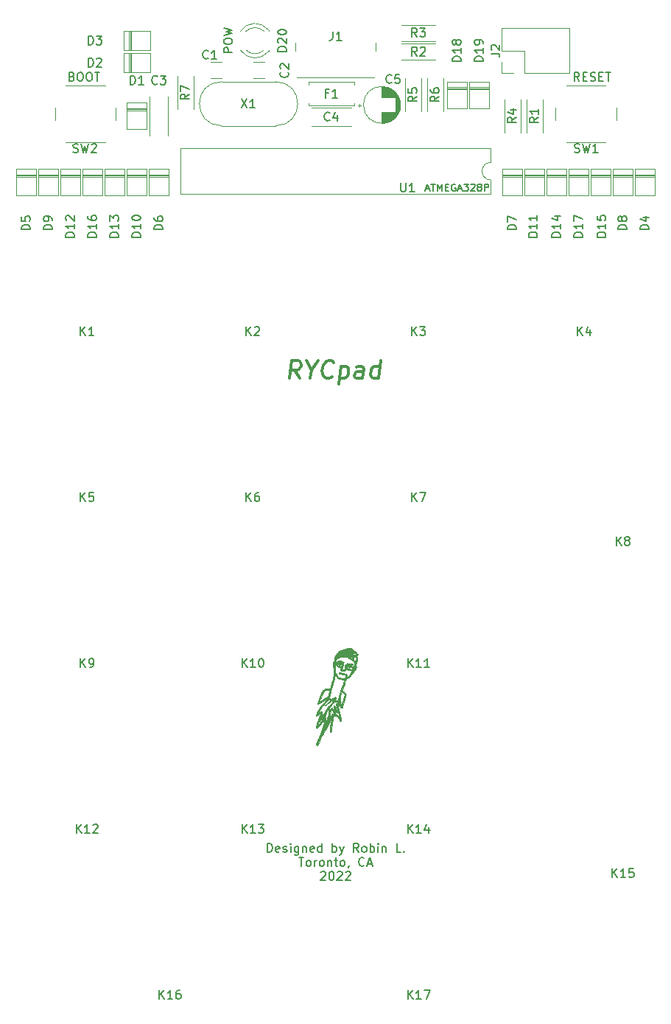
<source format=gto>
G04 #@! TF.GenerationSoftware,KiCad,Pcbnew,(6.0.2)*
G04 #@! TF.CreationDate,2022-03-11T17:30:27-05:00*
G04 #@! TF.ProjectId,RYCpad_pcb,52594370-6164-45f7-9063-622e6b696361,rev?*
G04 #@! TF.SameCoordinates,Original*
G04 #@! TF.FileFunction,Legend,Top*
G04 #@! TF.FilePolarity,Positive*
%FSLAX46Y46*%
G04 Gerber Fmt 4.6, Leading zero omitted, Abs format (unit mm)*
G04 Created by KiCad (PCBNEW (6.0.2)) date 2022-03-11 17:30:27*
%MOMM*%
%LPD*%
G01*
G04 APERTURE LIST*
%ADD10C,0.150000*%
%ADD11C,0.300000*%
%ADD12C,0.120000*%
%ADD13C,0.010000*%
%ADD14C,3.048000*%
%ADD15C,3.987800*%
%ADD16R,1.600000X1.600000*%
%ADD17O,1.600000X1.600000*%
%ADD18C,1.600000*%
%ADD19C,1.701800*%
%ADD20C,2.286000*%
%ADD21C,1.400000*%
%ADD22O,1.400000X1.400000*%
%ADD23C,4.400000*%
%ADD24C,2.000000*%
%ADD25R,1.700000X1.700000*%
%ADD26O,1.700000X1.700000*%
%ADD27O,0.650000X1.000000*%
%ADD28O,0.900000X1.700000*%
%ADD29O,0.900000X2.400000*%
%ADD30C,1.500000*%
%ADD31R,1.200000X1.200000*%
%ADD32C,1.200000*%
%ADD33R,1.800000X1.800000*%
%ADD34C,1.800000*%
G04 APERTURE END LIST*
D10*
X28011619Y52887619D02*
X27678285Y53363809D01*
X27440190Y52887619D02*
X27440190Y53887619D01*
X27821142Y53887619D01*
X27916380Y53840000D01*
X27964000Y53792380D01*
X28011619Y53697142D01*
X28011619Y53554285D01*
X27964000Y53459047D01*
X27916380Y53411428D01*
X27821142Y53363809D01*
X27440190Y53363809D01*
X28440190Y53411428D02*
X28773523Y53411428D01*
X28916380Y52887619D02*
X28440190Y52887619D01*
X28440190Y53887619D01*
X28916380Y53887619D01*
X29297333Y52935238D02*
X29440190Y52887619D01*
X29678285Y52887619D01*
X29773523Y52935238D01*
X29821142Y52982857D01*
X29868761Y53078095D01*
X29868761Y53173333D01*
X29821142Y53268571D01*
X29773523Y53316190D01*
X29678285Y53363809D01*
X29487809Y53411428D01*
X29392571Y53459047D01*
X29344952Y53506666D01*
X29297333Y53601904D01*
X29297333Y53697142D01*
X29344952Y53792380D01*
X29392571Y53840000D01*
X29487809Y53887619D01*
X29725904Y53887619D01*
X29868761Y53840000D01*
X30297333Y53411428D02*
X30630666Y53411428D01*
X30773523Y52887619D02*
X30297333Y52887619D01*
X30297333Y53887619D01*
X30773523Y53887619D01*
X31059238Y53887619D02*
X31630666Y53887619D01*
X31344952Y52887619D02*
X31344952Y53887619D01*
X-7833333Y-35672380D02*
X-7833333Y-34672380D01*
X-7595238Y-34672380D01*
X-7452380Y-34720000D01*
X-7357142Y-34815238D01*
X-7309523Y-34910476D01*
X-7261904Y-35100952D01*
X-7261904Y-35243809D01*
X-7309523Y-35434285D01*
X-7357142Y-35529523D01*
X-7452380Y-35624761D01*
X-7595238Y-35672380D01*
X-7833333Y-35672380D01*
X-6452380Y-35624761D02*
X-6547619Y-35672380D01*
X-6738095Y-35672380D01*
X-6833333Y-35624761D01*
X-6880952Y-35529523D01*
X-6880952Y-35148571D01*
X-6833333Y-35053333D01*
X-6738095Y-35005714D01*
X-6547619Y-35005714D01*
X-6452380Y-35053333D01*
X-6404761Y-35148571D01*
X-6404761Y-35243809D01*
X-6880952Y-35339047D01*
X-6023809Y-35624761D02*
X-5928571Y-35672380D01*
X-5738095Y-35672380D01*
X-5642857Y-35624761D01*
X-5595238Y-35529523D01*
X-5595238Y-35481904D01*
X-5642857Y-35386666D01*
X-5738095Y-35339047D01*
X-5880952Y-35339047D01*
X-5976190Y-35291428D01*
X-6023809Y-35196190D01*
X-6023809Y-35148571D01*
X-5976190Y-35053333D01*
X-5880952Y-35005714D01*
X-5738095Y-35005714D01*
X-5642857Y-35053333D01*
X-5166666Y-35672380D02*
X-5166666Y-35005714D01*
X-5166666Y-34672380D02*
X-5214285Y-34720000D01*
X-5166666Y-34767619D01*
X-5119047Y-34720000D01*
X-5166666Y-34672380D01*
X-5166666Y-34767619D01*
X-4261904Y-35005714D02*
X-4261904Y-35815238D01*
X-4309523Y-35910476D01*
X-4357142Y-35958095D01*
X-4452380Y-36005714D01*
X-4595238Y-36005714D01*
X-4690476Y-35958095D01*
X-4261904Y-35624761D02*
X-4357142Y-35672380D01*
X-4547619Y-35672380D01*
X-4642857Y-35624761D01*
X-4690476Y-35577142D01*
X-4738095Y-35481904D01*
X-4738095Y-35196190D01*
X-4690476Y-35100952D01*
X-4642857Y-35053333D01*
X-4547619Y-35005714D01*
X-4357142Y-35005714D01*
X-4261904Y-35053333D01*
X-3785714Y-35005714D02*
X-3785714Y-35672380D01*
X-3785714Y-35100952D02*
X-3738095Y-35053333D01*
X-3642857Y-35005714D01*
X-3500000Y-35005714D01*
X-3404761Y-35053333D01*
X-3357142Y-35148571D01*
X-3357142Y-35672380D01*
X-2499999Y-35624761D02*
X-2595238Y-35672380D01*
X-2785714Y-35672380D01*
X-2880952Y-35624761D01*
X-2928571Y-35529523D01*
X-2928571Y-35148571D01*
X-2880952Y-35053333D01*
X-2785714Y-35005714D01*
X-2595238Y-35005714D01*
X-2499999Y-35053333D01*
X-2452380Y-35148571D01*
X-2452380Y-35243809D01*
X-2928571Y-35339047D01*
X-1595238Y-35672380D02*
X-1595238Y-34672380D01*
X-1595238Y-35624761D02*
X-1690476Y-35672380D01*
X-1880952Y-35672380D01*
X-1976190Y-35624761D01*
X-2023809Y-35577142D01*
X-2071428Y-35481904D01*
X-2071428Y-35196190D01*
X-2023809Y-35100952D01*
X-1976190Y-35053333D01*
X-1880952Y-35005714D01*
X-1690476Y-35005714D01*
X-1595238Y-35053333D01*
X-357142Y-35672380D02*
X-357142Y-34672380D01*
X-357142Y-35053333D02*
X-261904Y-35005714D01*
X-71428Y-35005714D01*
X23809Y-35053333D01*
X71428Y-35100952D01*
X119047Y-35196190D01*
X119047Y-35481904D01*
X71428Y-35577142D01*
X23809Y-35624761D01*
X-71428Y-35672380D01*
X-261904Y-35672380D01*
X-357142Y-35624761D01*
X452380Y-35005714D02*
X690476Y-35672380D01*
X928571Y-35005714D02*
X690476Y-35672380D01*
X595238Y-35910476D01*
X547619Y-35958095D01*
X452380Y-36005714D01*
X2642857Y-35672380D02*
X2309523Y-35196190D01*
X2071428Y-35672380D02*
X2071428Y-34672380D01*
X2452380Y-34672380D01*
X2547619Y-34720000D01*
X2595238Y-34767619D01*
X2642857Y-34862857D01*
X2642857Y-35005714D01*
X2595238Y-35100952D01*
X2547619Y-35148571D01*
X2452380Y-35196190D01*
X2071428Y-35196190D01*
X3214285Y-35672380D02*
X3119047Y-35624761D01*
X3071428Y-35577142D01*
X3023809Y-35481904D01*
X3023809Y-35196190D01*
X3071428Y-35100952D01*
X3119047Y-35053333D01*
X3214285Y-35005714D01*
X3357142Y-35005714D01*
X3452380Y-35053333D01*
X3500000Y-35100952D01*
X3547619Y-35196190D01*
X3547619Y-35481904D01*
X3500000Y-35577142D01*
X3452380Y-35624761D01*
X3357142Y-35672380D01*
X3214285Y-35672380D01*
X3976190Y-35672380D02*
X3976190Y-34672380D01*
X3976190Y-35053333D02*
X4071428Y-35005714D01*
X4261904Y-35005714D01*
X4357142Y-35053333D01*
X4404761Y-35100952D01*
X4452380Y-35196190D01*
X4452380Y-35481904D01*
X4404761Y-35577142D01*
X4357142Y-35624761D01*
X4261904Y-35672380D01*
X4071428Y-35672380D01*
X3976190Y-35624761D01*
X4880952Y-35672380D02*
X4880952Y-35005714D01*
X4880952Y-34672380D02*
X4833333Y-34720000D01*
X4880952Y-34767619D01*
X4928571Y-34720000D01*
X4880952Y-34672380D01*
X4880952Y-34767619D01*
X5357142Y-35005714D02*
X5357142Y-35672380D01*
X5357142Y-35100952D02*
X5404761Y-35053333D01*
X5500000Y-35005714D01*
X5642857Y-35005714D01*
X5738095Y-35053333D01*
X5785714Y-35148571D01*
X5785714Y-35672380D01*
X7500000Y-35672380D02*
X7023809Y-35672380D01*
X7023809Y-34672380D01*
X7833333Y-35577142D02*
X7880952Y-35624761D01*
X7833333Y-35672380D01*
X7785714Y-35624761D01*
X7833333Y-35577142D01*
X7833333Y-35672380D01*
X-4238095Y-36282380D02*
X-3666666Y-36282380D01*
X-3952380Y-37282380D02*
X-3952380Y-36282380D01*
X-3190476Y-37282380D02*
X-3285714Y-37234761D01*
X-3333333Y-37187142D01*
X-3380952Y-37091904D01*
X-3380952Y-36806190D01*
X-3333333Y-36710952D01*
X-3285714Y-36663333D01*
X-3190476Y-36615714D01*
X-3047619Y-36615714D01*
X-2952380Y-36663333D01*
X-2904761Y-36710952D01*
X-2857142Y-36806190D01*
X-2857142Y-37091904D01*
X-2904761Y-37187142D01*
X-2952380Y-37234761D01*
X-3047619Y-37282380D01*
X-3190476Y-37282380D01*
X-2428571Y-37282380D02*
X-2428571Y-36615714D01*
X-2428571Y-36806190D02*
X-2380952Y-36710952D01*
X-2333333Y-36663333D01*
X-2238095Y-36615714D01*
X-2142857Y-36615714D01*
X-1666666Y-37282380D02*
X-1761904Y-37234761D01*
X-1809523Y-37187142D01*
X-1857142Y-37091904D01*
X-1857142Y-36806190D01*
X-1809523Y-36710952D01*
X-1761904Y-36663333D01*
X-1666666Y-36615714D01*
X-1523809Y-36615714D01*
X-1428571Y-36663333D01*
X-1380952Y-36710952D01*
X-1333333Y-36806190D01*
X-1333333Y-37091904D01*
X-1380952Y-37187142D01*
X-1428571Y-37234761D01*
X-1523809Y-37282380D01*
X-1666666Y-37282380D01*
X-904761Y-36615714D02*
X-904761Y-37282380D01*
X-904761Y-36710952D02*
X-857142Y-36663333D01*
X-761904Y-36615714D01*
X-619047Y-36615714D01*
X-523809Y-36663333D01*
X-476190Y-36758571D01*
X-476190Y-37282380D01*
X-142857Y-36615714D02*
X238095Y-36615714D01*
X0Y-36282380D02*
X0Y-37139523D01*
X47619Y-37234761D01*
X142857Y-37282380D01*
X238095Y-37282380D01*
X714285Y-37282380D02*
X619047Y-37234761D01*
X571428Y-37187142D01*
X523809Y-37091904D01*
X523809Y-36806190D01*
X571428Y-36710952D01*
X619047Y-36663333D01*
X714285Y-36615714D01*
X857142Y-36615714D01*
X952380Y-36663333D01*
X1000000Y-36710952D01*
X1047619Y-36806190D01*
X1047619Y-37091904D01*
X1000000Y-37187142D01*
X952380Y-37234761D01*
X857142Y-37282380D01*
X714285Y-37282380D01*
X1523809Y-37234761D02*
X1523809Y-37282380D01*
X1476190Y-37377619D01*
X1428571Y-37425238D01*
X3285714Y-37187142D02*
X3238095Y-37234761D01*
X3095238Y-37282380D01*
X2999999Y-37282380D01*
X2857142Y-37234761D01*
X2761904Y-37139523D01*
X2714285Y-37044285D01*
X2666666Y-36853809D01*
X2666666Y-36710952D01*
X2714285Y-36520476D01*
X2761904Y-36425238D01*
X2857142Y-36330000D01*
X2999999Y-36282380D01*
X3095238Y-36282380D01*
X3238095Y-36330000D01*
X3285714Y-36377619D01*
X3666666Y-36996666D02*
X4142857Y-36996666D01*
X3571428Y-37282380D02*
X3904761Y-36282380D01*
X4238095Y-37282380D01*
X-1714285Y-37987619D02*
X-1666666Y-37940000D01*
X-1571428Y-37892380D01*
X-1333333Y-37892380D01*
X-1238095Y-37940000D01*
X-1190476Y-37987619D01*
X-1142857Y-38082857D01*
X-1142857Y-38178095D01*
X-1190476Y-38320952D01*
X-1761904Y-38892380D01*
X-1142857Y-38892380D01*
X-523809Y-37892380D02*
X-428571Y-37892380D01*
X-333333Y-37940000D01*
X-285714Y-37987619D01*
X-238095Y-38082857D01*
X-190476Y-38273333D01*
X-190476Y-38511428D01*
X-238095Y-38701904D01*
X-285714Y-38797142D01*
X-333333Y-38844761D01*
X-428571Y-38892380D01*
X-523809Y-38892380D01*
X-619047Y-38844761D01*
X-666666Y-38797142D01*
X-714285Y-38701904D01*
X-761904Y-38511428D01*
X-761904Y-38273333D01*
X-714285Y-38082857D01*
X-666666Y-37987619D01*
X-619047Y-37940000D01*
X-523809Y-37892380D01*
X190476Y-37987619D02*
X238095Y-37940000D01*
X333333Y-37892380D01*
X571428Y-37892380D01*
X666666Y-37940000D01*
X714285Y-37987619D01*
X761904Y-38082857D01*
X761904Y-38178095D01*
X714285Y-38320952D01*
X142857Y-38892380D01*
X761904Y-38892380D01*
X1142857Y-37987619D02*
X1190476Y-37940000D01*
X1285714Y-37892380D01*
X1523809Y-37892380D01*
X1619047Y-37940000D01*
X1666666Y-37987619D01*
X1714285Y-38082857D01*
X1714285Y-38178095D01*
X1666666Y-38320952D01*
X1095238Y-38892380D01*
X1714285Y-38892380D01*
D11*
X-4141726Y18780238D02*
X-4689345Y19732619D01*
X-5284583Y18780238D02*
X-5034583Y20780238D01*
X-4272678Y20780238D01*
X-4094107Y20685000D01*
X-4010773Y20589761D01*
X-3939345Y20399285D01*
X-3975059Y20113571D01*
X-4094107Y19923095D01*
X-4201250Y19827857D01*
X-4403630Y19732619D01*
X-5165535Y19732619D01*
X-2784583Y19732619D02*
X-2903630Y18780238D01*
X-3320297Y20780238D02*
X-2784583Y19732619D01*
X-1986964Y20780238D01*
X-403630Y18970714D02*
X-510773Y18875476D01*
X-808392Y18780238D01*
X-998869Y18780238D01*
X-1272678Y18875476D01*
X-1439345Y19065952D01*
X-1510773Y19256428D01*
X-1558392Y19637380D01*
X-1522678Y19923095D01*
X-1379821Y20304047D01*
X-1260773Y20494523D01*
X-1046488Y20685000D01*
X-748869Y20780238D01*
X-558392Y20780238D01*
X-284583Y20685000D01*
X-201250Y20589761D01*
X596369Y20113571D02*
X346369Y18113571D01*
X584464Y20018333D02*
X786845Y20113571D01*
X1167797Y20113571D01*
X1346369Y20018333D01*
X1429702Y19923095D01*
X1501130Y19732619D01*
X1429702Y19161190D01*
X1310654Y18970714D01*
X1203511Y18875476D01*
X1001130Y18780238D01*
X620178Y18780238D01*
X441607Y18875476D01*
X3096369Y18780238D02*
X3227321Y19827857D01*
X3155892Y20018333D01*
X2977321Y20113571D01*
X2596369Y20113571D01*
X2393988Y20018333D01*
X3108273Y18875476D02*
X2905892Y18780238D01*
X2429702Y18780238D01*
X2251130Y18875476D01*
X2179702Y19065952D01*
X2203511Y19256428D01*
X2322559Y19446904D01*
X2524940Y19542142D01*
X3001130Y19542142D01*
X3203511Y19637380D01*
X4905892Y18780238D02*
X5155892Y20780238D01*
X4917797Y18875476D02*
X4715416Y18780238D01*
X4334464Y18780238D01*
X4155892Y18875476D01*
X4072559Y18970714D01*
X4001130Y19161190D01*
X4072559Y19732619D01*
X4191607Y19923095D01*
X4298749Y20018333D01*
X4501130Y20113571D01*
X4882083Y20113571D01*
X5060654Y20018333D01*
D10*
X-30313142Y53411428D02*
X-30170285Y53363809D01*
X-30122666Y53316190D01*
X-30075047Y53220952D01*
X-30075047Y53078095D01*
X-30122666Y52982857D01*
X-30170285Y52935238D01*
X-30265523Y52887619D01*
X-30646476Y52887619D01*
X-30646476Y53887619D01*
X-30313142Y53887619D01*
X-30217904Y53840000D01*
X-30170285Y53792380D01*
X-30122666Y53697142D01*
X-30122666Y53601904D01*
X-30170285Y53506666D01*
X-30217904Y53459047D01*
X-30313142Y53411428D01*
X-30646476Y53411428D01*
X-29456000Y53887619D02*
X-29265523Y53887619D01*
X-29170285Y53840000D01*
X-29075047Y53744761D01*
X-29027428Y53554285D01*
X-29027428Y53220952D01*
X-29075047Y53030476D01*
X-29170285Y52935238D01*
X-29265523Y52887619D01*
X-29456000Y52887619D01*
X-29551238Y52935238D01*
X-29646476Y53030476D01*
X-29694095Y53220952D01*
X-29694095Y53554285D01*
X-29646476Y53744761D01*
X-29551238Y53840000D01*
X-29456000Y53887619D01*
X-28408380Y53887619D02*
X-28217904Y53887619D01*
X-28122666Y53840000D01*
X-28027428Y53744761D01*
X-27979809Y53554285D01*
X-27979809Y53220952D01*
X-28027428Y53030476D01*
X-28122666Y52935238D01*
X-28217904Y52887619D01*
X-28408380Y52887619D01*
X-28503619Y52935238D01*
X-28598857Y53030476D01*
X-28646476Y53220952D01*
X-28646476Y53554285D01*
X-28598857Y53744761D01*
X-28503619Y53840000D01*
X-28408380Y53887619D01*
X-27694095Y53887619D02*
X-27122666Y53887619D01*
X-27408380Y52887619D02*
X-27408380Y53887619D01*
X10370000Y40506666D02*
X10750952Y40506666D01*
X10293809Y40278095D02*
X10560476Y41078095D01*
X10827142Y40278095D01*
X10979523Y41078095D02*
X11436666Y41078095D01*
X11208095Y40278095D02*
X11208095Y41078095D01*
X11703333Y40278095D02*
X11703333Y41078095D01*
X11970000Y40506666D01*
X12236666Y41078095D01*
X12236666Y40278095D01*
X12617619Y40697142D02*
X12884285Y40697142D01*
X12998571Y40278095D02*
X12617619Y40278095D01*
X12617619Y41078095D01*
X12998571Y41078095D01*
X13760476Y41040000D02*
X13684285Y41078095D01*
X13570000Y41078095D01*
X13455714Y41040000D01*
X13379523Y40963809D01*
X13341428Y40887619D01*
X13303333Y40735238D01*
X13303333Y40620952D01*
X13341428Y40468571D01*
X13379523Y40392380D01*
X13455714Y40316190D01*
X13570000Y40278095D01*
X13646190Y40278095D01*
X13760476Y40316190D01*
X13798571Y40354285D01*
X13798571Y40620952D01*
X13646190Y40620952D01*
X14103333Y40506666D02*
X14484285Y40506666D01*
X14027142Y40278095D02*
X14293809Y41078095D01*
X14560476Y40278095D01*
X14750952Y41078095D02*
X15246190Y41078095D01*
X14979523Y40773333D01*
X15093809Y40773333D01*
X15170000Y40735238D01*
X15208095Y40697142D01*
X15246190Y40620952D01*
X15246190Y40430476D01*
X15208095Y40354285D01*
X15170000Y40316190D01*
X15093809Y40278095D01*
X14865238Y40278095D01*
X14789047Y40316190D01*
X14750952Y40354285D01*
X15550952Y41001904D02*
X15589047Y41040000D01*
X15665238Y41078095D01*
X15855714Y41078095D01*
X15931904Y41040000D01*
X15970000Y41001904D01*
X16008095Y40925714D01*
X16008095Y40849523D01*
X15970000Y40735238D01*
X15512857Y40278095D01*
X16008095Y40278095D01*
X16465238Y40735238D02*
X16389047Y40773333D01*
X16350952Y40811428D01*
X16312857Y40887619D01*
X16312857Y40925714D01*
X16350952Y41001904D01*
X16389047Y41040000D01*
X16465238Y41078095D01*
X16617619Y41078095D01*
X16693809Y41040000D01*
X16731904Y41001904D01*
X16770000Y40925714D01*
X16770000Y40887619D01*
X16731904Y40811428D01*
X16693809Y40773333D01*
X16617619Y40735238D01*
X16465238Y40735238D01*
X16389047Y40697142D01*
X16350952Y40659047D01*
X16312857Y40582857D01*
X16312857Y40430476D01*
X16350952Y40354285D01*
X16389047Y40316190D01*
X16465238Y40278095D01*
X16617619Y40278095D01*
X16693809Y40316190D01*
X16731904Y40354285D01*
X16770000Y40430476D01*
X16770000Y40582857D01*
X16731904Y40659047D01*
X16693809Y40697142D01*
X16617619Y40735238D01*
X17112857Y40278095D02*
X17112857Y41078095D01*
X17417619Y41078095D01*
X17493809Y41040000D01*
X17531904Y41001904D01*
X17570000Y40925714D01*
X17570000Y40811428D01*
X17531904Y40735238D01*
X17493809Y40697142D01*
X17417619Y40659047D01*
X17112857Y40659047D01*
X7493095Y41187619D02*
X7493095Y40378095D01*
X7540714Y40282857D01*
X7588333Y40235238D01*
X7683571Y40187619D01*
X7874047Y40187619D01*
X7969285Y40235238D01*
X8016904Y40282857D01*
X8064523Y40378095D01*
X8064523Y41187619D01*
X9064523Y40187619D02*
X8493095Y40187619D01*
X8778809Y40187619D02*
X8778809Y41187619D01*
X8683571Y41044761D01*
X8588333Y40949523D01*
X8493095Y40901904D01*
X-23598095Y52506619D02*
X-23598095Y53506619D01*
X-23360000Y53506619D01*
X-23217142Y53459000D01*
X-23121904Y53363761D01*
X-23074285Y53268523D01*
X-23026666Y53078047D01*
X-23026666Y52935190D01*
X-23074285Y52744714D01*
X-23121904Y52649476D01*
X-23217142Y52554238D01*
X-23360000Y52506619D01*
X-23598095Y52506619D01*
X-22074285Y52506619D02*
X-22645714Y52506619D01*
X-22360000Y52506619D02*
X-22360000Y53506619D01*
X-22455238Y53363761D01*
X-22550476Y53268523D01*
X-22645714Y53220904D01*
X-28424095Y54538619D02*
X-28424095Y55538619D01*
X-28186000Y55538619D01*
X-28043142Y55491000D01*
X-27947904Y55395761D01*
X-27900285Y55300523D01*
X-27852666Y55110047D01*
X-27852666Y54967190D01*
X-27900285Y54776714D01*
X-27947904Y54681476D01*
X-28043142Y54586238D01*
X-28186000Y54538619D01*
X-28424095Y54538619D01*
X-27471714Y55443380D02*
X-27424095Y55491000D01*
X-27328857Y55538619D01*
X-27090761Y55538619D01*
X-26995523Y55491000D01*
X-26947904Y55443380D01*
X-26900285Y55348142D01*
X-26900285Y55252904D01*
X-26947904Y55110047D01*
X-27519333Y54538619D01*
X-26900285Y54538619D01*
X-28424095Y57078619D02*
X-28424095Y58078619D01*
X-28186000Y58078619D01*
X-28043142Y58031000D01*
X-27947904Y57935761D01*
X-27900285Y57840523D01*
X-27852666Y57650047D01*
X-27852666Y57507190D01*
X-27900285Y57316714D01*
X-27947904Y57221476D01*
X-28043142Y57126238D01*
X-28186000Y57078619D01*
X-28424095Y57078619D01*
X-27519333Y58078619D02*
X-26900285Y58078619D01*
X-27233619Y57697666D01*
X-27090761Y57697666D01*
X-26995523Y57650047D01*
X-26947904Y57602428D01*
X-26900285Y57507190D01*
X-26900285Y57269095D01*
X-26947904Y57173857D01*
X-26995523Y57126238D01*
X-27090761Y57078619D01*
X-27376476Y57078619D01*
X-27471714Y57126238D01*
X-27519333Y57173857D01*
X36012380Y35837904D02*
X35012380Y35837904D01*
X35012380Y36076000D01*
X35060000Y36218857D01*
X35155238Y36314095D01*
X35250476Y36361714D01*
X35440952Y36409333D01*
X35583809Y36409333D01*
X35774285Y36361714D01*
X35869523Y36314095D01*
X35964761Y36218857D01*
X36012380Y36076000D01*
X36012380Y35837904D01*
X35345714Y37266476D02*
X36012380Y37266476D01*
X34964761Y37028380D02*
X35679047Y36790285D01*
X35679047Y37409333D01*
X-35107619Y35837904D02*
X-36107619Y35837904D01*
X-36107619Y36076000D01*
X-36060000Y36218857D01*
X-35964761Y36314095D01*
X-35869523Y36361714D01*
X-35679047Y36409333D01*
X-35536190Y36409333D01*
X-35345714Y36361714D01*
X-35250476Y36314095D01*
X-35155238Y36218857D01*
X-35107619Y36076000D01*
X-35107619Y35837904D01*
X-36107619Y37314095D02*
X-36107619Y36837904D01*
X-35631428Y36790285D01*
X-35679047Y36837904D01*
X-35726666Y36933142D01*
X-35726666Y37171238D01*
X-35679047Y37266476D01*
X-35631428Y37314095D01*
X-35536190Y37361714D01*
X-35298095Y37361714D01*
X-35202857Y37314095D01*
X-35155238Y37266476D01*
X-35107619Y37171238D01*
X-35107619Y36933142D01*
X-35155238Y36837904D01*
X-35202857Y36790285D01*
X-19867619Y35837904D02*
X-20867619Y35837904D01*
X-20867619Y36076000D01*
X-20820000Y36218857D01*
X-20724761Y36314095D01*
X-20629523Y36361714D01*
X-20439047Y36409333D01*
X-20296190Y36409333D01*
X-20105714Y36361714D01*
X-20010476Y36314095D01*
X-19915238Y36218857D01*
X-19867619Y36076000D01*
X-19867619Y35837904D01*
X-20867619Y37266476D02*
X-20867619Y37076000D01*
X-20820000Y36980761D01*
X-20772380Y36933142D01*
X-20629523Y36837904D01*
X-20439047Y36790285D01*
X-20058095Y36790285D01*
X-19962857Y36837904D01*
X-19915238Y36885523D01*
X-19867619Y36980761D01*
X-19867619Y37171238D01*
X-19915238Y37266476D01*
X-19962857Y37314095D01*
X-20058095Y37361714D01*
X-20296190Y37361714D01*
X-20391428Y37314095D01*
X-20439047Y37266476D01*
X-20486666Y37171238D01*
X-20486666Y36980761D01*
X-20439047Y36885523D01*
X-20391428Y36837904D01*
X-20296190Y36790285D01*
X-22407619Y34980714D02*
X-23407619Y34980714D01*
X-23407619Y35218809D01*
X-23360000Y35361666D01*
X-23264761Y35456904D01*
X-23169523Y35504523D01*
X-22979047Y35552142D01*
X-22836190Y35552142D01*
X-22645714Y35504523D01*
X-22550476Y35456904D01*
X-22455238Y35361666D01*
X-22407619Y35218809D01*
X-22407619Y34980714D01*
X-22407619Y36504523D02*
X-22407619Y35933095D01*
X-22407619Y36218809D02*
X-23407619Y36218809D01*
X-23264761Y36123571D01*
X-23169523Y36028333D01*
X-23121904Y35933095D01*
X-23407619Y37123571D02*
X-23407619Y37218809D01*
X-23360000Y37314047D01*
X-23312380Y37361666D01*
X-23217142Y37409285D01*
X-23026666Y37456904D01*
X-22788571Y37456904D01*
X-22598095Y37409285D01*
X-22502857Y37361666D01*
X-22455238Y37314047D01*
X-22407619Y37218809D01*
X-22407619Y37123571D01*
X-22455238Y37028333D01*
X-22502857Y36980714D01*
X-22598095Y36933095D01*
X-22788571Y36885476D01*
X-23026666Y36885476D01*
X-23217142Y36933095D01*
X-23312380Y36980714D01*
X-23360000Y37028333D01*
X-23407619Y37123571D01*
X23185380Y34980714D02*
X22185380Y34980714D01*
X22185380Y35218809D01*
X22233000Y35361666D01*
X22328238Y35456904D01*
X22423476Y35504523D01*
X22613952Y35552142D01*
X22756809Y35552142D01*
X22947285Y35504523D01*
X23042523Y35456904D01*
X23137761Y35361666D01*
X23185380Y35218809D01*
X23185380Y34980714D01*
X23185380Y36504523D02*
X23185380Y35933095D01*
X23185380Y36218809D02*
X22185380Y36218809D01*
X22328238Y36123571D01*
X22423476Y36028333D01*
X22471095Y35933095D01*
X23185380Y37456904D02*
X23185380Y36885476D01*
X23185380Y37171190D02*
X22185380Y37171190D01*
X22328238Y37075952D01*
X22423476Y36980714D01*
X22471095Y36885476D01*
X-30027619Y34980714D02*
X-31027619Y34980714D01*
X-31027619Y35218809D01*
X-30980000Y35361666D01*
X-30884761Y35456904D01*
X-30789523Y35504523D01*
X-30599047Y35552142D01*
X-30456190Y35552142D01*
X-30265714Y35504523D01*
X-30170476Y35456904D01*
X-30075238Y35361666D01*
X-30027619Y35218809D01*
X-30027619Y34980714D01*
X-30027619Y36504523D02*
X-30027619Y35933095D01*
X-30027619Y36218809D02*
X-31027619Y36218809D01*
X-30884761Y36123571D01*
X-30789523Y36028333D01*
X-30741904Y35933095D01*
X-30932380Y36885476D02*
X-30980000Y36933095D01*
X-31027619Y37028333D01*
X-31027619Y37266428D01*
X-30980000Y37361666D01*
X-30932380Y37409285D01*
X-30837142Y37456904D01*
X-30741904Y37456904D01*
X-30599047Y37409285D01*
X-30027619Y36837857D01*
X-30027619Y37456904D01*
X-24947619Y34980714D02*
X-25947619Y34980714D01*
X-25947619Y35218809D01*
X-25900000Y35361666D01*
X-25804761Y35456904D01*
X-25709523Y35504523D01*
X-25519047Y35552142D01*
X-25376190Y35552142D01*
X-25185714Y35504523D01*
X-25090476Y35456904D01*
X-24995238Y35361666D01*
X-24947619Y35218809D01*
X-24947619Y34980714D01*
X-24947619Y36504523D02*
X-24947619Y35933095D01*
X-24947619Y36218809D02*
X-25947619Y36218809D01*
X-25804761Y36123571D01*
X-25709523Y36028333D01*
X-25661904Y35933095D01*
X-25947619Y36837857D02*
X-25947619Y37456904D01*
X-25566666Y37123571D01*
X-25566666Y37266428D01*
X-25519047Y37361666D01*
X-25471428Y37409285D01*
X-25376190Y37456904D01*
X-25138095Y37456904D01*
X-25042857Y37409285D01*
X-24995238Y37361666D01*
X-24947619Y37266428D01*
X-24947619Y36980714D01*
X-24995238Y36885476D01*
X-25042857Y36837857D01*
X25852380Y34980714D02*
X24852380Y34980714D01*
X24852380Y35218809D01*
X24900000Y35361666D01*
X24995238Y35456904D01*
X25090476Y35504523D01*
X25280952Y35552142D01*
X25423809Y35552142D01*
X25614285Y35504523D01*
X25709523Y35456904D01*
X25804761Y35361666D01*
X25852380Y35218809D01*
X25852380Y34980714D01*
X25852380Y36504523D02*
X25852380Y35933095D01*
X25852380Y36218809D02*
X24852380Y36218809D01*
X24995238Y36123571D01*
X25090476Y36028333D01*
X25138095Y35933095D01*
X25185714Y37361666D02*
X25852380Y37361666D01*
X24804761Y37123571D02*
X25519047Y36885476D01*
X25519047Y37504523D01*
X31059380Y34980714D02*
X30059380Y34980714D01*
X30059380Y35218809D01*
X30107000Y35361666D01*
X30202238Y35456904D01*
X30297476Y35504523D01*
X30487952Y35552142D01*
X30630809Y35552142D01*
X30821285Y35504523D01*
X30916523Y35456904D01*
X31011761Y35361666D01*
X31059380Y35218809D01*
X31059380Y34980714D01*
X31059380Y36504523D02*
X31059380Y35933095D01*
X31059380Y36218809D02*
X30059380Y36218809D01*
X30202238Y36123571D01*
X30297476Y36028333D01*
X30345095Y35933095D01*
X30059380Y37409285D02*
X30059380Y36933095D01*
X30535571Y36885476D01*
X30487952Y36933095D01*
X30440333Y37028333D01*
X30440333Y37266428D01*
X30487952Y37361666D01*
X30535571Y37409285D01*
X30630809Y37456904D01*
X30868904Y37456904D01*
X30964142Y37409285D01*
X31011761Y37361666D01*
X31059380Y37266428D01*
X31059380Y37028333D01*
X31011761Y36933095D01*
X30964142Y36885476D01*
X-27487619Y34980714D02*
X-28487619Y34980714D01*
X-28487619Y35218809D01*
X-28440000Y35361666D01*
X-28344761Y35456904D01*
X-28249523Y35504523D01*
X-28059047Y35552142D01*
X-27916190Y35552142D01*
X-27725714Y35504523D01*
X-27630476Y35456904D01*
X-27535238Y35361666D01*
X-27487619Y35218809D01*
X-27487619Y34980714D01*
X-27487619Y36504523D02*
X-27487619Y35933095D01*
X-27487619Y36218809D02*
X-28487619Y36218809D01*
X-28344761Y36123571D01*
X-28249523Y36028333D01*
X-28201904Y35933095D01*
X-28487619Y37361666D02*
X-28487619Y37171190D01*
X-28440000Y37075952D01*
X-28392380Y37028333D01*
X-28249523Y36933095D01*
X-28059047Y36885476D01*
X-27678095Y36885476D01*
X-27582857Y36933095D01*
X-27535238Y36980714D01*
X-27487619Y37075952D01*
X-27487619Y37266428D01*
X-27535238Y37361666D01*
X-27582857Y37409285D01*
X-27678095Y37456904D01*
X-27916190Y37456904D01*
X-28011428Y37409285D01*
X-28059047Y37361666D01*
X-28106666Y37266428D01*
X-28106666Y37075952D01*
X-28059047Y36980714D01*
X-28011428Y36933095D01*
X-27916190Y36885476D01*
X28392380Y34980714D02*
X27392380Y34980714D01*
X27392380Y35218809D01*
X27440000Y35361666D01*
X27535238Y35456904D01*
X27630476Y35504523D01*
X27820952Y35552142D01*
X27963809Y35552142D01*
X28154285Y35504523D01*
X28249523Y35456904D01*
X28344761Y35361666D01*
X28392380Y35218809D01*
X28392380Y34980714D01*
X28392380Y36504523D02*
X28392380Y35933095D01*
X28392380Y36218809D02*
X27392380Y36218809D01*
X27535238Y36123571D01*
X27630476Y36028333D01*
X27678095Y35933095D01*
X27392380Y36837857D02*
X27392380Y37504523D01*
X28392380Y37075952D01*
X-29313095Y23677619D02*
X-29313095Y24677619D01*
X-28741666Y23677619D02*
X-29170238Y24249047D01*
X-28741666Y24677619D02*
X-29313095Y24106190D01*
X-27789285Y23677619D02*
X-28360714Y23677619D01*
X-28075000Y23677619D02*
X-28075000Y24677619D01*
X-28170238Y24534761D01*
X-28265476Y24439523D01*
X-28360714Y24391904D01*
X-10263095Y23677619D02*
X-10263095Y24677619D01*
X-9691666Y23677619D02*
X-10120238Y24249047D01*
X-9691666Y24677619D02*
X-10263095Y24106190D01*
X-9310714Y24582380D02*
X-9263095Y24630000D01*
X-9167857Y24677619D01*
X-8929761Y24677619D01*
X-8834523Y24630000D01*
X-8786904Y24582380D01*
X-8739285Y24487142D01*
X-8739285Y24391904D01*
X-8786904Y24249047D01*
X-9358333Y23677619D01*
X-8739285Y23677619D01*
X8786904Y23677619D02*
X8786904Y24677619D01*
X9358333Y23677619D02*
X8929761Y24249047D01*
X9358333Y24677619D02*
X8786904Y24106190D01*
X9691666Y24677619D02*
X10310714Y24677619D01*
X9977380Y24296666D01*
X10120238Y24296666D01*
X10215476Y24249047D01*
X10263095Y24201428D01*
X10310714Y24106190D01*
X10310714Y23868095D01*
X10263095Y23772857D01*
X10215476Y23725238D01*
X10120238Y23677619D01*
X9834523Y23677619D01*
X9739285Y23725238D01*
X9691666Y23772857D01*
X27836904Y23677619D02*
X27836904Y24677619D01*
X28408333Y23677619D02*
X27979761Y24249047D01*
X28408333Y24677619D02*
X27836904Y24106190D01*
X29265476Y24344285D02*
X29265476Y23677619D01*
X29027380Y24725238D02*
X28789285Y24010952D01*
X29408333Y24010952D01*
X-29313095Y4627619D02*
X-29313095Y5627619D01*
X-28741666Y4627619D02*
X-29170238Y5199047D01*
X-28741666Y5627619D02*
X-29313095Y5056190D01*
X-27836904Y5627619D02*
X-28313095Y5627619D01*
X-28360714Y5151428D01*
X-28313095Y5199047D01*
X-28217857Y5246666D01*
X-27979761Y5246666D01*
X-27884523Y5199047D01*
X-27836904Y5151428D01*
X-27789285Y5056190D01*
X-27789285Y4818095D01*
X-27836904Y4722857D01*
X-27884523Y4675238D01*
X-27979761Y4627619D01*
X-28217857Y4627619D01*
X-28313095Y4675238D01*
X-28360714Y4722857D01*
X-10263095Y4627619D02*
X-10263095Y5627619D01*
X-9691666Y4627619D02*
X-10120238Y5199047D01*
X-9691666Y5627619D02*
X-10263095Y5056190D01*
X-8834523Y5627619D02*
X-9025000Y5627619D01*
X-9120238Y5580000D01*
X-9167857Y5532380D01*
X-9263095Y5389523D01*
X-9310714Y5199047D01*
X-9310714Y4818095D01*
X-9263095Y4722857D01*
X-9215476Y4675238D01*
X-9120238Y4627619D01*
X-8929761Y4627619D01*
X-8834523Y4675238D01*
X-8786904Y4722857D01*
X-8739285Y4818095D01*
X-8739285Y5056190D01*
X-8786904Y5151428D01*
X-8834523Y5199047D01*
X-8929761Y5246666D01*
X-9120238Y5246666D01*
X-9215476Y5199047D01*
X-9263095Y5151428D01*
X-9310714Y5056190D01*
X8786904Y4627619D02*
X8786904Y5627619D01*
X9358333Y4627619D02*
X8929761Y5199047D01*
X9358333Y5627619D02*
X8786904Y5056190D01*
X9691666Y5627619D02*
X10358333Y5627619D01*
X9929761Y4627619D01*
X32281904Y-452380D02*
X32281904Y547619D01*
X32853333Y-452380D02*
X32424761Y119047D01*
X32853333Y547619D02*
X32281904Y-23809D01*
X33424761Y119047D02*
X33329523Y166666D01*
X33281904Y214285D01*
X33234285Y309523D01*
X33234285Y357142D01*
X33281904Y452380D01*
X33329523Y500000D01*
X33424761Y547619D01*
X33615238Y547619D01*
X33710476Y500000D01*
X33758095Y452380D01*
X33805714Y357142D01*
X33805714Y309523D01*
X33758095Y214285D01*
X33710476Y166666D01*
X33615238Y119047D01*
X33424761Y119047D01*
X33329523Y71428D01*
X33281904Y23809D01*
X33234285Y-71428D01*
X33234285Y-261904D01*
X33281904Y-357142D01*
X33329523Y-404761D01*
X33424761Y-452380D01*
X33615238Y-452380D01*
X33710476Y-404761D01*
X33758095Y-357142D01*
X33805714Y-261904D01*
X33805714Y-71428D01*
X33758095Y23809D01*
X33710476Y71428D01*
X33615238Y119047D01*
X-29313095Y-14422380D02*
X-29313095Y-13422380D01*
X-28741666Y-14422380D02*
X-29170238Y-13850952D01*
X-28741666Y-13422380D02*
X-29313095Y-13993809D01*
X-28265476Y-14422380D02*
X-28075000Y-14422380D01*
X-27979761Y-14374761D01*
X-27932142Y-14327142D01*
X-27836904Y-14184285D01*
X-27789285Y-13993809D01*
X-27789285Y-13612857D01*
X-27836904Y-13517619D01*
X-27884523Y-13470000D01*
X-27979761Y-13422380D01*
X-28170238Y-13422380D01*
X-28265476Y-13470000D01*
X-28313095Y-13517619D01*
X-28360714Y-13612857D01*
X-28360714Y-13850952D01*
X-28313095Y-13946190D01*
X-28265476Y-13993809D01*
X-28170238Y-14041428D01*
X-27979761Y-14041428D01*
X-27884523Y-13993809D01*
X-27836904Y-13946190D01*
X-27789285Y-13850952D01*
X-10739285Y-14422380D02*
X-10739285Y-13422380D01*
X-10167857Y-14422380D02*
X-10596428Y-13850952D01*
X-10167857Y-13422380D02*
X-10739285Y-13993809D01*
X-9215476Y-14422380D02*
X-9786904Y-14422380D01*
X-9501190Y-14422380D02*
X-9501190Y-13422380D01*
X-9596428Y-13565238D01*
X-9691666Y-13660476D01*
X-9786904Y-13708095D01*
X-8596428Y-13422380D02*
X-8501190Y-13422380D01*
X-8405952Y-13470000D01*
X-8358333Y-13517619D01*
X-8310714Y-13612857D01*
X-8263095Y-13803333D01*
X-8263095Y-14041428D01*
X-8310714Y-14231904D01*
X-8358333Y-14327142D01*
X-8405952Y-14374761D01*
X-8501190Y-14422380D01*
X-8596428Y-14422380D01*
X-8691666Y-14374761D01*
X-8739285Y-14327142D01*
X-8786904Y-14231904D01*
X-8834523Y-14041428D01*
X-8834523Y-13803333D01*
X-8786904Y-13612857D01*
X-8739285Y-13517619D01*
X-8691666Y-13470000D01*
X-8596428Y-13422380D01*
X8310714Y-14422380D02*
X8310714Y-13422380D01*
X8882142Y-14422380D02*
X8453571Y-13850952D01*
X8882142Y-13422380D02*
X8310714Y-13993809D01*
X9834523Y-14422380D02*
X9263095Y-14422380D01*
X9548809Y-14422380D02*
X9548809Y-13422380D01*
X9453571Y-13565238D01*
X9358333Y-13660476D01*
X9263095Y-13708095D01*
X10786904Y-14422380D02*
X10215476Y-14422380D01*
X10501190Y-14422380D02*
X10501190Y-13422380D01*
X10405952Y-13565238D01*
X10310714Y-13660476D01*
X10215476Y-13708095D01*
X-29789285Y-33472380D02*
X-29789285Y-32472380D01*
X-29217857Y-33472380D02*
X-29646428Y-32900952D01*
X-29217857Y-32472380D02*
X-29789285Y-33043809D01*
X-28265476Y-33472380D02*
X-28836904Y-33472380D01*
X-28551190Y-33472380D02*
X-28551190Y-32472380D01*
X-28646428Y-32615238D01*
X-28741666Y-32710476D01*
X-28836904Y-32758095D01*
X-27884523Y-32567619D02*
X-27836904Y-32520000D01*
X-27741666Y-32472380D01*
X-27503571Y-32472380D01*
X-27408333Y-32520000D01*
X-27360714Y-32567619D01*
X-27313095Y-32662857D01*
X-27313095Y-32758095D01*
X-27360714Y-32900952D01*
X-27932142Y-33472380D01*
X-27313095Y-33472380D01*
X-10739285Y-33472380D02*
X-10739285Y-32472380D01*
X-10167857Y-33472380D02*
X-10596428Y-32900952D01*
X-10167857Y-32472380D02*
X-10739285Y-33043809D01*
X-9215476Y-33472380D02*
X-9786904Y-33472380D01*
X-9501190Y-33472380D02*
X-9501190Y-32472380D01*
X-9596428Y-32615238D01*
X-9691666Y-32710476D01*
X-9786904Y-32758095D01*
X-8882142Y-32472380D02*
X-8263095Y-32472380D01*
X-8596428Y-32853333D01*
X-8453571Y-32853333D01*
X-8358333Y-32900952D01*
X-8310714Y-32948571D01*
X-8263095Y-33043809D01*
X-8263095Y-33281904D01*
X-8310714Y-33377142D01*
X-8358333Y-33424761D01*
X-8453571Y-33472380D01*
X-8739285Y-33472380D01*
X-8834523Y-33424761D01*
X-8882142Y-33377142D01*
X8310714Y-33472380D02*
X8310714Y-32472380D01*
X8882142Y-33472380D02*
X8453571Y-32900952D01*
X8882142Y-32472380D02*
X8310714Y-33043809D01*
X9834523Y-33472380D02*
X9263095Y-33472380D01*
X9548809Y-33472380D02*
X9548809Y-32472380D01*
X9453571Y-32615238D01*
X9358333Y-32710476D01*
X9263095Y-32758095D01*
X10691666Y-32805714D02*
X10691666Y-33472380D01*
X10453571Y-32424761D02*
X10215476Y-33139047D01*
X10834523Y-33139047D01*
X31805714Y-38552380D02*
X31805714Y-37552380D01*
X32377142Y-38552380D02*
X31948571Y-37980952D01*
X32377142Y-37552380D02*
X31805714Y-38123809D01*
X33329523Y-38552380D02*
X32758095Y-38552380D01*
X33043809Y-38552380D02*
X33043809Y-37552380D01*
X32948571Y-37695238D01*
X32853333Y-37790476D01*
X32758095Y-37838095D01*
X34234285Y-37552380D02*
X33758095Y-37552380D01*
X33710476Y-38028571D01*
X33758095Y-37980952D01*
X33853333Y-37933333D01*
X34091428Y-37933333D01*
X34186666Y-37980952D01*
X34234285Y-38028571D01*
X34281904Y-38123809D01*
X34281904Y-38361904D01*
X34234285Y-38457142D01*
X34186666Y-38504761D01*
X34091428Y-38552380D01*
X33853333Y-38552380D01*
X33758095Y-38504761D01*
X33710476Y-38457142D01*
X-20264285Y-52522380D02*
X-20264285Y-51522380D01*
X-19692857Y-52522380D02*
X-20121428Y-51950952D01*
X-19692857Y-51522380D02*
X-20264285Y-52093809D01*
X-18740476Y-52522380D02*
X-19311904Y-52522380D01*
X-19026190Y-52522380D02*
X-19026190Y-51522380D01*
X-19121428Y-51665238D01*
X-19216666Y-51760476D01*
X-19311904Y-51808095D01*
X-17883333Y-51522380D02*
X-18073809Y-51522380D01*
X-18169047Y-51570000D01*
X-18216666Y-51617619D01*
X-18311904Y-51760476D01*
X-18359523Y-51950952D01*
X-18359523Y-52331904D01*
X-18311904Y-52427142D01*
X-18264285Y-52474761D01*
X-18169047Y-52522380D01*
X-17978571Y-52522380D01*
X-17883333Y-52474761D01*
X-17835714Y-52427142D01*
X-17788095Y-52331904D01*
X-17788095Y-52093809D01*
X-17835714Y-51998571D01*
X-17883333Y-51950952D01*
X-17978571Y-51903333D01*
X-18169047Y-51903333D01*
X-18264285Y-51950952D01*
X-18311904Y-51998571D01*
X-18359523Y-52093809D01*
X8310714Y-52522380D02*
X8310714Y-51522380D01*
X8882142Y-52522380D02*
X8453571Y-51950952D01*
X8882142Y-51522380D02*
X8310714Y-52093809D01*
X9834523Y-52522380D02*
X9263095Y-52522380D01*
X9548809Y-52522380D02*
X9548809Y-51522380D01*
X9453571Y-51665238D01*
X9358333Y-51760476D01*
X9263095Y-51808095D01*
X10167857Y-51522380D02*
X10834523Y-51522380D01*
X10405952Y-52522380D01*
X23312380Y48728333D02*
X22836190Y48395000D01*
X23312380Y48156904D02*
X22312380Y48156904D01*
X22312380Y48537857D01*
X22360000Y48633095D01*
X22407619Y48680714D01*
X22502857Y48728333D01*
X22645714Y48728333D01*
X22740952Y48680714D01*
X22788571Y48633095D01*
X22836190Y48537857D01*
X22836190Y48156904D01*
X23312380Y49680714D02*
X23312380Y49109285D01*
X23312380Y49395000D02*
X22312380Y49395000D01*
X22455238Y49299761D01*
X22550476Y49204523D01*
X22598095Y49109285D01*
X9358333Y55808619D02*
X9025000Y56284809D01*
X8786904Y55808619D02*
X8786904Y56808619D01*
X9167857Y56808619D01*
X9263095Y56761000D01*
X9310714Y56713380D01*
X9358333Y56618142D01*
X9358333Y56475285D01*
X9310714Y56380047D01*
X9263095Y56332428D01*
X9167857Y56284809D01*
X8786904Y56284809D01*
X9739285Y56713380D02*
X9786904Y56761000D01*
X9882142Y56808619D01*
X10120238Y56808619D01*
X10215476Y56761000D01*
X10263095Y56713380D01*
X10310714Y56618142D01*
X10310714Y56522904D01*
X10263095Y56380047D01*
X9691666Y55808619D01*
X10310714Y55808619D01*
X9358333Y57967619D02*
X9025000Y58443809D01*
X8786904Y57967619D02*
X8786904Y58967619D01*
X9167857Y58967619D01*
X9263095Y58920000D01*
X9310714Y58872380D01*
X9358333Y58777142D01*
X9358333Y58634285D01*
X9310714Y58539047D01*
X9263095Y58491428D01*
X9167857Y58443809D01*
X8786904Y58443809D01*
X9691666Y58967619D02*
X10310714Y58967619D01*
X9977380Y58586666D01*
X10120238Y58586666D01*
X10215476Y58539047D01*
X10263095Y58491428D01*
X10310714Y58396190D01*
X10310714Y58158095D01*
X10263095Y58062857D01*
X10215476Y58015238D01*
X10120238Y57967619D01*
X9834523Y57967619D01*
X9739285Y58015238D01*
X9691666Y58062857D01*
X20772380Y48728333D02*
X20296190Y48395000D01*
X20772380Y48156904D02*
X19772380Y48156904D01*
X19772380Y48537857D01*
X19820000Y48633095D01*
X19867619Y48680714D01*
X19962857Y48728333D01*
X20105714Y48728333D01*
X20200952Y48680714D01*
X20248571Y48633095D01*
X20296190Y48537857D01*
X20296190Y48156904D01*
X20105714Y49585476D02*
X20772380Y49585476D01*
X19724761Y49347380D02*
X20439047Y49109285D01*
X20439047Y49728333D01*
X11882380Y51141333D02*
X11406190Y50808000D01*
X11882380Y50569904D02*
X10882380Y50569904D01*
X10882380Y50950857D01*
X10930000Y51046095D01*
X10977619Y51093714D01*
X11072857Y51141333D01*
X11215714Y51141333D01*
X11310952Y51093714D01*
X11358571Y51046095D01*
X11406190Y50950857D01*
X11406190Y50569904D01*
X10882380Y51998476D02*
X10882380Y51808000D01*
X10930000Y51712761D01*
X10977619Y51665142D01*
X11120476Y51569904D01*
X11310952Y51522285D01*
X11691904Y51522285D01*
X11787142Y51569904D01*
X11834761Y51617523D01*
X11882380Y51712761D01*
X11882380Y51903238D01*
X11834761Y51998476D01*
X11787142Y52046095D01*
X11691904Y52093714D01*
X11453809Y52093714D01*
X11358571Y52046095D01*
X11310952Y51998476D01*
X11263333Y51903238D01*
X11263333Y51712761D01*
X11310952Y51617523D01*
X11358571Y51569904D01*
X11453809Y51522285D01*
X14422380Y55173714D02*
X13422380Y55173714D01*
X13422380Y55411809D01*
X13470000Y55554666D01*
X13565238Y55649904D01*
X13660476Y55697523D01*
X13850952Y55745142D01*
X13993809Y55745142D01*
X14184285Y55697523D01*
X14279523Y55649904D01*
X14374761Y55554666D01*
X14422380Y55411809D01*
X14422380Y55173714D01*
X14422380Y56697523D02*
X14422380Y56126095D01*
X14422380Y56411809D02*
X13422380Y56411809D01*
X13565238Y56316571D01*
X13660476Y56221333D01*
X13708095Y56126095D01*
X13850952Y57268952D02*
X13803333Y57173714D01*
X13755714Y57126095D01*
X13660476Y57078476D01*
X13612857Y57078476D01*
X13517619Y57126095D01*
X13470000Y57173714D01*
X13422380Y57268952D01*
X13422380Y57459428D01*
X13470000Y57554666D01*
X13517619Y57602285D01*
X13612857Y57649904D01*
X13660476Y57649904D01*
X13755714Y57602285D01*
X13803333Y57554666D01*
X13850952Y57459428D01*
X13850952Y57268952D01*
X13898571Y57173714D01*
X13946190Y57126095D01*
X14041428Y57078476D01*
X14231904Y57078476D01*
X14327142Y57126095D01*
X14374761Y57173714D01*
X14422380Y57268952D01*
X14422380Y57459428D01*
X14374761Y57554666D01*
X14327142Y57602285D01*
X14231904Y57649904D01*
X14041428Y57649904D01*
X13946190Y57602285D01*
X13898571Y57554666D01*
X13850952Y57459428D01*
X-30162333Y44735238D02*
X-30019476Y44687619D01*
X-29781380Y44687619D01*
X-29686142Y44735238D01*
X-29638523Y44782857D01*
X-29590904Y44878095D01*
X-29590904Y44973333D01*
X-29638523Y45068571D01*
X-29686142Y45116190D01*
X-29781380Y45163809D01*
X-29971857Y45211428D01*
X-30067095Y45259047D01*
X-30114714Y45306666D01*
X-30162333Y45401904D01*
X-30162333Y45497142D01*
X-30114714Y45592380D01*
X-30067095Y45640000D01*
X-29971857Y45687619D01*
X-29733761Y45687619D01*
X-29590904Y45640000D01*
X-29257571Y45687619D02*
X-29019476Y44687619D01*
X-28829000Y45401904D01*
X-28638523Y44687619D01*
X-28400428Y45687619D01*
X-28067095Y45592380D02*
X-28019476Y45640000D01*
X-27924238Y45687619D01*
X-27686142Y45687619D01*
X-27590904Y45640000D01*
X-27543285Y45592380D01*
X-27495666Y45497142D01*
X-27495666Y45401904D01*
X-27543285Y45259047D01*
X-28114714Y44687619D01*
X-27495666Y44687619D01*
X20772380Y35837904D02*
X19772380Y35837904D01*
X19772380Y36076000D01*
X19820000Y36218857D01*
X19915238Y36314095D01*
X20010476Y36361714D01*
X20200952Y36409333D01*
X20343809Y36409333D01*
X20534285Y36361714D01*
X20629523Y36314095D01*
X20724761Y36218857D01*
X20772380Y36076000D01*
X20772380Y35837904D01*
X19772380Y36742666D02*
X19772380Y37409333D01*
X20772380Y36980761D01*
X-20486666Y52601857D02*
X-20534285Y52554238D01*
X-20677142Y52506619D01*
X-20772380Y52506619D01*
X-20915238Y52554238D01*
X-21010476Y52649476D01*
X-21058095Y52744714D01*
X-21105714Y52935190D01*
X-21105714Y53078047D01*
X-21058095Y53268523D01*
X-21010476Y53363761D01*
X-20915238Y53459000D01*
X-20772380Y53506619D01*
X-20677142Y53506619D01*
X-20534285Y53459000D01*
X-20486666Y53411380D01*
X-20153333Y53506619D02*
X-19534285Y53506619D01*
X-19867619Y53125666D01*
X-19724761Y53125666D01*
X-19629523Y53078047D01*
X-19581904Y53030428D01*
X-19534285Y52935190D01*
X-19534285Y52697095D01*
X-19581904Y52601857D01*
X-19629523Y52554238D01*
X-19724761Y52506619D01*
X-20010476Y52506619D01*
X-20105714Y52554238D01*
X-20153333Y52601857D01*
X17867380Y56054666D02*
X18581666Y56054666D01*
X18724523Y56007047D01*
X18819761Y55911809D01*
X18867380Y55768952D01*
X18867380Y55673714D01*
X17962619Y56483238D02*
X17915000Y56530857D01*
X17867380Y56626095D01*
X17867380Y56864190D01*
X17915000Y56959428D01*
X17962619Y57007047D01*
X18057857Y57054666D01*
X18153095Y57054666D01*
X18295952Y57007047D01*
X18867380Y56435619D01*
X18867380Y57054666D01*
X-333333Y58586619D02*
X-333333Y57872333D01*
X-380952Y57729476D01*
X-476190Y57634238D01*
X-619047Y57586619D01*
X-714285Y57586619D01*
X666666Y57586619D02*
X95238Y57586619D01*
X380952Y57586619D02*
X380952Y58586619D01*
X285714Y58443761D01*
X190476Y58348523D01*
X95238Y58300904D01*
X16962380Y55173714D02*
X15962380Y55173714D01*
X15962380Y55411809D01*
X16010000Y55554666D01*
X16105238Y55649904D01*
X16200476Y55697523D01*
X16390952Y55745142D01*
X16533809Y55745142D01*
X16724285Y55697523D01*
X16819523Y55649904D01*
X16914761Y55554666D01*
X16962380Y55411809D01*
X16962380Y55173714D01*
X16962380Y56697523D02*
X16962380Y56126095D01*
X16962380Y56411809D02*
X15962380Y56411809D01*
X16105238Y56316571D01*
X16200476Y56221333D01*
X16248095Y56126095D01*
X16962380Y57173714D02*
X16962380Y57364190D01*
X16914761Y57459428D01*
X16867142Y57507047D01*
X16724285Y57602285D01*
X16533809Y57649904D01*
X16152857Y57649904D01*
X16057619Y57602285D01*
X16010000Y57554666D01*
X15962380Y57459428D01*
X15962380Y57268952D01*
X16010000Y57173714D01*
X16057619Y57126095D01*
X16152857Y57078476D01*
X16390952Y57078476D01*
X16486190Y57126095D01*
X16533809Y57173714D01*
X16581428Y57268952D01*
X16581428Y57459428D01*
X16533809Y57554666D01*
X16486190Y57602285D01*
X16390952Y57649904D01*
X33472380Y35837904D02*
X32472380Y35837904D01*
X32472380Y36076000D01*
X32520000Y36218857D01*
X32615238Y36314095D01*
X32710476Y36361714D01*
X32900952Y36409333D01*
X33043809Y36409333D01*
X33234285Y36361714D01*
X33329523Y36314095D01*
X33424761Y36218857D01*
X33472380Y36076000D01*
X33472380Y35837904D01*
X32900952Y36980761D02*
X32853333Y36885523D01*
X32805714Y36837904D01*
X32710476Y36790285D01*
X32662857Y36790285D01*
X32567619Y36837904D01*
X32520000Y36885523D01*
X32472380Y36980761D01*
X32472380Y37171238D01*
X32520000Y37266476D01*
X32567619Y37314095D01*
X32662857Y37361714D01*
X32710476Y37361714D01*
X32805714Y37314095D01*
X32853333Y37266476D01*
X32900952Y37171238D01*
X32900952Y36980761D01*
X32948571Y36885523D01*
X32996190Y36837904D01*
X33091428Y36790285D01*
X33281904Y36790285D01*
X33377142Y36837904D01*
X33424761Y36885523D01*
X33472380Y36980761D01*
X33472380Y37171238D01*
X33424761Y37266476D01*
X33377142Y37314095D01*
X33281904Y37361714D01*
X33091428Y37361714D01*
X32996190Y37314095D01*
X32948571Y37266476D01*
X32900952Y37171238D01*
X9342380Y51141333D02*
X8866190Y50808000D01*
X9342380Y50569904D02*
X8342380Y50569904D01*
X8342380Y50950857D01*
X8390000Y51046095D01*
X8437619Y51093714D01*
X8532857Y51141333D01*
X8675714Y51141333D01*
X8770952Y51093714D01*
X8818571Y51046095D01*
X8866190Y50950857D01*
X8866190Y50569904D01*
X8342380Y52046095D02*
X8342380Y51569904D01*
X8818571Y51522285D01*
X8770952Y51569904D01*
X8723333Y51665142D01*
X8723333Y51903238D01*
X8770952Y51998476D01*
X8818571Y52046095D01*
X8913809Y52093714D01*
X9151904Y52093714D01*
X9247142Y52046095D01*
X9294761Y51998476D01*
X9342380Y51903238D01*
X9342380Y51665142D01*
X9294761Y51569904D01*
X9247142Y51522285D01*
X-32567619Y35837904D02*
X-33567619Y35837904D01*
X-33567619Y36076000D01*
X-33520000Y36218857D01*
X-33424761Y36314095D01*
X-33329523Y36361714D01*
X-33139047Y36409333D01*
X-32996190Y36409333D01*
X-32805714Y36361714D01*
X-32710476Y36314095D01*
X-32615238Y36218857D01*
X-32567619Y36076000D01*
X-32567619Y35837904D01*
X-32567619Y36885523D02*
X-32567619Y37076000D01*
X-32615238Y37171238D01*
X-32662857Y37218857D01*
X-32805714Y37314095D01*
X-32996190Y37361714D01*
X-33377142Y37361714D01*
X-33472380Y37314095D01*
X-33520000Y37266476D01*
X-33567619Y37171238D01*
X-33567619Y36980761D01*
X-33520000Y36885523D01*
X-33472380Y36837904D01*
X-33377142Y36790285D01*
X-33139047Y36790285D01*
X-33043809Y36837904D01*
X-32996190Y36885523D01*
X-32948571Y36980761D01*
X-32948571Y37171238D01*
X-32996190Y37266476D01*
X-33043809Y37314095D01*
X-33139047Y37361714D01*
X27472666Y44735238D02*
X27615523Y44687619D01*
X27853619Y44687619D01*
X27948857Y44735238D01*
X27996476Y44782857D01*
X28044095Y44878095D01*
X28044095Y44973333D01*
X27996476Y45068571D01*
X27948857Y45116190D01*
X27853619Y45163809D01*
X27663142Y45211428D01*
X27567904Y45259047D01*
X27520285Y45306666D01*
X27472666Y45401904D01*
X27472666Y45497142D01*
X27520285Y45592380D01*
X27567904Y45640000D01*
X27663142Y45687619D01*
X27901238Y45687619D01*
X28044095Y45640000D01*
X28377428Y45687619D02*
X28615523Y44687619D01*
X28806000Y45401904D01*
X28996476Y44687619D01*
X29234571Y45687619D01*
X30139333Y44687619D02*
X29567904Y44687619D01*
X29853619Y44687619D02*
X29853619Y45687619D01*
X29758380Y45544761D01*
X29663142Y45449523D01*
X29567904Y45401904D01*
X-16819619Y51395333D02*
X-17295809Y51062000D01*
X-16819619Y50823904D02*
X-17819619Y50823904D01*
X-17819619Y51204857D01*
X-17772000Y51300095D01*
X-17724380Y51347714D01*
X-17629142Y51395333D01*
X-17486285Y51395333D01*
X-17391047Y51347714D01*
X-17343428Y51300095D01*
X-17295809Y51204857D01*
X-17295809Y50823904D01*
X-17819619Y51728666D02*
X-17819619Y52395333D01*
X-16819619Y51966761D01*
X-10842523Y50839619D02*
X-10175857Y49839619D01*
X-10175857Y50839619D02*
X-10842523Y49839619D01*
X-9271095Y49839619D02*
X-9842523Y49839619D01*
X-9556809Y49839619D02*
X-9556809Y50839619D01*
X-9652047Y50696761D01*
X-9747285Y50601523D01*
X-9842523Y50553904D01*
X-14644666Y55522857D02*
X-14692285Y55475238D01*
X-14835142Y55427619D01*
X-14930380Y55427619D01*
X-15073238Y55475238D01*
X-15168476Y55570476D01*
X-15216095Y55665714D01*
X-15263714Y55856190D01*
X-15263714Y55999047D01*
X-15216095Y56189523D01*
X-15168476Y56284761D01*
X-15073238Y56380000D01*
X-14930380Y56427619D01*
X-14835142Y56427619D01*
X-14692285Y56380000D01*
X-14644666Y56332380D01*
X-13692285Y55427619D02*
X-14263714Y55427619D01*
X-13978000Y55427619D02*
X-13978000Y56427619D01*
X-14073238Y56284761D01*
X-14168476Y56189523D01*
X-14263714Y56141904D01*
X6437333Y52728857D02*
X6389714Y52681238D01*
X6246857Y52633619D01*
X6151619Y52633619D01*
X6008761Y52681238D01*
X5913523Y52776476D01*
X5865904Y52871714D01*
X5818285Y53062190D01*
X5818285Y53205047D01*
X5865904Y53395523D01*
X5913523Y53490761D01*
X6008761Y53586000D01*
X6151619Y53633619D01*
X6246857Y53633619D01*
X6389714Y53586000D01*
X6437333Y53538380D01*
X7342095Y53633619D02*
X6865904Y53633619D01*
X6818285Y53157428D01*
X6865904Y53205047D01*
X6961142Y53252666D01*
X7199238Y53252666D01*
X7294476Y53205047D01*
X7342095Y53157428D01*
X7389714Y53062190D01*
X7389714Y52824095D01*
X7342095Y52728857D01*
X7294476Y52681238D01*
X7199238Y52633619D01*
X6961142Y52633619D01*
X6865904Y52681238D01*
X6818285Y52728857D01*
X-841333Y51506428D02*
X-1174666Y51506428D01*
X-1174666Y50982619D02*
X-1174666Y51982619D01*
X-698476Y51982619D01*
X206285Y50982619D02*
X-365142Y50982619D01*
X-79428Y50982619D02*
X-79428Y51982619D01*
X-174666Y51839761D01*
X-269904Y51744523D01*
X-365142Y51696904D01*
X-674666Y48410857D02*
X-722285Y48363238D01*
X-865142Y48315619D01*
X-960380Y48315619D01*
X-1103238Y48363238D01*
X-1198476Y48458476D01*
X-1246095Y48553714D01*
X-1293714Y48744190D01*
X-1293714Y48887047D01*
X-1246095Y49077523D01*
X-1198476Y49172761D01*
X-1103238Y49268000D01*
X-960380Y49315619D01*
X-865142Y49315619D01*
X-722285Y49268000D01*
X-674666Y49220380D01*
X182476Y48982285D02*
X182476Y48315619D01*
X-55619Y49363238D02*
X-293714Y48648952D01*
X325333Y48648952D01*
X-5484857Y53935333D02*
X-5437238Y53887714D01*
X-5389619Y53744857D01*
X-5389619Y53649619D01*
X-5437238Y53506761D01*
X-5532476Y53411523D01*
X-5627714Y53363904D01*
X-5818190Y53316285D01*
X-5961047Y53316285D01*
X-6151523Y53363904D01*
X-6246761Y53411523D01*
X-6342000Y53506761D01*
X-6389619Y53649619D01*
X-6389619Y53744857D01*
X-6342000Y53887714D01*
X-6294380Y53935333D01*
X-6294380Y54316285D02*
X-6342000Y54363904D01*
X-6389619Y54459142D01*
X-6389619Y54697238D01*
X-6342000Y54792476D01*
X-6294380Y54840095D01*
X-6199142Y54887714D01*
X-6103904Y54887714D01*
X-5961047Y54840095D01*
X-5389619Y54268666D01*
X-5389619Y54887714D01*
X-5643619Y56316714D02*
X-6643619Y56316714D01*
X-6643619Y56554809D01*
X-6596000Y56697666D01*
X-6500761Y56792904D01*
X-6405523Y56840523D01*
X-6215047Y56888142D01*
X-6072190Y56888142D01*
X-5881714Y56840523D01*
X-5786476Y56792904D01*
X-5691238Y56697666D01*
X-5643619Y56554809D01*
X-5643619Y56316714D01*
X-6548380Y57269095D02*
X-6596000Y57316714D01*
X-6643619Y57411952D01*
X-6643619Y57650047D01*
X-6596000Y57745285D01*
X-6548380Y57792904D01*
X-6453142Y57840523D01*
X-6357904Y57840523D01*
X-6215047Y57792904D01*
X-5643619Y57221476D01*
X-5643619Y57840523D01*
X-6643619Y58459571D02*
X-6643619Y58554809D01*
X-6596000Y58650047D01*
X-6548380Y58697666D01*
X-6453142Y58745285D01*
X-6262666Y58792904D01*
X-6024571Y58792904D01*
X-5834095Y58745285D01*
X-5738857Y58697666D01*
X-5691238Y58650047D01*
X-5643619Y58554809D01*
X-5643619Y58459571D01*
X-5691238Y58364333D01*
X-5738857Y58316714D01*
X-5834095Y58269095D01*
X-6024571Y58221476D01*
X-6262666Y58221476D01*
X-6453142Y58269095D01*
X-6548380Y58316714D01*
X-6596000Y58364333D01*
X-6643619Y58459571D01*
X-11866619Y56173857D02*
X-12866619Y56173857D01*
X-12866619Y56554809D01*
X-12819000Y56650047D01*
X-12771380Y56697666D01*
X-12676142Y56745285D01*
X-12533285Y56745285D01*
X-12438047Y56697666D01*
X-12390428Y56650047D01*
X-12342809Y56554809D01*
X-12342809Y56173857D01*
X-12866619Y57364333D02*
X-12866619Y57554809D01*
X-12819000Y57650047D01*
X-12723761Y57745285D01*
X-12533285Y57792904D01*
X-12199952Y57792904D01*
X-12009476Y57745285D01*
X-11914238Y57650047D01*
X-11866619Y57554809D01*
X-11866619Y57364333D01*
X-11914238Y57269095D01*
X-12009476Y57173857D01*
X-12199952Y57126238D01*
X-12533285Y57126238D01*
X-12723761Y57173857D01*
X-12819000Y57269095D01*
X-12866619Y57364333D01*
X-12866619Y58126238D02*
X-11866619Y58364333D01*
X-12580904Y58554809D01*
X-11866619Y58745285D01*
X-12866619Y58983380D01*
D12*
X-17840000Y39895000D02*
X17840000Y39895000D01*
X17840000Y43545000D02*
X17840000Y45195000D01*
X17840000Y45195000D02*
X-17840000Y45195000D01*
X-17840000Y45195000D02*
X-17840000Y39895000D01*
X17840000Y39895000D02*
X17840000Y41545000D01*
X17840000Y43545000D02*
G75*
G03*
X17840000Y41545000I0J-1000000D01*
G01*
X-21740000Y47371000D02*
X-21740000Y50419000D01*
X-21740000Y49660000D02*
X-23980000Y49660000D01*
X-21740000Y49780000D02*
X-23980000Y49780000D01*
X-21740000Y50419000D02*
X-23980000Y50419000D01*
X-23980000Y47371000D02*
X-21740000Y47371000D01*
X-23980000Y50419000D02*
X-23980000Y47371000D01*
X-21740000Y49540000D02*
X-23980000Y49540000D01*
X-23625000Y56111000D02*
X-23625000Y53871000D01*
X-24384000Y53871000D02*
X-21336000Y53871000D01*
X-24384000Y56111000D02*
X-24384000Y53871000D01*
X-23505000Y56111000D02*
X-23505000Y53871000D01*
X-21336000Y56111000D02*
X-24384000Y56111000D01*
X-23745000Y56111000D02*
X-23745000Y53871000D01*
X-21336000Y53871000D02*
X-21336000Y56111000D01*
X-24384000Y58651000D02*
X-24384000Y56411000D01*
X-23745000Y58651000D02*
X-23745000Y56411000D01*
X-21336000Y58651000D02*
X-24384000Y58651000D01*
X-21336000Y56411000D02*
X-21336000Y58651000D01*
X-24384000Y56411000D02*
X-21336000Y56411000D01*
X-23505000Y58651000D02*
X-23505000Y56411000D01*
X-23625000Y58651000D02*
X-23625000Y56411000D01*
X36680000Y41920000D02*
X34440000Y41920000D01*
X36680000Y39751000D02*
X36680000Y42799000D01*
X36680000Y42040000D02*
X34440000Y42040000D01*
X34440000Y39751000D02*
X36680000Y39751000D01*
X34440000Y42799000D02*
X34440000Y39751000D01*
X36680000Y42799000D02*
X34440000Y42799000D01*
X36680000Y42160000D02*
X34440000Y42160000D01*
X-34440000Y42799000D02*
X-36680000Y42799000D01*
X-34440000Y39751000D02*
X-34440000Y42799000D01*
X-36680000Y39751000D02*
X-34440000Y39751000D01*
X-34440000Y41920000D02*
X-36680000Y41920000D01*
X-36680000Y42799000D02*
X-36680000Y39751000D01*
X-34440000Y42160000D02*
X-36680000Y42160000D01*
X-34440000Y42040000D02*
X-36680000Y42040000D01*
X-21440000Y42799000D02*
X-21440000Y39751000D01*
X-21440000Y39751000D02*
X-19200000Y39751000D01*
X-19200000Y41920000D02*
X-21440000Y41920000D01*
X-19200000Y42799000D02*
X-21440000Y42799000D01*
X-19200000Y42040000D02*
X-21440000Y42040000D01*
X-19200000Y39751000D02*
X-19200000Y42799000D01*
X-19200000Y42160000D02*
X-21440000Y42160000D01*
X-23980000Y39751000D02*
X-21740000Y39751000D01*
X-21740000Y41920000D02*
X-23980000Y41920000D01*
X-21740000Y42160000D02*
X-23980000Y42160000D01*
X-21740000Y42040000D02*
X-23980000Y42040000D01*
X-23980000Y42799000D02*
X-23980000Y39751000D01*
X-21740000Y39751000D02*
X-21740000Y42799000D01*
X-21740000Y42799000D02*
X-23980000Y42799000D01*
X23980000Y42040000D02*
X21740000Y42040000D01*
X23980000Y41920000D02*
X21740000Y41920000D01*
X23980000Y42160000D02*
X21740000Y42160000D01*
X23980000Y42799000D02*
X21740000Y42799000D01*
X21740000Y42799000D02*
X21740000Y39751000D01*
X23980000Y39751000D02*
X23980000Y42799000D01*
X21740000Y39751000D02*
X23980000Y39751000D01*
X-29360000Y42799000D02*
X-31600000Y42799000D01*
X-31600000Y39751000D02*
X-29360000Y39751000D01*
X-29360000Y42160000D02*
X-31600000Y42160000D01*
X-29360000Y42040000D02*
X-31600000Y42040000D01*
X-31600000Y42799000D02*
X-31600000Y39751000D01*
X-29360000Y39751000D02*
X-29360000Y42799000D01*
X-29360000Y41920000D02*
X-31600000Y41920000D01*
X-26520000Y42799000D02*
X-26520000Y39751000D01*
X-24280000Y41920000D02*
X-26520000Y41920000D01*
X-26520000Y39751000D02*
X-24280000Y39751000D01*
X-24280000Y42160000D02*
X-26520000Y42160000D01*
X-24280000Y42040000D02*
X-26520000Y42040000D01*
X-24280000Y39751000D02*
X-24280000Y42799000D01*
X-24280000Y42799000D02*
X-26520000Y42799000D01*
X26520000Y39751000D02*
X26520000Y42799000D01*
X26520000Y42040000D02*
X24280000Y42040000D01*
X24280000Y39751000D02*
X26520000Y39751000D01*
X24280000Y42799000D02*
X24280000Y39751000D01*
X26520000Y42799000D02*
X24280000Y42799000D01*
X26520000Y41920000D02*
X24280000Y41920000D01*
X26520000Y42160000D02*
X24280000Y42160000D01*
X31600000Y42040000D02*
X29360000Y42040000D01*
X31600000Y41920000D02*
X29360000Y41920000D01*
X31600000Y42799000D02*
X29360000Y42799000D01*
X31600000Y39751000D02*
X31600000Y42799000D01*
X31600000Y42160000D02*
X29360000Y42160000D01*
X29360000Y42799000D02*
X29360000Y39751000D01*
X29360000Y39751000D02*
X31600000Y39751000D01*
X-26820000Y41920000D02*
X-29060000Y41920000D01*
X-26820000Y42799000D02*
X-29060000Y42799000D01*
X-29060000Y39751000D02*
X-26820000Y39751000D01*
X-26820000Y42160000D02*
X-29060000Y42160000D01*
X-26820000Y39751000D02*
X-26820000Y42799000D01*
X-26820000Y42040000D02*
X-29060000Y42040000D01*
X-29060000Y42799000D02*
X-29060000Y39751000D01*
X29060000Y39751000D02*
X29060000Y42799000D01*
X29060000Y42160000D02*
X26820000Y42160000D01*
X29060000Y42040000D02*
X26820000Y42040000D01*
X29060000Y42799000D02*
X26820000Y42799000D01*
X26820000Y42799000D02*
X26820000Y39751000D01*
X26820000Y39751000D02*
X29060000Y39751000D01*
X29060000Y41920000D02*
X26820000Y41920000D01*
X23780000Y50815000D02*
X23780000Y46975000D01*
X21940000Y50815000D02*
X21940000Y46975000D01*
X11445000Y55341000D02*
X7605000Y55341000D01*
X11445000Y57181000D02*
X7605000Y57181000D01*
X11445000Y59340000D02*
X7605000Y59340000D01*
X11445000Y57500000D02*
X7605000Y57500000D01*
X19400000Y46975000D02*
X19400000Y50815000D01*
X21240000Y46975000D02*
X21240000Y50815000D01*
X10510000Y53228000D02*
X10510000Y49388000D01*
X12350000Y53228000D02*
X12350000Y49388000D01*
X15090000Y52832000D02*
X12850000Y52832000D01*
X15090000Y49784000D02*
X15090000Y52832000D01*
X15090000Y52193000D02*
X12850000Y52193000D01*
X15090000Y51953000D02*
X12850000Y51953000D01*
X12850000Y49784000D02*
X15090000Y49784000D01*
X12850000Y52832000D02*
X12850000Y49784000D01*
X15090000Y52073000D02*
X12850000Y52073000D01*
X-26504000Y52363000D02*
X-31004000Y52363000D01*
X-31004000Y45863000D02*
X-26504000Y45863000D01*
X-32254000Y49863000D02*
X-32254000Y48363000D01*
X-25254000Y48363000D02*
X-25254000Y49863000D01*
X21440000Y41920000D02*
X19200000Y41920000D01*
X19200000Y39751000D02*
X21440000Y39751000D01*
X21440000Y42160000D02*
X19200000Y42160000D01*
X21440000Y42799000D02*
X19200000Y42799000D01*
X21440000Y42040000D02*
X19200000Y42040000D01*
X19200000Y42799000D02*
X19200000Y39751000D01*
X21440000Y39751000D02*
X21440000Y42799000D01*
X-21390000Y46585000D02*
X-21375000Y46585000D01*
X-21390000Y46585000D02*
X-21390000Y51125000D01*
X-21390000Y51125000D02*
X-21375000Y51125000D01*
X-19265000Y46585000D02*
X-19250000Y46585000D01*
X-19265000Y51125000D02*
X-19250000Y51125000D01*
X-19250000Y46585000D02*
X-19250000Y51125000D01*
X19117000Y53788000D02*
X19117000Y55118000D01*
X21717000Y53788000D02*
X21717000Y56388000D01*
X21717000Y53788000D02*
X26857000Y53788000D01*
X19117000Y58988000D02*
X26857000Y58988000D01*
X19117000Y56388000D02*
X19117000Y58988000D01*
X26857000Y53788000D02*
X26857000Y58988000D01*
X21717000Y56388000D02*
X19117000Y56388000D01*
X20447000Y53788000D02*
X19117000Y53788000D01*
X4595000Y56400000D02*
X4595000Y57300000D01*
X-4595000Y56400000D02*
X-4595000Y57300000D01*
X4475000Y53320000D02*
X-4475000Y53320000D01*
X17630000Y49784000D02*
X17630000Y52832000D01*
X15390000Y49784000D02*
X17630000Y49784000D01*
X17630000Y51953000D02*
X15390000Y51953000D01*
X17630000Y52832000D02*
X15390000Y52832000D01*
X17630000Y52073000D02*
X15390000Y52073000D01*
X17630000Y52193000D02*
X15390000Y52193000D01*
X15390000Y52832000D02*
X15390000Y49784000D01*
X34140000Y42799000D02*
X31900000Y42799000D01*
X31900000Y39751000D02*
X34140000Y39751000D01*
X31900000Y42799000D02*
X31900000Y39751000D01*
X34140000Y42040000D02*
X31900000Y42040000D01*
X34140000Y41920000D02*
X31900000Y41920000D01*
X34140000Y42160000D02*
X31900000Y42160000D01*
X34140000Y39751000D02*
X34140000Y42799000D01*
D13*
X410143Y-13675696D02*
X508000Y-13687988D01*
X508000Y-13687988D02*
X688898Y-13717406D01*
X688898Y-13717406D02*
X813110Y-13749066D01*
X813110Y-13749066D02*
X887446Y-13785590D01*
X887446Y-13785590D02*
X918717Y-13829599D01*
X918717Y-13829599D02*
X920750Y-13846851D01*
X920750Y-13846851D02*
X895195Y-13893070D01*
X895195Y-13893070D02*
X820114Y-13902402D01*
X820114Y-13902402D02*
X698500Y-13874750D01*
X698500Y-13874750D02*
X621745Y-13859769D01*
X621745Y-13859769D02*
X511738Y-13849118D01*
X511738Y-13849118D02*
X440450Y-13846164D01*
X440450Y-13846164D02*
X311142Y-13833299D01*
X311142Y-13833299D02*
X227902Y-13802576D01*
X227902Y-13802576D02*
X196344Y-13757807D01*
X196344Y-13757807D02*
X222084Y-13702806D01*
X222084Y-13702806D02*
X224977Y-13699855D01*
X224977Y-13699855D02*
X260302Y-13677704D01*
X260302Y-13677704D02*
X317016Y-13669861D01*
X317016Y-13669861D02*
X410143Y-13675696D01*
X410143Y-13675696D02*
X410143Y-13675696D01*
G36*
X410143Y-13675696D02*
G01*
X508000Y-13687988D01*
X688898Y-13717406D01*
X813110Y-13749066D01*
X887446Y-13785590D01*
X918717Y-13829599D01*
X920750Y-13846851D01*
X895195Y-13893070D01*
X820114Y-13902402D01*
X698500Y-13874750D01*
X621745Y-13859769D01*
X511738Y-13849118D01*
X440450Y-13846164D01*
X311142Y-13833299D01*
X227902Y-13802576D01*
X196344Y-13757807D01*
X222084Y-13702806D01*
X224977Y-13699855D01*
X260302Y-13677704D01*
X317016Y-13669861D01*
X410143Y-13675696D01*
G37*
X410143Y-13675696D02*
X508000Y-13687988D01*
X688898Y-13717406D01*
X813110Y-13749066D01*
X887446Y-13785590D01*
X918717Y-13829599D01*
X920750Y-13846851D01*
X895195Y-13893070D01*
X820114Y-13902402D01*
X698500Y-13874750D01*
X621745Y-13859769D01*
X511738Y-13849118D01*
X440450Y-13846164D01*
X311142Y-13833299D01*
X227902Y-13802576D01*
X196344Y-13757807D01*
X222084Y-13702806D01*
X224977Y-13699855D01*
X260302Y-13677704D01*
X317016Y-13669861D01*
X410143Y-13675696D01*
X2040830Y-12436793D02*
X2159758Y-12553485D01*
X2159758Y-12553485D02*
X2289188Y-12677374D01*
X2289188Y-12677374D02*
X2403012Y-12783499D01*
X2403012Y-12783499D02*
X2413000Y-12792599D01*
X2413000Y-12792599D02*
X2502820Y-12877628D01*
X2502820Y-12877628D02*
X2550677Y-12934605D01*
X2550677Y-12934605D02*
X2564136Y-12975214D01*
X2564136Y-12975214D02*
X2552632Y-13008180D01*
X2552632Y-13008180D02*
X2494881Y-13057569D01*
X2494881Y-13057569D02*
X2441507Y-13075750D01*
X2441507Y-13075750D02*
X2360811Y-13097106D01*
X2360811Y-13097106D02*
X2341271Y-13128831D01*
X2341271Y-13128831D02*
X2383850Y-13168866D01*
X2383850Y-13168866D02*
X2394964Y-13175093D01*
X2394964Y-13175093D02*
X2475753Y-13252129D01*
X2475753Y-13252129D02*
X2512518Y-13367003D01*
X2512518Y-13367003D02*
X2504634Y-13493750D01*
X2504634Y-13493750D02*
X2472265Y-13628144D01*
X2472265Y-13628144D02*
X2428440Y-13785289D01*
X2428440Y-13785289D02*
X2380305Y-13941518D01*
X2380305Y-13941518D02*
X2335003Y-14073168D01*
X2335003Y-14073168D02*
X2312923Y-14128750D01*
X2312923Y-14128750D02*
X2284181Y-14203554D01*
X2284181Y-14203554D02*
X2285143Y-14245166D01*
X2285143Y-14245166D02*
X2317374Y-14277318D01*
X2317374Y-14277318D02*
X2322988Y-14281362D01*
X2322988Y-14281362D02*
X2366582Y-14330363D01*
X2366582Y-14330363D02*
X2377599Y-14400385D01*
X2377599Y-14400385D02*
X2356009Y-14503868D01*
X2356009Y-14503868D02*
X2322194Y-14600990D01*
X2322194Y-14600990D02*
X2264292Y-14724044D01*
X2264292Y-14724044D02*
X2186237Y-14850867D01*
X2186237Y-14850867D02*
X2098173Y-14968844D01*
X2098173Y-14968844D02*
X2010246Y-15065362D01*
X2010246Y-15065362D02*
X1932602Y-15127805D01*
X1932602Y-15127805D02*
X1884871Y-15144749D01*
X1884871Y-15144749D02*
X1846286Y-15171775D01*
X1846286Y-15171775D02*
X1823062Y-15223030D01*
X1823062Y-15223030D02*
X1785182Y-15292369D01*
X1785182Y-15292369D02*
X1708083Y-15383402D01*
X1708083Y-15383402D02*
X1605776Y-15483202D01*
X1605776Y-15483202D02*
X1492275Y-15578842D01*
X1492275Y-15578842D02*
X1381591Y-15657396D01*
X1381591Y-15657396D02*
X1308998Y-15697259D01*
X1308998Y-15697259D02*
X1214416Y-15751829D01*
X1214416Y-15751829D02*
X1176269Y-15807251D01*
X1176269Y-15807251D02*
X1174750Y-15822005D01*
X1174750Y-15822005D02*
X1165674Y-15899023D01*
X1165674Y-15899023D02*
X1145659Y-15983870D01*
X1145659Y-15983870D02*
X1077996Y-16205793D01*
X1077996Y-16205793D02*
X1020113Y-16382741D01*
X1020113Y-16382741D02*
X965979Y-16531241D01*
X965979Y-16531241D02*
X909563Y-16667818D01*
X909563Y-16667818D02*
X844834Y-16808999D01*
X844834Y-16808999D02*
X843584Y-16811625D01*
X843584Y-16811625D02*
X757780Y-17011707D01*
X757780Y-17011707D02*
X681623Y-17227487D01*
X681623Y-17227487D02*
X616975Y-17449142D01*
X616975Y-17449142D02*
X565694Y-17666853D01*
X565694Y-17666853D02*
X529641Y-17870796D01*
X529641Y-17870796D02*
X510675Y-18051152D01*
X510675Y-18051152D02*
X510655Y-18198099D01*
X510655Y-18198099D02*
X531442Y-18301815D01*
X531442Y-18301815D02*
X554389Y-18338925D01*
X554389Y-18338925D02*
X586873Y-18391348D01*
X586873Y-18391348D02*
X570719Y-18431815D01*
X570719Y-18431815D02*
X552045Y-18485932D01*
X552045Y-18485932D02*
X564092Y-18576692D01*
X564092Y-18576692D02*
X570486Y-18601736D01*
X570486Y-18601736D02*
X605351Y-18702750D01*
X605351Y-18702750D02*
X638485Y-18745788D01*
X638485Y-18745788D02*
X667234Y-18729056D01*
X667234Y-18729056D02*
X683891Y-18678236D01*
X683891Y-18678236D02*
X710951Y-18579288D01*
X710951Y-18579288D02*
X735453Y-18510250D01*
X735453Y-18510250D02*
X786616Y-18374289D01*
X786616Y-18374289D02*
X840348Y-18207597D01*
X840348Y-18207597D02*
X900528Y-17997705D01*
X900528Y-17997705D02*
X936383Y-17864616D01*
X936383Y-17864616D02*
X1019118Y-17552358D01*
X1019118Y-17552358D02*
X890559Y-17412888D01*
X890559Y-17412888D02*
X807460Y-17316354D01*
X807460Y-17316354D02*
X769378Y-17252285D01*
X769378Y-17252285D02*
X773128Y-17211811D01*
X773128Y-17211811D02*
X809814Y-17188158D01*
X809814Y-17188158D02*
X862133Y-17199180D01*
X862133Y-17199180D02*
X942249Y-17255067D01*
X942249Y-17255067D02*
X992050Y-17300280D01*
X992050Y-17300280D02*
X1067912Y-17370235D01*
X1067912Y-17370235D02*
X1126515Y-17417587D01*
X1126515Y-17417587D02*
X1150611Y-17430749D01*
X1150611Y-17430749D02*
X1168486Y-17458479D01*
X1168486Y-17458479D02*
X1173937Y-17528213D01*
X1173937Y-17528213D02*
X1167392Y-17619769D01*
X1167392Y-17619769D02*
X1149278Y-17712965D01*
X1149278Y-17712965D02*
X1144275Y-17730120D01*
X1144275Y-17730120D02*
X1034280Y-18085311D01*
X1034280Y-18085311D02*
X944261Y-18383241D01*
X944261Y-18383241D02*
X873424Y-18626658D01*
X873424Y-18626658D02*
X820975Y-18818309D01*
X820975Y-18818309D02*
X786120Y-18960941D01*
X786120Y-18960941D02*
X779718Y-18990935D01*
X779718Y-18990935D02*
X750490Y-19060119D01*
X750490Y-19060119D02*
X714649Y-19093126D01*
X714649Y-19093126D02*
X645007Y-19099209D01*
X645007Y-19099209D02*
X588662Y-19073064D01*
X588662Y-19073064D02*
X571500Y-19036691D01*
X571500Y-19036691D02*
X558960Y-18985786D01*
X558960Y-18985786D02*
X527559Y-18904354D01*
X527559Y-18904354D02*
X513781Y-18873401D01*
X513781Y-18873401D02*
X468171Y-18773956D01*
X468171Y-18773956D02*
X427773Y-18684843D01*
X427773Y-18684843D02*
X420680Y-18669000D01*
X420680Y-18669000D02*
X399781Y-18628118D01*
X399781Y-18628118D02*
X388860Y-18631940D01*
X388860Y-18631940D02*
X384290Y-18687797D01*
X384290Y-18687797D02*
X383148Y-18744874D01*
X383148Y-18744874D02*
X371207Y-18860033D01*
X371207Y-18860033D02*
X341359Y-18928921D01*
X341359Y-18928921D02*
X334355Y-18935374D01*
X334355Y-18935374D02*
X313585Y-18954607D01*
X313585Y-18954607D02*
X303718Y-18981148D01*
X303718Y-18981148D02*
X306169Y-19026646D01*
X306169Y-19026646D02*
X322354Y-19102748D01*
X322354Y-19102748D02*
X353689Y-19221102D01*
X353689Y-19221102D02*
X381085Y-19319875D01*
X381085Y-19319875D02*
X404679Y-19411534D01*
X404679Y-19411534D02*
X435520Y-19540840D01*
X435520Y-19540840D02*
X467805Y-19683292D01*
X467805Y-19683292D02*
X475130Y-19716750D01*
X475130Y-19716750D02*
X512056Y-19886447D01*
X512056Y-19886447D02*
X553263Y-20075410D01*
X553263Y-20075410D02*
X590036Y-20243666D01*
X590036Y-20243666D02*
X591122Y-20248623D01*
X591122Y-20248623D02*
X618268Y-20377692D01*
X618268Y-20377692D02*
X630901Y-20459927D01*
X630901Y-20459927D02*
X629238Y-20510260D01*
X629238Y-20510260D02*
X613497Y-20543625D01*
X613497Y-20543625D02*
X595710Y-20563396D01*
X595710Y-20563396D02*
X546747Y-20597853D01*
X546747Y-20597853D02*
X501894Y-20581848D01*
X501894Y-20581848D02*
X493718Y-20575322D01*
X493718Y-20575322D02*
X452870Y-20528070D01*
X452870Y-20528070D02*
X444500Y-20504395D01*
X444500Y-20504395D02*
X426531Y-20460250D01*
X426531Y-20460250D02*
X380324Y-20383418D01*
X380324Y-20383418D02*
X317423Y-20290704D01*
X317423Y-20290704D02*
X249375Y-20198914D01*
X249375Y-20198914D02*
X187726Y-20124852D01*
X187726Y-20124852D02*
X173355Y-20109752D01*
X173355Y-20109752D02*
X56958Y-20018041D01*
X56958Y-20018041D02*
X-73580Y-19973058D01*
X-73580Y-19973058D02*
X-124688Y-19965996D01*
X-124688Y-19965996D02*
X-200782Y-19964960D01*
X-200782Y-19964960D02*
X-239491Y-19993004D01*
X-239491Y-19993004D02*
X-261093Y-20050125D01*
X-261093Y-20050125D02*
X-278166Y-20127626D01*
X-278166Y-20127626D02*
X-297942Y-20244930D01*
X-297942Y-20244930D02*
X-316542Y-20378682D01*
X-316542Y-20378682D02*
X-319070Y-20399375D01*
X-319070Y-20399375D02*
X-338020Y-20549452D01*
X-338020Y-20549452D02*
X-358881Y-20701968D01*
X-358881Y-20701968D02*
X-377242Y-20824703D01*
X-377242Y-20824703D02*
X-377775Y-20828000D01*
X-377775Y-20828000D02*
X-397530Y-20954737D01*
X-397530Y-20954737D02*
X-421471Y-21117769D01*
X-421471Y-21117769D02*
X-450741Y-21325097D01*
X-450741Y-21325097D02*
X-486482Y-21584725D01*
X-486482Y-21584725D02*
X-500164Y-21685250D01*
X-500164Y-21685250D02*
X-517792Y-21787476D01*
X-517792Y-21787476D02*
X-539727Y-21840609D01*
X-539727Y-21840609D02*
X-573130Y-21858990D01*
X-573130Y-21858990D02*
X-587375Y-21859875D01*
X-587375Y-21859875D02*
X-631166Y-21833743D01*
X-631166Y-21833743D02*
X-657121Y-21754548D01*
X-657121Y-21754548D02*
X-665158Y-21621092D01*
X-665158Y-21621092D02*
X-655195Y-21432174D01*
X-655195Y-21432174D02*
X-627147Y-21186595D01*
X-627147Y-21186595D02*
X-580933Y-20883156D01*
X-580933Y-20883156D02*
X-516469Y-20520657D01*
X-516469Y-20520657D02*
X-482404Y-20342662D01*
X-482404Y-20342662D02*
X-467749Y-20258070D01*
X-467749Y-20258070D02*
X-462847Y-20208887D01*
X-462847Y-20208887D02*
X-465384Y-20203300D01*
X-465384Y-20203300D02*
X-481900Y-20233083D01*
X-481900Y-20233083D02*
X-522643Y-20310788D01*
X-522643Y-20310788D02*
X-583150Y-20427688D01*
X-583150Y-20427688D02*
X-658957Y-20575056D01*
X-658957Y-20575056D02*
X-745601Y-20744165D01*
X-745601Y-20744165D02*
X-838618Y-20926288D01*
X-838618Y-20926288D02*
X-933543Y-21112698D01*
X-933543Y-21112698D02*
X-1025914Y-21294670D01*
X-1025914Y-21294670D02*
X-1111266Y-21463474D01*
X-1111266Y-21463474D02*
X-1185136Y-21610386D01*
X-1185136Y-21610386D02*
X-1186728Y-21613564D01*
X-1186728Y-21613564D02*
X-1222197Y-21667753D01*
X-1222197Y-21667753D02*
X-1246188Y-21685002D01*
X-1246188Y-21685002D02*
X-1269510Y-21709474D01*
X-1269510Y-21709474D02*
X-1270000Y-21715602D01*
X-1270000Y-21715602D02*
X-1285190Y-21757197D01*
X-1285190Y-21757197D02*
X-1324657Y-21834597D01*
X-1324657Y-21834597D02*
X-1369907Y-21914040D01*
X-1369907Y-21914040D02*
X-1444925Y-22042831D01*
X-1444925Y-22042831D02*
X-1525724Y-22185351D01*
X-1525724Y-22185351D02*
X-1565252Y-22256750D01*
X-1565252Y-22256750D02*
X-1625870Y-22364515D01*
X-1625870Y-22364515D02*
X-1683106Y-22461107D01*
X-1683106Y-22461107D02*
X-1714709Y-22510750D01*
X-1714709Y-22510750D02*
X-1746443Y-22573454D01*
X-1746443Y-22573454D02*
X-1789746Y-22680516D01*
X-1789746Y-22680516D02*
X-1838236Y-22815379D01*
X-1838236Y-22815379D02*
X-1873757Y-22923500D01*
X-1873757Y-22923500D02*
X-1939928Y-23112873D01*
X-1939928Y-23112873D02*
X-2004682Y-23259193D01*
X-2004682Y-23259193D02*
X-2064812Y-23356412D01*
X-2064812Y-23356412D02*
X-2117108Y-23398485D01*
X-2117108Y-23398485D02*
X-2126435Y-23399750D01*
X-2126435Y-23399750D02*
X-2163375Y-23380157D01*
X-2163375Y-23380157D02*
X-2184400Y-23361650D01*
X-2184400Y-23361650D02*
X-2216547Y-23299663D01*
X-2216547Y-23299663D02*
X-2215530Y-23206426D01*
X-2215530Y-23206426D02*
X-2180100Y-23076080D01*
X-2180100Y-23076080D02*
X-2109010Y-22902770D01*
X-2109010Y-22902770D02*
X-2068021Y-22815349D01*
X-2068021Y-22815349D02*
X-1999566Y-22671441D01*
X-1999566Y-22671441D02*
X-1942157Y-22545076D01*
X-1942157Y-22545076D02*
X-1889435Y-22420688D01*
X-1889435Y-22420688D02*
X-1835040Y-22282706D01*
X-1835040Y-22282706D02*
X-1772613Y-22115565D01*
X-1772613Y-22115565D02*
X-1697162Y-21907500D01*
X-1697162Y-21907500D02*
X-1652158Y-21780500D01*
X-1652158Y-21780500D02*
X-1492250Y-21780500D01*
X-1492250Y-21780500D02*
X-1480634Y-21806633D01*
X-1480634Y-21806633D02*
X-1471084Y-21801666D01*
X-1471084Y-21801666D02*
X-1467284Y-21763986D01*
X-1467284Y-21763986D02*
X-1471084Y-21759333D01*
X-1471084Y-21759333D02*
X-1489959Y-21763691D01*
X-1489959Y-21763691D02*
X-1492250Y-21780500D01*
X-1492250Y-21780500D02*
X-1652158Y-21780500D01*
X-1652158Y-21780500D02*
X-1627714Y-21711518D01*
X-1627714Y-21711518D02*
X-1456500Y-21711518D01*
X-1456500Y-21711518D02*
X-1441271Y-21706120D01*
X-1441271Y-21706120D02*
X-1405552Y-21660273D01*
X-1405552Y-21660273D02*
X-1355281Y-21581069D01*
X-1355281Y-21581069D02*
X-1320551Y-21520389D01*
X-1320551Y-21520389D02*
X-1252872Y-21348936D01*
X-1252872Y-21348936D02*
X-1239341Y-21234639D01*
X-1239341Y-21234639D02*
X-1240742Y-21171050D01*
X-1240742Y-21171050D02*
X-1246458Y-21145846D01*
X-1246458Y-21145846D02*
X-1260696Y-21164433D01*
X-1260696Y-21164433D02*
X-1287660Y-21232215D01*
X-1287660Y-21232215D02*
X-1330593Y-21351875D01*
X-1330593Y-21351875D02*
X-1375260Y-21477058D01*
X-1375260Y-21477058D02*
X-1414281Y-21585262D01*
X-1414281Y-21585262D02*
X-1440887Y-21657745D01*
X-1440887Y-21657745D02*
X-1445300Y-21669375D01*
X-1445300Y-21669375D02*
X-1456500Y-21711518D01*
X-1456500Y-21711518D02*
X-1627714Y-21711518D01*
X-1627714Y-21711518D02*
X-1579483Y-21575414D01*
X-1579483Y-21575414D02*
X-1485099Y-21297565D01*
X-1485099Y-21297565D02*
X-1412691Y-21069654D01*
X-1412691Y-21069654D02*
X-1411690Y-21066125D01*
X-1411690Y-21066125D02*
X-1238250Y-21066125D01*
X-1238250Y-21066125D02*
X-1222375Y-21082000D01*
X-1222375Y-21082000D02*
X-1206500Y-21066125D01*
X-1206500Y-21066125D02*
X-1222375Y-21050250D01*
X-1222375Y-21050250D02*
X-1238250Y-21066125D01*
X-1238250Y-21066125D02*
X-1411690Y-21066125D01*
X-1411690Y-21066125D02*
X-1379014Y-20951036D01*
X-1379014Y-20951036D02*
X-1071251Y-20951036D01*
X-1071251Y-20951036D02*
X-1047992Y-20935818D01*
X-1047992Y-20935818D02*
X-1043811Y-20931716D01*
X-1043811Y-20931716D02*
X-1018732Y-20890088D01*
X-1018732Y-20890088D02*
X-1022132Y-20874784D01*
X-1022132Y-20874784D02*
X-1045750Y-20884312D01*
X-1045750Y-20884312D02*
X-1061584Y-20913943D01*
X-1061584Y-20913943D02*
X-1071251Y-20951036D01*
X-1071251Y-20951036D02*
X-1379014Y-20951036D01*
X-1379014Y-20951036D02*
X-1360941Y-20887384D01*
X-1360941Y-20887384D02*
X-1336331Y-20780375D01*
X-1336331Y-20780375D02*
X-1174750Y-20780375D01*
X-1174750Y-20780375D02*
X-1158875Y-20796250D01*
X-1158875Y-20796250D02*
X-1143000Y-20780375D01*
X-1143000Y-20780375D02*
X-1157002Y-20766373D01*
X-1157002Y-20766373D02*
X-1016000Y-20766373D01*
X-1016000Y-20766373D02*
X-1005797Y-20795221D01*
X-1005797Y-20795221D02*
X-982384Y-20770055D01*
X-982384Y-20770055D02*
X-972136Y-20746975D01*
X-972136Y-20746975D02*
X-969917Y-20714201D01*
X-969917Y-20714201D02*
X-984614Y-20717099D01*
X-984614Y-20717099D02*
X-1014872Y-20757750D01*
X-1014872Y-20757750D02*
X-1016000Y-20766373D01*
X-1016000Y-20766373D02*
X-1157002Y-20766373D01*
X-1157002Y-20766373D02*
X-1158875Y-20764500D01*
X-1158875Y-20764500D02*
X-1174750Y-20780375D01*
X-1174750Y-20780375D02*
X-1336331Y-20780375D01*
X-1336331Y-20780375D02*
X-1328530Y-20746456D01*
X-1328530Y-20746456D02*
X-1316148Y-20665570D01*
X-1316148Y-20665570D02*
X-1294678Y-20462875D01*
X-1294678Y-20462875D02*
X-1376251Y-20574000D01*
X-1376251Y-20574000D02*
X-1434931Y-20650511D01*
X-1434931Y-20650511D02*
X-1482535Y-20706797D01*
X-1482535Y-20706797D02*
X-1492508Y-20716875D01*
X-1492508Y-20716875D02*
X-1540906Y-20764779D01*
X-1540906Y-20764779D02*
X-1581160Y-20807287D01*
X-1581160Y-20807287D02*
X-1626931Y-20856220D01*
X-1626931Y-20856220D02*
X-1703097Y-20936818D01*
X-1703097Y-20936818D02*
X-1796182Y-21034840D01*
X-1796182Y-21034840D02*
X-1836494Y-21077162D01*
X-1836494Y-21077162D02*
X-1932235Y-21179810D01*
X-1932235Y-21179810D02*
X-2015547Y-21273145D01*
X-2015547Y-21273145D02*
X-2073168Y-21342153D01*
X-2073168Y-21342153D02*
X-2086208Y-21359812D01*
X-2086208Y-21359812D02*
X-2146389Y-21421787D01*
X-2146389Y-21421787D02*
X-2197137Y-21426941D01*
X-2197137Y-21426941D02*
X-2231746Y-21381895D01*
X-2231746Y-21381895D02*
X-2243510Y-21293270D01*
X-2243510Y-21293270D02*
X-2235248Y-21212675D01*
X-2235248Y-21212675D02*
X-2196563Y-21030182D01*
X-2196563Y-21030182D02*
X-2192288Y-21014178D01*
X-2192288Y-21014178D02*
X-2027339Y-21014178D01*
X-2027339Y-21014178D02*
X-2010222Y-21027558D01*
X-2010222Y-21027558D02*
X-1964801Y-20990711D01*
X-1964801Y-20990711D02*
X-1931786Y-20955000D01*
X-1931786Y-20955000D02*
X-1851001Y-20864321D01*
X-1851001Y-20864321D02*
X-1756267Y-20758803D01*
X-1756267Y-20758803D02*
X-1710466Y-20708087D01*
X-1710466Y-20708087D02*
X-1636879Y-20618618D01*
X-1636879Y-20618618D02*
X-1599903Y-20544113D01*
X-1599903Y-20544113D02*
X-1587945Y-20458204D01*
X-1587945Y-20458204D02*
X-1587500Y-20428401D01*
X-1587500Y-20428401D02*
X-1592157Y-20341504D01*
X-1592157Y-20341504D02*
X-1608185Y-20308707D01*
X-1608185Y-20308707D02*
X-1638667Y-20331446D01*
X-1638667Y-20331446D02*
X-1686690Y-20411153D01*
X-1686690Y-20411153D02*
X-1728684Y-20494010D01*
X-1728684Y-20494010D02*
X-1795874Y-20610397D01*
X-1795874Y-20610397D02*
X-1853159Y-20664883D01*
X-1853159Y-20664883D02*
X-1871931Y-20669250D01*
X-1871931Y-20669250D02*
X-1917428Y-20692439D01*
X-1917428Y-20692439D02*
X-1959447Y-20767228D01*
X-1959447Y-20767228D02*
X-1980721Y-20826028D01*
X-1980721Y-20826028D02*
X-2017166Y-20947894D01*
X-2017166Y-20947894D02*
X-2027339Y-21014178D01*
X-2027339Y-21014178D02*
X-2192288Y-21014178D01*
X-2192288Y-21014178D02*
X-2144817Y-20836498D01*
X-2144817Y-20836498D02*
X-2086496Y-20652978D01*
X-2086496Y-20652978D02*
X-2028084Y-20500973D01*
X-2028084Y-20500973D02*
X-2002706Y-20447000D01*
X-2002706Y-20447000D02*
X-1981735Y-20390738D01*
X-1981735Y-20390738D02*
X-1953999Y-20296962D01*
X-1953999Y-20296962D02*
X-1935187Y-20224750D01*
X-1935187Y-20224750D02*
X-1910482Y-20143798D01*
X-1910482Y-20143798D02*
X-1714500Y-20143798D01*
X-1714500Y-20143798D02*
X-1702652Y-20161794D01*
X-1702652Y-20161794D02*
X-1687486Y-20145375D01*
X-1687486Y-20145375D02*
X-1458219Y-20145375D01*
X-1458219Y-20145375D02*
X-1456015Y-20272375D01*
X-1456015Y-20272375D02*
X-1411279Y-20171251D01*
X-1411279Y-20171251D02*
X-1262915Y-20171251D01*
X-1262915Y-20171251D02*
X-1245695Y-20190135D01*
X-1245695Y-20190135D02*
X-1209378Y-20201449D01*
X-1209378Y-20201449D02*
X-1206500Y-20202199D01*
X-1206500Y-20202199D02*
X-1174304Y-20217185D01*
X-1174304Y-20217185D02*
X-1155220Y-20250512D01*
X-1155220Y-20250512D02*
X-1145923Y-20316005D01*
X-1145923Y-20316005D02*
X-1143089Y-20427490D01*
X-1143089Y-20427490D02*
X-1143000Y-20466252D01*
X-1143000Y-20466252D02*
X-1140059Y-20577663D01*
X-1140059Y-20577663D02*
X-1132244Y-20654964D01*
X-1132244Y-20654964D02*
X-1121063Y-20685316D01*
X-1121063Y-20685316D02*
X-1117437Y-20683537D01*
X-1117437Y-20683537D02*
X-1095704Y-20640064D01*
X-1095704Y-20640064D02*
X-1062334Y-20553720D01*
X-1062334Y-20553720D02*
X-1024188Y-20442381D01*
X-1024188Y-20442381D02*
X-1020556Y-20431125D01*
X-1020556Y-20431125D02*
X-963846Y-20260544D01*
X-963846Y-20260544D02*
X-956395Y-20240625D01*
X-956395Y-20240625D02*
X-671820Y-20240625D01*
X-671820Y-20240625D02*
X-555908Y-20010437D01*
X-555908Y-20010437D02*
X-495625Y-19895202D01*
X-495625Y-19895202D02*
X-451015Y-19826242D01*
X-451015Y-19826242D02*
X-411568Y-19791978D01*
X-411568Y-19791978D02*
X-366778Y-19780832D01*
X-366778Y-19780832D02*
X-346998Y-19780250D01*
X-346998Y-19780250D02*
X-284702Y-19768126D01*
X-284702Y-19768126D02*
X-256027Y-19726480D01*
X-256027Y-19726480D02*
X-260077Y-19647401D01*
X-260077Y-19647401D02*
X-295958Y-19522976D01*
X-295958Y-19522976D02*
X-312579Y-19476213D01*
X-312579Y-19476213D02*
X-367103Y-19335156D01*
X-367103Y-19335156D02*
X-407424Y-19251097D01*
X-407424Y-19251097D02*
X-436144Y-19219797D01*
X-436144Y-19219797D02*
X-455860Y-19237019D01*
X-455860Y-19237019D02*
X-457174Y-19240500D01*
X-457174Y-19240500D02*
X-546431Y-19505685D01*
X-546431Y-19505685D02*
X-608278Y-19724188D01*
X-608278Y-19724188D02*
X-645133Y-19905384D01*
X-645133Y-19905384D02*
X-657573Y-20018375D01*
X-657573Y-20018375D02*
X-671820Y-20240625D01*
X-671820Y-20240625D02*
X-956395Y-20240625D01*
X-956395Y-20240625D02*
X-916608Y-20134278D01*
X-916608Y-20134278D02*
X-872157Y-20035230D01*
X-872157Y-20035230D02*
X-846729Y-19986625D01*
X-846729Y-19986625D02*
X-831842Y-19930357D01*
X-831842Y-19930357D02*
X-818067Y-19826202D01*
X-818067Y-19826202D02*
X-807067Y-19689769D01*
X-807067Y-19689769D02*
X-801079Y-19558000D01*
X-801079Y-19558000D02*
X-790292Y-19192875D01*
X-790292Y-19192875D02*
X-896081Y-19311352D01*
X-896081Y-19311352D02*
X-939206Y-19362385D01*
X-939206Y-19362385D02*
X-976234Y-19415427D01*
X-976234Y-19415427D02*
X-1012268Y-19481243D01*
X-1012268Y-19481243D02*
X-1052415Y-19570600D01*
X-1052415Y-19570600D02*
X-1101780Y-19694265D01*
X-1101780Y-19694265D02*
X-1165466Y-19863004D01*
X-1165466Y-19863004D02*
X-1193625Y-19938862D01*
X-1193625Y-19938862D02*
X-1237517Y-20058646D01*
X-1237517Y-20058646D02*
X-1260402Y-20131765D01*
X-1260402Y-20131765D02*
X-1262915Y-20171251D01*
X-1262915Y-20171251D02*
X-1411279Y-20171251D01*
X-1411279Y-20171251D02*
X-1399831Y-20145375D01*
X-1399831Y-20145375D02*
X-1357862Y-20040460D01*
X-1357862Y-20040460D02*
X-1324917Y-19941124D01*
X-1324917Y-19941124D02*
X-1320109Y-19923125D01*
X-1320109Y-19923125D02*
X-1296572Y-19827875D01*
X-1296572Y-19827875D02*
X-1378497Y-19923125D01*
X-1378497Y-19923125D02*
X-1442338Y-20028133D01*
X-1442338Y-20028133D02*
X-1458219Y-20145375D01*
X-1458219Y-20145375D02*
X-1687486Y-20145375D01*
X-1687486Y-20145375D02*
X-1670999Y-20127527D01*
X-1670999Y-20127527D02*
X-1633600Y-20063049D01*
X-1633600Y-20063049D02*
X-1603828Y-19993558D01*
X-1603828Y-19993558D02*
X-1597189Y-19951489D01*
X-1597189Y-19951489D02*
X-1598693Y-19948973D01*
X-1598693Y-19948973D02*
X-1619958Y-19963977D01*
X-1619958Y-19963977D02*
X-1654833Y-20014129D01*
X-1654833Y-20014129D02*
X-1690023Y-20077060D01*
X-1690023Y-20077060D02*
X-1712230Y-20130403D01*
X-1712230Y-20130403D02*
X-1714500Y-20143798D01*
X-1714500Y-20143798D02*
X-1910482Y-20143798D01*
X-1910482Y-20143798D02*
X-1901001Y-20112735D01*
X-1901001Y-20112735D02*
X-1860306Y-20016101D01*
X-1860306Y-20016101D02*
X-1836898Y-19976703D01*
X-1836898Y-19976703D02*
X-1791072Y-19900373D01*
X-1791072Y-19900373D02*
X-1752031Y-19809714D01*
X-1752031Y-19809714D02*
X-1727051Y-19725783D01*
X-1727051Y-19725783D02*
X-1723408Y-19669639D01*
X-1723408Y-19669639D02*
X-1727837Y-19661080D01*
X-1727837Y-19661080D02*
X-1757104Y-19673277D01*
X-1757104Y-19673277D02*
X-1818487Y-19722656D01*
X-1818487Y-19722656D02*
X-1900868Y-19799891D01*
X-1900868Y-19799891D02*
X-1938511Y-19837832D01*
X-1938511Y-19837832D02*
X-2052699Y-19948771D01*
X-2052699Y-19948771D02*
X-2135409Y-20012300D01*
X-2135409Y-20012300D02*
X-2193091Y-20031938D01*
X-2193091Y-20031938D02*
X-2232197Y-20011203D01*
X-2232197Y-20011203D02*
X-2238888Y-20001671D01*
X-2238888Y-20001671D02*
X-2241771Y-19949994D01*
X-2241771Y-19949994D02*
X-2222202Y-19856400D01*
X-2222202Y-19856400D02*
X-2185389Y-19736132D01*
X-2185389Y-19736132D02*
X-2136538Y-19604432D01*
X-2136538Y-19604432D02*
X-2080856Y-19476543D01*
X-2080856Y-19476543D02*
X-2023550Y-19367708D01*
X-2023550Y-19367708D02*
X-2020724Y-19363021D01*
X-2020724Y-19363021D02*
X-1957273Y-19257966D01*
X-1957273Y-19257966D02*
X-1900652Y-19163156D01*
X-1900652Y-19163156D02*
X-1871483Y-19113500D01*
X-1871483Y-19113500D02*
X-1833077Y-19050692D01*
X-1833077Y-19050692D02*
X-1809750Y-19018250D01*
X-1809750Y-19018250D02*
X-1783056Y-18986147D01*
X-1783056Y-18986147D02*
X-1730812Y-18919951D01*
X-1730812Y-18919951D02*
X-1683988Y-18859500D01*
X-1683988Y-18859500D02*
X-1596385Y-18751316D01*
X-1596385Y-18751316D02*
X-1494094Y-18632914D01*
X-1494094Y-18632914D02*
X-1439879Y-18573430D01*
X-1439879Y-18573430D02*
X-1348735Y-18472587D01*
X-1348735Y-18472587D02*
X-1260070Y-18368742D01*
X-1260070Y-18368742D02*
X-1216391Y-18314346D01*
X-1216391Y-18314346D02*
X-1127552Y-18215917D01*
X-1127552Y-18215917D02*
X-1040560Y-18147977D01*
X-1040560Y-18147977D02*
X-965264Y-18114716D01*
X-965264Y-18114716D02*
X-911508Y-18120326D01*
X-911508Y-18120326D02*
X-889139Y-18168997D01*
X-889139Y-18168997D02*
X-889000Y-18174990D01*
X-889000Y-18174990D02*
X-910068Y-18214578D01*
X-910068Y-18214578D02*
X-966670Y-18286487D01*
X-966670Y-18286487D02*
X-1048903Y-18378675D01*
X-1048903Y-18378675D02*
X-1103313Y-18435543D01*
X-1103313Y-18435543D02*
X-1218738Y-18556518D01*
X-1218738Y-18556518D02*
X-1336885Y-18685680D01*
X-1336885Y-18685680D02*
X-1436912Y-18800107D01*
X-1436912Y-18800107D02*
X-1460358Y-18828240D01*
X-1460358Y-18828240D02*
X-1537594Y-18921562D01*
X-1537594Y-18921562D02*
X-1603124Y-18999131D01*
X-1603124Y-18999131D02*
X-1642816Y-19044220D01*
X-1642816Y-19044220D02*
X-1642920Y-19044330D01*
X-1642920Y-19044330D02*
X-1677153Y-19093735D01*
X-1677153Y-19093735D02*
X-1682750Y-19113500D01*
X-1682750Y-19113500D02*
X-1702623Y-19156971D01*
X-1702623Y-19156971D02*
X-1723983Y-19182669D01*
X-1723983Y-19182669D02*
X-1763836Y-19234336D01*
X-1763836Y-19234336D02*
X-1815656Y-19315626D01*
X-1815656Y-19315626D02*
X-1870337Y-19410098D01*
X-1870337Y-19410098D02*
X-1918771Y-19501313D01*
X-1918771Y-19501313D02*
X-1951853Y-19572828D01*
X-1951853Y-19572828D02*
X-1960476Y-19608202D01*
X-1960476Y-19608202D02*
X-1960020Y-19608813D01*
X-1960020Y-19608813D02*
X-1928756Y-19600271D01*
X-1928756Y-19600271D02*
X-1869562Y-19560221D01*
X-1869562Y-19560221D02*
X-1848841Y-19543429D01*
X-1848841Y-19543429D02*
X-1764897Y-19490202D01*
X-1764897Y-19490202D02*
X-1682243Y-19463483D01*
X-1682243Y-19463483D02*
X-1670230Y-19462750D01*
X-1670230Y-19462750D02*
X-1619806Y-19467979D01*
X-1619806Y-19467979D02*
X-1595545Y-19494906D01*
X-1595545Y-19494906D02*
X-1587980Y-19560385D01*
X-1587980Y-19560385D02*
X-1587500Y-19610062D01*
X-1587500Y-19610062D02*
X-1574882Y-19716885D01*
X-1574882Y-19716885D02*
X-1542111Y-19791141D01*
X-1542111Y-19791141D02*
X-1496815Y-19822594D01*
X-1496815Y-19822594D02*
X-1446620Y-19801009D01*
X-1446620Y-19801009D02*
X-1445831Y-19800189D01*
X-1445831Y-19800189D02*
X-1365882Y-19705054D01*
X-1365882Y-19705054D02*
X-1268499Y-19572755D01*
X-1268499Y-19572755D02*
X-1166346Y-19422041D01*
X-1166346Y-19422041D02*
X-1072084Y-19271662D01*
X-1072084Y-19271662D02*
X-998376Y-19140368D01*
X-998376Y-19140368D02*
X-992813Y-19129390D01*
X-992813Y-19129390D02*
X-949040Y-19041997D01*
X-949040Y-19041997D02*
X-697217Y-19041997D01*
X-697217Y-19041997D02*
X-648719Y-19415125D01*
X-648719Y-19415125D02*
X-602449Y-19261842D01*
X-602449Y-19261842D02*
X-552528Y-19133985D01*
X-552528Y-19133985D02*
X-497256Y-19069059D01*
X-497256Y-19069059D02*
X-433933Y-19066549D01*
X-433933Y-19066549D02*
X-359861Y-19125941D01*
X-359861Y-19125941D02*
X-300051Y-19204246D01*
X-300051Y-19204246D02*
X-222250Y-19318740D01*
X-222250Y-19318740D02*
X-222250Y-19073245D01*
X-222250Y-19073245D02*
X-220542Y-18948437D01*
X-220542Y-18948437D02*
X-213455Y-18874402D01*
X-213455Y-18874402D02*
X-198044Y-18838459D01*
X-198044Y-18838459D02*
X-171364Y-18827926D01*
X-171364Y-18827926D02*
X-165244Y-18827750D01*
X-165244Y-18827750D02*
X-124995Y-18850214D01*
X-124995Y-18850214D02*
X-71151Y-18920726D01*
X-71151Y-18920726D02*
X-456Y-19043970D01*
X-456Y-19043970D02*
X40878Y-19124142D01*
X40878Y-19124142D02*
X131265Y-19315588D01*
X131265Y-19315588D02*
X189368Y-19464936D01*
X189368Y-19464936D02*
X215195Y-19569939D01*
X215195Y-19569939D02*
X208752Y-19628353D01*
X208752Y-19628353D02*
X170046Y-19637931D01*
X170046Y-19637931D02*
X99084Y-19596428D01*
X99084Y-19596428D02*
X39606Y-19544735D01*
X39606Y-19544735D02*
X-29191Y-19475284D01*
X-29191Y-19475284D02*
X-56792Y-19429077D01*
X-56792Y-19429077D02*
X-50872Y-19388814D01*
X-50872Y-19388814D02*
X-39014Y-19367537D01*
X-39014Y-19367537D02*
X-15551Y-19308147D01*
X-15551Y-19308147D02*
X-31167Y-19244561D01*
X-31167Y-19244561D02*
X-45680Y-19216038D01*
X-45680Y-19216038D02*
X-71590Y-19171507D01*
X-71590Y-19171507D02*
X-85540Y-19165143D01*
X-85540Y-19165143D02*
X-91075Y-19204954D01*
X-91075Y-19204954D02*
X-91737Y-19298950D01*
X-91737Y-19298950D02*
X-91626Y-19319875D01*
X-91626Y-19319875D02*
X-87868Y-19496764D01*
X-87868Y-19496764D02*
X-75005Y-19624526D01*
X-75005Y-19624526D02*
X-47139Y-19717454D01*
X-47139Y-19717454D02*
X1630Y-19789839D01*
X1630Y-19789839D02*
X77200Y-19855973D01*
X77200Y-19855973D02*
X150812Y-19907272D01*
X150812Y-19907272D02*
X247005Y-19975694D01*
X247005Y-19975694D02*
X318613Y-20034826D01*
X318613Y-20034826D02*
X352050Y-20073289D01*
X352050Y-20073289D02*
X352933Y-20076564D01*
X352933Y-20076564D02*
X361763Y-20082399D01*
X361763Y-20082399D02*
X372150Y-20052793D01*
X372150Y-20052793D02*
X374169Y-19982042D01*
X374169Y-19982042D02*
X358551Y-19889557D01*
X358551Y-19889557D02*
X355484Y-19878168D01*
X355484Y-19878168D02*
X329752Y-19779420D01*
X329752Y-19779420D02*
X300223Y-19655167D01*
X300223Y-19655167D02*
X285688Y-19589750D01*
X285688Y-19589750D02*
X258986Y-19472153D01*
X258986Y-19472153D02*
X232307Y-19364649D01*
X232307Y-19364649D02*
X219994Y-19319875D01*
X219994Y-19319875D02*
X174092Y-19169342D01*
X174092Y-19169342D02*
X125788Y-19019265D01*
X125788Y-19019265D02*
X80584Y-18886009D01*
X80584Y-18886009D02*
X43984Y-18785939D01*
X43984Y-18785939D02*
X26534Y-18744610D01*
X26534Y-18744610D02*
X2474Y-18655607D01*
X2474Y-18655607D02*
X16477Y-18588514D01*
X16477Y-18588514D02*
X56399Y-18553164D01*
X56399Y-18553164D02*
X110094Y-18559390D01*
X110094Y-18559390D02*
X165418Y-18617028D01*
X165418Y-18617028D02*
X171324Y-18627375D01*
X171324Y-18627375D02*
X219707Y-18716625D01*
X219707Y-18716625D02*
X220978Y-18583561D01*
X220978Y-18583561D02*
X215370Y-18496836D01*
X215370Y-18496836D02*
X199800Y-18440375D01*
X199800Y-18440375D02*
X192955Y-18432392D01*
X192955Y-18432392D02*
X135339Y-18410704D01*
X135339Y-18410704D02*
X47255Y-18391140D01*
X47255Y-18391140D02*
X-49690Y-18376724D01*
X-49690Y-18376724D02*
X-133887Y-18370480D01*
X-133887Y-18370480D02*
X-183728Y-18375433D01*
X-183728Y-18375433D02*
X-188445Y-18379009D01*
X-188445Y-18379009D02*
X-249529Y-18466803D01*
X-249529Y-18466803D02*
X-348683Y-18598894D01*
X-348683Y-18598894D02*
X-482835Y-18771211D01*
X-482835Y-18771211D02*
X-515296Y-18812292D01*
X-515296Y-18812292D02*
X-697217Y-19041997D01*
X-697217Y-19041997D02*
X-949040Y-19041997D01*
X-949040Y-19041997D02*
X-933382Y-19010736D01*
X-933382Y-19010736D02*
X-894167Y-18937302D01*
X-894167Y-18937302D02*
X-866087Y-18897969D01*
X-866087Y-18897969D02*
X-840061Y-18881621D01*
X-840061Y-18881621D02*
X-807010Y-18877138D01*
X-807010Y-18877138D02*
X-785797Y-18875924D01*
X-785797Y-18875924D02*
X-720422Y-18844299D01*
X-720422Y-18844299D02*
X-632032Y-18755904D01*
X-632032Y-18755904D02*
X-561267Y-18666918D01*
X-561267Y-18666918D02*
X-481966Y-18561751D01*
X-481966Y-18561751D02*
X-411753Y-18469769D01*
X-411753Y-18469769D02*
X-363856Y-18408283D01*
X-363856Y-18408283D02*
X-358617Y-18401779D01*
X-358617Y-18401779D02*
X-326739Y-18352401D01*
X-326739Y-18352401D02*
X-341860Y-18318470D01*
X-341860Y-18318470D02*
X-366981Y-18298591D01*
X-366981Y-18298591D02*
X-425766Y-18262693D01*
X-425766Y-18262693D02*
X-470296Y-18267721D01*
X-470296Y-18267721D02*
X-525826Y-18311812D01*
X-525826Y-18311812D02*
X-581594Y-18360019D01*
X-581594Y-18360019D02*
X-667748Y-18432204D01*
X-667748Y-18432204D02*
X-762000Y-18509761D01*
X-762000Y-18509761D02*
X-867906Y-18599714D01*
X-867906Y-18599714D02*
X-968903Y-18691434D01*
X-968903Y-18691434D02*
X-1034130Y-18755824D01*
X-1034130Y-18755824D02*
X-1118936Y-18833097D01*
X-1118936Y-18833097D02*
X-1175995Y-18855879D01*
X-1175995Y-18855879D02*
X-1203855Y-18823844D01*
X-1203855Y-18823844D02*
X-1206500Y-18794556D01*
X-1206500Y-18794556D02*
X-1197994Y-18750215D01*
X-1197994Y-18750215D02*
X-1167489Y-18699811D01*
X-1167489Y-18699811D02*
X-1107507Y-18635144D01*
X-1107507Y-18635144D02*
X-1010570Y-18548010D01*
X-1010570Y-18548010D02*
X-889383Y-18446750D01*
X-889383Y-18446750D02*
X-793861Y-18368236D01*
X-793861Y-18368236D02*
X-711697Y-18300544D01*
X-711697Y-18300544D02*
X-661343Y-18258877D01*
X-661343Y-18258877D02*
X-636300Y-18230990D01*
X-636300Y-18230990D02*
X-645195Y-18205833D01*
X-645195Y-18205833D02*
X-696946Y-18173593D01*
X-696946Y-18173593D02*
X-716373Y-18164270D01*
X-716373Y-18164270D02*
X-286792Y-18164270D01*
X-286792Y-18164270D02*
X-279119Y-18169509D01*
X-279119Y-18169509D02*
X-216821Y-18170383D01*
X-216821Y-18170383D02*
X-190747Y-18121729D01*
X-190747Y-18121729D02*
X-190500Y-18114147D01*
X-190500Y-18114147D02*
X-165544Y-18064067D01*
X-165544Y-18064067D02*
X-150813Y-18055027D01*
X-150813Y-18055027D02*
X-133278Y-18039740D01*
X-133278Y-18039740D02*
X-145955Y-18036506D01*
X-145955Y-18036506D02*
X-194272Y-18050796D01*
X-194272Y-18050796D02*
X-245242Y-18088231D01*
X-245242Y-18088231D02*
X-281778Y-18131745D01*
X-281778Y-18131745D02*
X-286792Y-18164270D01*
X-286792Y-18164270D02*
X-716373Y-18164270D01*
X-716373Y-18164270D02*
X-771272Y-18137925D01*
X-771272Y-18137925D02*
X-864488Y-18091007D01*
X-864488Y-18091007D02*
X-932364Y-18049942D01*
X-932364Y-18049942D02*
X-954766Y-18030334D01*
X-954766Y-18030334D02*
X-988168Y-18030836D01*
X-988168Y-18030836D02*
X-1057890Y-18058546D01*
X-1057890Y-18058546D02*
X-1147854Y-18104806D01*
X-1147854Y-18104806D02*
X-1241980Y-18160956D01*
X-1241980Y-18160956D02*
X-1324187Y-18218340D01*
X-1324187Y-18218340D02*
X-1359581Y-18248312D01*
X-1359581Y-18248312D02*
X-1409032Y-18282443D01*
X-1409032Y-18282443D02*
X-1428750Y-18287999D01*
X-1428750Y-18287999D02*
X-1472143Y-18307925D01*
X-1472143Y-18307925D02*
X-1497920Y-18329458D01*
X-1497920Y-18329458D02*
X-1549577Y-18368453D01*
X-1549577Y-18368453D02*
X-1633637Y-18420881D01*
X-1633637Y-18420881D02*
X-1682571Y-18448521D01*
X-1682571Y-18448521D02*
X-1775662Y-18499971D01*
X-1775662Y-18499971D02*
X-1838794Y-18538965D01*
X-1838794Y-18538965D02*
X-1898019Y-18582960D01*
X-1898019Y-18582960D02*
X-1966463Y-18638742D01*
X-1966463Y-18638742D02*
X-2025157Y-18679487D01*
X-2025157Y-18679487D02*
X-2064187Y-18677902D01*
X-2064187Y-18677902D02*
X-2088625Y-18657732D01*
X-2088625Y-18657732D02*
X-2116621Y-18603301D01*
X-2116621Y-18603301D02*
X-2100039Y-18550481D01*
X-2100039Y-18550481D02*
X-2076756Y-18495981D01*
X-2076756Y-18495981D02*
X-2039287Y-18396168D01*
X-2039287Y-18396168D02*
X-2008251Y-18308702D01*
X-2008251Y-18308702D02*
X-1841500Y-18308702D01*
X-1841500Y-18308702D02*
X-1816427Y-18332021D01*
X-1816427Y-18332021D02*
X-1778000Y-18328949D01*
X-1778000Y-18328949D02*
X-1726530Y-18303818D01*
X-1726530Y-18303818D02*
X-1714500Y-18284296D01*
X-1714500Y-18284296D02*
X-1690353Y-18256922D01*
X-1690353Y-18256922D02*
X-1683641Y-18256250D01*
X-1683641Y-18256250D02*
X-1645774Y-18239749D01*
X-1645774Y-18239749D02*
X-1567687Y-18195158D01*
X-1567687Y-18195158D02*
X-1461837Y-18129846D01*
X-1461837Y-18129846D02*
X-1372619Y-18072285D01*
X-1372619Y-18072285D02*
X-1244771Y-17990587D01*
X-1244771Y-17990587D02*
X-1211246Y-17970286D01*
X-1211246Y-17970286D02*
X-758213Y-17970286D01*
X-758213Y-17970286D02*
X-736906Y-17998462D01*
X-736906Y-17998462D02*
X-703848Y-18002250D01*
X-703848Y-18002250D02*
X-641628Y-18016085D01*
X-641628Y-18016085D02*
X-619125Y-18034000D01*
X-619125Y-18034000D02*
X-580677Y-18053692D01*
X-580677Y-18053692D02*
X-512377Y-18064024D01*
X-512377Y-18064024D02*
X-440131Y-18064131D01*
X-440131Y-18064131D02*
X-389850Y-18053151D01*
X-389850Y-18053151D02*
X-380944Y-18041937D01*
X-380944Y-18041937D02*
X-355374Y-18009961D01*
X-355374Y-18009961D02*
X-291622Y-17962632D01*
X-291622Y-17962632D02*
X-208983Y-17911596D01*
X-208983Y-17911596D02*
X-126748Y-17868500D01*
X-126748Y-17868500D02*
X-64211Y-17844992D01*
X-64211Y-17844992D02*
X-52234Y-17843500D01*
X-52234Y-17843500D02*
X-16698Y-17860231D01*
X-16698Y-17860231D02*
X-1613Y-17919319D01*
X-1613Y-17919319D02*
X0Y-17968626D01*
X0Y-17968626D02*
X-7381Y-18053167D01*
X-7381Y-18053167D02*
X-25712Y-18107357D01*
X-25712Y-18107357D02*
X-31750Y-18113375D01*
X-31750Y-18113375D02*
X-62198Y-18153066D01*
X-62198Y-18153066D02*
X-31059Y-18193442D01*
X-31059Y-18193442D02*
X23812Y-18219347D01*
X23812Y-18219347D02*
X135177Y-18249747D01*
X135177Y-18249747D02*
X202841Y-18244979D01*
X202841Y-18244979D02*
X222250Y-18212512D01*
X222250Y-18212512D02*
X244620Y-18156012D01*
X244620Y-18156012D02*
X266656Y-18131921D01*
X266656Y-18131921D02*
X300202Y-18077444D01*
X300202Y-18077444D02*
X324665Y-17991757D01*
X324665Y-17991757D02*
X326909Y-17977221D01*
X326909Y-17977221D02*
X347713Y-17861001D01*
X347713Y-17861001D02*
X375226Y-17748250D01*
X375226Y-17748250D02*
X400360Y-17657296D01*
X400360Y-17657296D02*
X432535Y-17534375D01*
X432535Y-17534375D02*
X458651Y-17430750D01*
X458651Y-17430750D02*
X503413Y-17255657D01*
X503413Y-17255657D02*
X543544Y-17118772D01*
X543544Y-17118772D02*
X587567Y-16996178D01*
X587567Y-16996178D02*
X644003Y-16863960D01*
X644003Y-16863960D02*
X714537Y-16712574D01*
X714537Y-16712574D02*
X783386Y-16558282D01*
X783386Y-16558282D02*
X848999Y-16395156D01*
X848999Y-16395156D02*
X900621Y-16250491D01*
X900621Y-16250491D02*
X914751Y-16204574D01*
X914751Y-16204574D02*
X958964Y-16052556D01*
X958964Y-16052556D02*
X984794Y-15951440D01*
X984794Y-15951440D02*
X987897Y-15890198D01*
X987897Y-15890198D02*
X963931Y-15857804D01*
X963931Y-15857804D02*
X908550Y-15843230D01*
X908550Y-15843230D02*
X817411Y-15835450D01*
X817411Y-15835450D02*
X767819Y-15831588D01*
X767819Y-15831588D02*
X609095Y-15812640D01*
X609095Y-15812640D02*
X474248Y-15786084D01*
X474248Y-15786084D02*
X374888Y-15755058D01*
X374888Y-15755058D02*
X322621Y-15722701D01*
X322621Y-15722701D02*
X317500Y-15709871D01*
X317500Y-15709871D02*
X291927Y-15686898D01*
X291927Y-15686898D02*
X273164Y-15684500D01*
X273164Y-15684500D02*
X227207Y-15661258D01*
X227207Y-15661258D02*
X160074Y-15602184D01*
X160074Y-15602184D02*
X87308Y-15523253D01*
X87308Y-15523253D02*
X24448Y-15440441D01*
X24448Y-15440441D02*
X5027Y-15408860D01*
X5027Y-15408860D02*
X-29741Y-15372635D01*
X-29741Y-15372635D02*
X-50451Y-15375117D01*
X-50451Y-15375117D02*
X-67999Y-15414783D01*
X-67999Y-15414783D02*
X-97156Y-15504891D01*
X-97156Y-15504891D02*
X-134722Y-15634130D01*
X-134722Y-15634130D02*
X-177495Y-15791194D01*
X-177495Y-15791194D02*
X-222276Y-15964775D01*
X-222276Y-15964775D02*
X-254834Y-16097250D01*
X-254834Y-16097250D02*
X-283668Y-16210955D01*
X-283668Y-16210955D02*
X-313197Y-16319500D01*
X-313197Y-16319500D02*
X-337115Y-16405842D01*
X-337115Y-16405842D02*
X-370146Y-16528095D01*
X-370146Y-16528095D02*
X-405395Y-16660719D01*
X-405395Y-16660719D02*
X-407509Y-16668750D01*
X-407509Y-16668750D02*
X-446181Y-16811287D01*
X-446181Y-16811287D02*
X-486944Y-16954539D01*
X-486944Y-16954539D02*
X-520397Y-17065625D01*
X-520397Y-17065625D02*
X-581167Y-17262070D01*
X-581167Y-17262070D02*
X-638024Y-17454039D01*
X-638024Y-17454039D02*
X-687384Y-17628725D01*
X-687384Y-17628725D02*
X-725664Y-17773319D01*
X-725664Y-17773319D02*
X-749281Y-17875014D01*
X-749281Y-17875014D02*
X-753565Y-17899062D01*
X-753565Y-17899062D02*
X-758213Y-17970286D01*
X-758213Y-17970286D02*
X-1211246Y-17970286D01*
X-1211246Y-17970286D02*
X-1126041Y-17918691D01*
X-1126041Y-17918691D02*
X-1032879Y-17866362D01*
X-1032879Y-17866362D02*
X-994176Y-17847611D01*
X-994176Y-17847611D02*
X-926398Y-17806746D01*
X-926398Y-17806746D02*
X-883085Y-17740444D01*
X-883085Y-17740444D02*
X-856570Y-17658513D01*
X-856570Y-17658513D02*
X-823942Y-17541759D01*
X-823942Y-17541759D02*
X-782946Y-17403381D01*
X-782946Y-17403381D02*
X-757873Y-17322318D01*
X-757873Y-17322318D02*
X-716570Y-17184866D01*
X-716570Y-17184866D02*
X-699787Y-17096547D01*
X-699787Y-17096547D02*
X-711128Y-17046534D01*
X-711128Y-17046534D02*
X-754198Y-17024005D01*
X-754198Y-17024005D02*
X-832603Y-17018133D01*
X-832603Y-17018133D02*
X-859222Y-17018000D01*
X-859222Y-17018000D02*
X-990548Y-17028970D01*
X-990548Y-17028970D02*
X-1131966Y-17056588D01*
X-1131966Y-17056588D02*
X-1181393Y-17070807D01*
X-1181393Y-17070807D02*
X-1342841Y-17123614D01*
X-1342841Y-17123614D02*
X-1516264Y-17488457D01*
X-1516264Y-17488457D02*
X-1603067Y-17676580D01*
X-1603067Y-17676580D02*
X-1682479Y-17858977D01*
X-1682479Y-17858977D02*
X-1750225Y-18024872D01*
X-1750225Y-18024872D02*
X-1802033Y-18163488D01*
X-1802033Y-18163488D02*
X-1833631Y-18264050D01*
X-1833631Y-18264050D02*
X-1841500Y-18308702D01*
X-1841500Y-18308702D02*
X-2008251Y-18308702D01*
X-2008251Y-18308702D02*
X-1993133Y-18266100D01*
X-1993133Y-18266100D02*
X-1951679Y-18144480D01*
X-1951679Y-18144480D02*
X-1857333Y-17874756D01*
X-1857333Y-17874756D02*
X-1766807Y-17644805D01*
X-1766807Y-17644805D02*
X-1670705Y-17432290D01*
X-1670705Y-17432290D02*
X-1564711Y-17224375D01*
X-1564711Y-17224375D02*
X-1526524Y-17144684D01*
X-1526524Y-17144684D02*
X-1498033Y-17077261D01*
X-1498033Y-17077261D02*
X-1444091Y-17015446D01*
X-1444091Y-17015446D02*
X-1340683Y-16958159D01*
X-1340683Y-16958159D02*
X-1201843Y-16910034D01*
X-1201843Y-16910034D02*
X-1041606Y-16875707D01*
X-1041606Y-16875707D02*
X-874005Y-16859813D01*
X-874005Y-16859813D02*
X-837902Y-16859250D01*
X-837902Y-16859250D02*
X-731028Y-16854601D01*
X-731028Y-16854601D02*
X-651481Y-16842496D01*
X-651481Y-16842496D02*
X-619361Y-16827881D01*
X-619361Y-16827881D02*
X-601282Y-16781932D01*
X-601282Y-16781932D02*
X-574496Y-16695383D01*
X-574496Y-16695383D02*
X-551909Y-16613568D01*
X-551909Y-16613568D02*
X-525400Y-16512831D01*
X-525400Y-16512831D02*
X-487477Y-16368923D01*
X-487477Y-16368923D02*
X-442944Y-16200065D01*
X-442944Y-16200065D02*
X-396605Y-16024482D01*
X-396605Y-16024482D02*
X-390669Y-16002000D01*
X-390669Y-16002000D02*
X-346544Y-15830997D01*
X-346544Y-15830997D02*
X-306347Y-15668139D01*
X-306347Y-15668139D02*
X-274094Y-15530170D01*
X-274094Y-15530170D02*
X-253799Y-15433838D01*
X-253799Y-15433838D02*
X-251800Y-15422648D01*
X-251800Y-15422648D02*
X-231987Y-15325669D01*
X-231987Y-15325669D02*
X-211319Y-15253140D01*
X-211319Y-15253140D02*
X-203165Y-15234805D01*
X-203165Y-15234805D02*
X-193567Y-15187998D01*
X-193567Y-15187998D02*
X-187456Y-15094523D01*
X-187456Y-15094523D02*
X-185703Y-14971156D01*
X-185703Y-14971156D02*
X-186492Y-14913741D01*
X-186492Y-14913741D02*
X-192857Y-14785659D01*
X-192857Y-14785659D02*
X-50754Y-14785659D01*
X-50754Y-14785659D02*
X-48146Y-14894818D01*
X-48146Y-14894818D02*
X-41439Y-14957432D01*
X-41439Y-14957432D02*
X-38111Y-14966099D01*
X-38111Y-14966099D02*
X-12367Y-15017310D01*
X-12367Y-15017310D02*
X19682Y-15102003D01*
X19682Y-15102003D02*
X29859Y-15133015D01*
X29859Y-15133015D02*
X91440Y-15263812D01*
X91440Y-15263812D02*
X187407Y-15398150D01*
X187407Y-15398150D02*
X299404Y-15513513D01*
X299404Y-15513513D02*
X394560Y-15580387D01*
X394560Y-15580387D02*
X516856Y-15635457D01*
X516856Y-15635457D02*
X634950Y-15666556D01*
X634950Y-15666556D02*
X776805Y-15679961D01*
X776805Y-15679961D02*
X846206Y-15681771D01*
X846206Y-15681771D02*
X954042Y-15681666D01*
X954042Y-15681666D02*
X1015894Y-15672606D01*
X1015894Y-15672606D02*
X1049256Y-15647198D01*
X1049256Y-15647198D02*
X1071626Y-15598049D01*
X1071626Y-15598049D02*
X1076394Y-15584512D01*
X1076394Y-15584512D02*
X1101604Y-15485917D01*
X1101604Y-15485917D02*
X1111250Y-15400080D01*
X1111250Y-15400080D02*
X1128525Y-15304939D01*
X1128525Y-15304939D02*
X1172507Y-15238131D01*
X1172507Y-15238131D02*
X1231431Y-15214658D01*
X1231431Y-15214658D02*
X1253004Y-15219301D01*
X1253004Y-15219301D02*
X1289000Y-15247125D01*
X1289000Y-15247125D02*
X1295032Y-15303509D01*
X1295032Y-15303509D02*
X1287483Y-15353715D01*
X1287483Y-15353715D02*
X1268242Y-15443097D01*
X1268242Y-15443097D02*
X1249712Y-15509740D01*
X1249712Y-15509740D02*
X1248198Y-15513870D01*
X1248198Y-15513870D02*
X1248798Y-15537284D01*
X1248798Y-15537284D02*
X1286779Y-15527088D01*
X1286779Y-15527088D02*
X1343405Y-15497352D01*
X1343405Y-15497352D02*
X1429920Y-15437978D01*
X1429920Y-15437978D02*
X1521365Y-15358682D01*
X1521365Y-15358682D02*
X1603388Y-15274145D01*
X1603388Y-15274145D02*
X1661638Y-15199043D01*
X1661638Y-15199043D02*
X1681890Y-15151153D01*
X1681890Y-15151153D02*
X1695485Y-15099114D01*
X1695485Y-15099114D02*
X1728735Y-15016282D01*
X1728735Y-15016282D02*
X1746250Y-14978502D01*
X1746250Y-14978502D02*
X1784266Y-14895572D01*
X1784266Y-14895572D02*
X1806947Y-14837894D01*
X1806947Y-14837894D02*
X1809750Y-14825879D01*
X1809750Y-14825879D02*
X1781033Y-14809924D01*
X1781033Y-14809924D02*
X1721586Y-14791337D01*
X1721586Y-14791337D02*
X2028181Y-14791337D01*
X2028181Y-14791337D02*
X2053083Y-14775361D01*
X2053083Y-14775361D02*
X2100409Y-14708033D01*
X2100409Y-14708033D02*
X2121403Y-14672114D01*
X2121403Y-14672114D02*
X2175194Y-14563365D01*
X2175194Y-14563365D02*
X2188227Y-14499705D01*
X2188227Y-14499705D02*
X2161100Y-14478037D01*
X2161100Y-14478037D02*
X2159000Y-14478000D01*
X2159000Y-14478000D02*
X2128414Y-14502364D01*
X2128414Y-14502364D02*
X2127250Y-14511283D01*
X2127250Y-14511283D02*
X2114331Y-14558501D01*
X2114331Y-14558501D02*
X2081905Y-14637342D01*
X2081905Y-14637342D02*
X2066631Y-14670033D01*
X2066631Y-14670033D02*
X2030948Y-14756161D01*
X2030948Y-14756161D02*
X2028181Y-14791337D01*
X2028181Y-14791337D02*
X1721586Y-14791337D01*
X1721586Y-14791337D02*
X1704609Y-14786029D01*
X1704609Y-14786029D02*
X1595067Y-14758561D01*
X1595067Y-14758561D02*
X1555246Y-14749696D01*
X1555246Y-14749696D02*
X1430622Y-14718628D01*
X1430622Y-14718628D02*
X1327258Y-14685306D01*
X1327258Y-14685306D02*
X1263450Y-14655837D01*
X1263450Y-14655837D02*
X1255792Y-14649756D01*
X1255792Y-14649756D02*
X1218254Y-14623522D01*
X1218254Y-14623522D02*
X1195951Y-14652713D01*
X1195951Y-14652713D02*
X1190655Y-14668402D01*
X1190655Y-14668402D02*
X1164307Y-14719699D01*
X1164307Y-14719699D02*
X1145956Y-14732000D01*
X1145956Y-14732000D02*
X1116028Y-14757504D01*
X1116028Y-14757504D02*
X1086933Y-14807738D01*
X1086933Y-14807738D02*
X1059382Y-14852961D01*
X1059382Y-14852961D02*
X1018199Y-14872013D01*
X1018199Y-14872013D02*
X942944Y-14871358D01*
X942944Y-14871358D02*
X899275Y-14867085D01*
X899275Y-14867085D02*
X802692Y-14852899D01*
X802692Y-14852899D02*
X732067Y-14835579D01*
X732067Y-14835579D02*
X714375Y-14827475D01*
X714375Y-14827475D02*
X661801Y-14803386D01*
X661801Y-14803386D02*
X593047Y-14782829D01*
X593047Y-14782829D02*
X532907Y-14761567D01*
X532907Y-14761567D02*
X515704Y-14723225D01*
X515704Y-14723225D02*
X525276Y-14659389D01*
X525276Y-14659389D02*
X548944Y-14577311D01*
X548944Y-14577311D02*
X575525Y-14521955D01*
X575525Y-14521955D02*
X575835Y-14521565D01*
X575835Y-14521565D02*
X574550Y-14488437D01*
X574550Y-14488437D02*
X519570Y-14463002D01*
X519570Y-14463002D02*
X420554Y-14448642D01*
X420554Y-14448642D02*
X362045Y-14446683D01*
X362045Y-14446683D02*
X263194Y-14427224D01*
X263194Y-14427224D02*
X177382Y-14364493D01*
X177382Y-14364493D02*
X95509Y-14250522D01*
X95509Y-14250522D02*
X57248Y-14179846D01*
X57248Y-14179846D02*
X19741Y-14105929D01*
X19741Y-14105929D02*
X193494Y-14105929D01*
X193494Y-14105929D02*
X211863Y-14165005D01*
X211863Y-14165005D02*
X246768Y-14214390D01*
X246768Y-14214390D02*
X321661Y-14270000D01*
X321661Y-14270000D02*
X441597Y-14295907D01*
X441597Y-14295907D02*
X444500Y-14296156D01*
X444500Y-14296156D02*
X534518Y-14304527D01*
X534518Y-14304527D02*
X595005Y-14311651D01*
X595005Y-14311651D02*
X606091Y-14313703D01*
X606091Y-14313703D02*
X631096Y-14292546D01*
X631096Y-14292546D02*
X661653Y-14238381D01*
X661653Y-14238381D02*
X692478Y-14157654D01*
X692478Y-14157654D02*
X683820Y-14115693D01*
X683820Y-14115693D02*
X628158Y-14096389D01*
X628158Y-14096389D02*
X593124Y-14091645D01*
X593124Y-14091645D02*
X522529Y-14087981D01*
X522529Y-14087981D02*
X497980Y-14107221D01*
X497980Y-14107221D02*
X501576Y-14151671D01*
X501576Y-14151671D02*
X499942Y-14207424D01*
X499942Y-14207424D02*
X455932Y-14223876D01*
X455932Y-14223876D02*
X448201Y-14224000D01*
X448201Y-14224000D02*
X397081Y-14200388D01*
X397081Y-14200388D02*
X379062Y-14149056D01*
X379062Y-14149056D02*
X399988Y-14099260D01*
X399988Y-14099260D02*
X420687Y-14086277D01*
X420687Y-14086277D02*
X417630Y-14076251D01*
X417630Y-14076251D02*
X364310Y-14069263D01*
X364310Y-14069263D02*
X325437Y-14067756D01*
X325437Y-14067756D02*
X230413Y-14075263D01*
X230413Y-14075263D02*
X193494Y-14105929D01*
X193494Y-14105929D02*
X19741Y-14105929D01*
X19741Y-14105929D02*
X-21545Y-14024568D01*
X-21545Y-14024568D02*
X-43164Y-14477446D01*
X-43164Y-14477446D02*
X-49137Y-14642390D01*
X-49137Y-14642390D02*
X-50754Y-14785659D01*
X-50754Y-14785659D02*
X-192857Y-14785659D01*
X-192857Y-14785659D02*
X-194750Y-14747591D01*
X-194750Y-14747591D02*
X-213123Y-14625787D01*
X-213123Y-14625787D02*
X-244893Y-14529545D01*
X-244893Y-14529545D02*
X-258651Y-14500633D01*
X-258651Y-14500633D02*
X-308300Y-14369038D01*
X-308300Y-14369038D02*
X-336061Y-14222289D01*
X-336061Y-14222289D02*
X-342606Y-14074804D01*
X-342606Y-14074804D02*
X-328607Y-13941002D01*
X-328607Y-13941002D02*
X-327726Y-13938250D01*
X-327726Y-13938250D02*
X-190500Y-13938250D01*
X-190500Y-13938250D02*
X-178884Y-13964383D01*
X-178884Y-13964383D02*
X-169334Y-13959416D01*
X-169334Y-13959416D02*
X-165534Y-13921736D01*
X-165534Y-13921736D02*
X-169334Y-13917083D01*
X-169334Y-13917083D02*
X-188209Y-13921441D01*
X-188209Y-13921441D02*
X-190500Y-13938250D01*
X-190500Y-13938250D02*
X-327726Y-13938250D01*
X-327726Y-13938250D02*
X-294736Y-13835301D01*
X-294736Y-13835301D02*
X-241666Y-13772120D01*
X-241666Y-13772120D02*
X-224318Y-13764281D01*
X-224318Y-13764281D02*
X-193897Y-13743883D01*
X-193897Y-13743883D02*
X-173895Y-13697333D01*
X-173895Y-13697333D02*
X-160794Y-13611554D01*
X-160794Y-13611554D02*
X-152910Y-13504059D01*
X-152910Y-13504059D02*
X0Y-13504059D01*
X0Y-13504059D02*
X0Y-13692801D01*
X0Y-13692801D02*
X2847Y-13798827D01*
X2847Y-13798827D02*
X13469Y-13852964D01*
X13469Y-13852964D02*
X34988Y-13866656D01*
X34988Y-13866656D02*
X46608Y-13863658D01*
X46608Y-13863658D02*
X97697Y-13863997D01*
X97697Y-13863997D02*
X111981Y-13876136D01*
X111981Y-13876136D02*
X151059Y-13891893D01*
X151059Y-13891893D02*
X235205Y-13903746D01*
X235205Y-13903746D02*
X343186Y-13909045D01*
X343186Y-13909045D02*
X498811Y-13920063D01*
X498811Y-13920063D02*
X644350Y-13946603D01*
X644350Y-13946603D02*
X766127Y-13984507D01*
X766127Y-13984507D02*
X850463Y-14029618D01*
X850463Y-14029618D02*
X883096Y-14073183D01*
X883096Y-14073183D02*
X876726Y-14138422D01*
X876726Y-14138422D02*
X846991Y-14222112D01*
X846991Y-14222112D02*
X843702Y-14228874D01*
X843702Y-14228874D02*
X808628Y-14323603D01*
X808628Y-14323603D02*
X793753Y-14412258D01*
X793753Y-14412258D02*
X793750Y-14413309D01*
X793750Y-14413309D02*
X776097Y-14502585D01*
X776097Y-14502585D02*
X747134Y-14559244D01*
X747134Y-14559244D02*
X706000Y-14624446D01*
X706000Y-14624446D02*
X711447Y-14660149D01*
X711447Y-14660149D02*
X754062Y-14678363D01*
X754062Y-14678363D02*
X877827Y-14698038D01*
X877827Y-14698038D02*
X960605Y-14678036D01*
X960605Y-14678036D02*
X1013007Y-14615690D01*
X1013007Y-14615690D02*
X1014314Y-14612937D01*
X1014314Y-14612937D02*
X1051692Y-14533748D01*
X1051692Y-14533748D02*
X1078050Y-14479032D01*
X1078050Y-14479032D02*
X1085591Y-14419492D01*
X1085591Y-14419492D02*
X1075006Y-14331761D01*
X1075006Y-14331761D02*
X1072083Y-14319139D01*
X1072083Y-14319139D02*
X1242619Y-14319139D01*
X1242619Y-14319139D02*
X1259186Y-14380906D01*
X1259186Y-14380906D02*
X1285328Y-14434683D01*
X1285328Y-14434683D02*
X1319927Y-14484707D01*
X1319927Y-14484707D02*
X1373198Y-14523195D01*
X1373198Y-14523195D02*
X1460228Y-14558307D01*
X1460228Y-14558307D02*
X1579016Y-14593526D01*
X1579016Y-14593526D02*
X1723200Y-14632566D01*
X1723200Y-14632566D02*
X1817034Y-14654522D01*
X1817034Y-14654522D02*
X1871294Y-14659512D01*
X1871294Y-14659512D02*
X1896755Y-14647652D01*
X1896755Y-14647652D02*
X1904194Y-14619060D01*
X1904194Y-14619060D02*
X1904513Y-14597062D01*
X1904513Y-14597062D02*
X1887953Y-14507133D01*
X1887953Y-14507133D02*
X1831880Y-14449730D01*
X1831880Y-14449730D02*
X1727082Y-14413184D01*
X1727082Y-14413184D02*
X1639420Y-14399382D01*
X1639420Y-14399382D02*
X1588421Y-14412286D01*
X1588421Y-14412286D02*
X1564679Y-14436067D01*
X1564679Y-14436067D02*
X1524625Y-14469776D01*
X1524625Y-14469776D02*
X1478856Y-14448297D01*
X1478856Y-14448297D02*
X1476948Y-14446725D01*
X1476948Y-14446725D02*
X1439762Y-14389530D01*
X1439762Y-14389530D02*
X1436268Y-14354701D01*
X1436268Y-14354701D02*
X1421842Y-14314923D01*
X1421842Y-14314923D02*
X1355683Y-14294998D01*
X1355683Y-14294998D02*
X1341437Y-14293425D01*
X1341437Y-14293425D02*
X1268666Y-14293429D01*
X1268666Y-14293429D02*
X1242619Y-14319139D01*
X1242619Y-14319139D02*
X1072083Y-14319139D01*
X1072083Y-14319139D02*
X1070503Y-14312321D01*
X1070503Y-14312321D02*
X1057692Y-14199040D01*
X1057692Y-14199040D02*
X1089874Y-14130133D01*
X1089874Y-14130133D02*
X1169182Y-14103119D01*
X1169182Y-14103119D02*
X1247241Y-14106879D01*
X1247241Y-14106879D02*
X1321520Y-14114595D01*
X1321520Y-14114595D02*
X1341632Y-14107862D01*
X1341632Y-14107862D02*
X1315856Y-14083759D01*
X1315856Y-14083759D02*
X1314837Y-14083013D01*
X1314837Y-14083013D02*
X1278440Y-14032494D01*
X1278440Y-14032494D02*
X1280905Y-13981105D01*
X1280905Y-13981105D02*
X1314695Y-13951116D01*
X1314695Y-13951116D02*
X1357580Y-13956738D01*
X1357580Y-13956738D02*
X1416220Y-13969814D01*
X1416220Y-13969814D02*
X1516507Y-13979878D01*
X1516507Y-13979878D02*
X1635125Y-13984709D01*
X1635125Y-13984709D02*
X1804914Y-13997197D01*
X1804914Y-13997197D02*
X1924481Y-14028577D01*
X1924481Y-14028577D02*
X1989388Y-14077280D01*
X1989388Y-14077280D02*
X2000250Y-14113992D01*
X2000250Y-14113992D02*
X1986929Y-14138569D01*
X1986929Y-14138569D02*
X1939548Y-14153027D01*
X1939548Y-14153027D02*
X1846976Y-14159524D01*
X1846976Y-14159524D02*
X1760251Y-14160500D01*
X1760251Y-14160500D02*
X1648645Y-14163653D01*
X1648645Y-14163653D02*
X1569263Y-14172009D01*
X1569263Y-14172009D02*
X1536192Y-14183909D01*
X1536192Y-14183909D02*
X1536521Y-14186824D01*
X1536521Y-14186824D02*
X1574124Y-14208100D01*
X1574124Y-14208100D02*
X1654124Y-14235435D01*
X1654124Y-14235435D02*
X1728163Y-14255219D01*
X1728163Y-14255219D02*
X1837091Y-14288558D01*
X1837091Y-14288558D02*
X1927447Y-14328725D01*
X1927447Y-14328725D02*
X1963469Y-14353128D01*
X1963469Y-14353128D02*
X1996911Y-14379772D01*
X1996911Y-14379772D02*
X2023177Y-14378455D01*
X2023177Y-14378455D02*
X2052253Y-14340098D01*
X2052253Y-14340098D02*
X2094124Y-14255624D01*
X2094124Y-14255624D02*
X2111170Y-14218857D01*
X2111170Y-14218857D02*
X2158483Y-14108489D01*
X2158483Y-14108489D02*
X2178204Y-14034988D01*
X2178204Y-14034988D02*
X2173923Y-13979903D01*
X2173923Y-13979903D02*
X2163093Y-13951749D01*
X2163093Y-13951749D02*
X2120085Y-13859476D01*
X2120085Y-13859476D02*
X2090335Y-13795750D01*
X2090335Y-13795750D02*
X2034124Y-13724851D01*
X2034124Y-13724851D02*
X1963335Y-13676874D01*
X1963335Y-13676874D02*
X1900408Y-13643256D01*
X1900408Y-13643256D02*
X1873274Y-13617330D01*
X1873274Y-13617330D02*
X1873250Y-13616851D01*
X1873250Y-13616851D02*
X1847165Y-13592230D01*
X1847165Y-13592230D02*
X1783794Y-13559687D01*
X1783794Y-13559687D02*
X1778000Y-13557250D01*
X1778000Y-13557250D02*
X1712664Y-13524727D01*
X1712664Y-13524727D02*
X1682872Y-13499122D01*
X1682872Y-13499122D02*
X1682693Y-13497835D01*
X1682693Y-13497835D02*
X1656242Y-13465969D01*
X1656242Y-13465969D02*
X1587756Y-13417855D01*
X1587756Y-13417855D02*
X1493355Y-13362741D01*
X1493355Y-13362741D02*
X1425198Y-13328157D01*
X1425198Y-13328157D02*
X1709871Y-13328157D01*
X1709871Y-13328157D02*
X1782750Y-13379203D01*
X1782750Y-13379203D02*
X1837648Y-13416218D01*
X1837648Y-13416218D02*
X1862182Y-13430250D01*
X1862182Y-13430250D02*
X1865087Y-13402343D01*
X1865087Y-13402343D02*
X1864106Y-13352389D01*
X1864106Y-13352389D02*
X2048884Y-13352389D01*
X2048884Y-13352389D02*
X2056309Y-13460202D01*
X2056309Y-13460202D02*
X2085702Y-13538002D01*
X2085702Y-13538002D02*
X2150271Y-13618669D01*
X2150271Y-13618669D02*
X2160009Y-13629045D01*
X2160009Y-13629045D02*
X2217733Y-13689407D01*
X2217733Y-13689407D02*
X2254842Y-13715232D01*
X2254842Y-13715232D02*
X2281664Y-13700279D01*
X2281664Y-13700279D02*
X2308530Y-13638305D01*
X2308530Y-13638305D02*
X2345770Y-13523070D01*
X2345770Y-13523070D02*
X2348249Y-13515299D01*
X2348249Y-13515299D02*
X2369887Y-13430831D01*
X2369887Y-13430831D02*
X2363518Y-13377268D01*
X2363518Y-13377268D02*
X2331577Y-13332737D01*
X2331577Y-13332737D02*
X2275206Y-13286103D01*
X2275206Y-13286103D02*
X2236099Y-13271500D01*
X2236099Y-13271500D02*
X2191420Y-13252425D01*
X2191420Y-13252425D02*
X2185458Y-13242658D01*
X2185458Y-13242658D02*
X2149136Y-13214186D01*
X2149136Y-13214186D02*
X2111375Y-13202970D01*
X2111375Y-13202970D02*
X2073784Y-13203467D01*
X2073784Y-13203467D02*
X2055036Y-13231426D01*
X2055036Y-13231426D02*
X2049037Y-13301418D01*
X2049037Y-13301418D02*
X2048884Y-13352389D01*
X2048884Y-13352389D02*
X1864106Y-13352389D01*
X1864106Y-13352389D02*
X1863739Y-13333732D01*
X1863739Y-13333732D02*
X1863055Y-13319267D01*
X1863055Y-13319267D02*
X1856962Y-13245785D01*
X1856962Y-13245785D02*
X1849352Y-13209086D01*
X1849352Y-13209086D02*
X1848109Y-13208142D01*
X1848109Y-13208142D02*
X1820924Y-13227076D01*
X1820924Y-13227076D02*
X1774358Y-13268078D01*
X1774358Y-13268078D02*
X1709871Y-13328157D01*
X1709871Y-13328157D02*
X1425198Y-13328157D01*
X1425198Y-13328157D02*
X1389162Y-13309872D01*
X1389162Y-13309872D02*
X1291298Y-13268497D01*
X1291298Y-13268497D02*
X1270000Y-13261127D01*
X1270000Y-13261127D02*
X1133454Y-13231078D01*
X1133454Y-13231078D02*
X968498Y-13215662D01*
X968498Y-13215662D02*
X799425Y-13215262D01*
X799425Y-13215262D02*
X650533Y-13230265D01*
X650533Y-13230265D02*
X571500Y-13250073D01*
X571500Y-13250073D02*
X487869Y-13283366D01*
X487869Y-13283366D02*
X370717Y-13333717D01*
X370717Y-13333717D02*
X243848Y-13390865D01*
X243848Y-13390865D02*
X230187Y-13397188D01*
X230187Y-13397188D02*
X0Y-13504059D01*
X0Y-13504059D02*
X-152910Y-13504059D01*
X-152910Y-13504059D02*
X-152400Y-13497118D01*
X-152400Y-13497118D02*
X-138505Y-13346348D01*
X-138505Y-13346348D02*
X-112990Y-13233092D01*
X-112990Y-13233092D02*
X-86951Y-13172752D01*
X-86951Y-13172752D02*
X309717Y-13172752D01*
X309717Y-13172752D02*
X347052Y-13160375D01*
X347052Y-13160375D02*
X1555750Y-13160375D01*
X1555750Y-13160375D02*
X1571625Y-13176250D01*
X1571625Y-13176250D02*
X1587500Y-13160375D01*
X1587500Y-13160375D02*
X1571625Y-13144500D01*
X1571625Y-13144500D02*
X1555750Y-13160375D01*
X1555750Y-13160375D02*
X347052Y-13160375D01*
X347052Y-13160375D02*
X472046Y-13118938D01*
X472046Y-13118938D02*
X562356Y-13083206D01*
X562356Y-13083206D02*
X612207Y-13054108D01*
X612207Y-13054108D02*
X1143000Y-13054108D01*
X1143000Y-13054108D02*
X1162392Y-13081054D01*
X1162392Y-13081054D02*
X1206419Y-13070758D01*
X1206419Y-13070758D02*
X1253855Y-13029898D01*
X1253855Y-13029898D02*
X1263438Y-13016208D01*
X1263438Y-13016208D02*
X1290115Y-12948844D01*
X1290115Y-12948844D02*
X1288811Y-12945668D01*
X1288811Y-12945668D02*
X1951793Y-12945668D01*
X1951793Y-12945668D02*
X1974621Y-12945872D01*
X1974621Y-12945872D02*
X1998266Y-12938754D01*
X1998266Y-12938754D02*
X2060737Y-12938950D01*
X2060737Y-12938950D02*
X2083178Y-12967685D01*
X2083178Y-12967685D02*
X2124775Y-13011160D01*
X2124775Y-13011160D02*
X2179657Y-13010331D01*
X2179657Y-13010331D02*
X2206625Y-12985750D01*
X2206625Y-12985750D02*
X2250917Y-12959817D01*
X2250917Y-12959817D02*
X2295811Y-12953140D01*
X2295811Y-12953140D02*
X2331701Y-12948256D01*
X2331701Y-12948256D02*
X2331084Y-12928074D01*
X2331084Y-12928074D02*
X2289438Y-12882348D01*
X2289438Y-12882348D02*
X2246778Y-12842015D01*
X2246778Y-12842015D02*
X2174589Y-12779048D01*
X2174589Y-12779048D02*
X2120449Y-12739320D01*
X2120449Y-12739320D02*
X2103903Y-12732143D01*
X2103903Y-12732143D02*
X2073229Y-12756644D01*
X2073229Y-12756644D02*
X2025237Y-12817654D01*
X2025237Y-12817654D02*
X2006047Y-12846086D01*
X2006047Y-12846086D02*
X1961933Y-12916394D01*
X1961933Y-12916394D02*
X1951793Y-12945668D01*
X1951793Y-12945668D02*
X1288811Y-12945668D01*
X1288811Y-12945668D02*
X1276590Y-12915905D01*
X1276590Y-12915905D02*
X1234078Y-12928444D01*
X1234078Y-12928444D02*
X1203652Y-12957282D01*
X1203652Y-12957282D02*
X1159739Y-13016305D01*
X1159739Y-13016305D02*
X1143000Y-13054108D01*
X1143000Y-13054108D02*
X612207Y-13054108D01*
X612207Y-13054108D02*
X621430Y-13048725D01*
X621430Y-13048725D02*
X627508Y-13040568D01*
X627508Y-13040568D02*
X819941Y-13040568D01*
X819941Y-13040568D02*
X832875Y-13049250D01*
X832875Y-13049250D02*
X882068Y-13026691D01*
X882068Y-13026691D02*
X933867Y-12977812D01*
X933867Y-12977812D02*
X999514Y-12898937D01*
X999514Y-12898937D02*
X1059985Y-12827000D01*
X1059985Y-12827000D02*
X1127125Y-12747625D01*
X1127125Y-12747625D02*
X1033733Y-12827000D01*
X1033733Y-12827000D02*
X913910Y-12932194D01*
X913910Y-12932194D02*
X843370Y-13002582D01*
X843370Y-13002582D02*
X819941Y-13040568D01*
X819941Y-13040568D02*
X627508Y-13040568D01*
X627508Y-13040568D02*
X634687Y-13030936D01*
X634687Y-13030936D02*
X610923Y-13006523D01*
X610923Y-13006523D02*
X551913Y-13009108D01*
X551913Y-13009108D02*
X477168Y-13033534D01*
X477168Y-13033534D02*
X406200Y-13074642D01*
X406200Y-13074642D02*
X379601Y-13098363D01*
X379601Y-13098363D02*
X309717Y-13172752D01*
X309717Y-13172752D02*
X-86951Y-13172752D01*
X-86951Y-13172752D02*
X-69174Y-13131560D01*
X-69174Y-13131560D02*
X-47783Y-13093166D01*
X-47783Y-13093166D02*
X15486Y-13000881D01*
X15486Y-13000881D02*
X103728Y-12893368D01*
X103728Y-12893368D02*
X149923Y-12842875D01*
X149923Y-12842875D02*
X381000Y-12842875D01*
X381000Y-12842875D02*
X396875Y-12858750D01*
X396875Y-12858750D02*
X412750Y-12842875D01*
X412750Y-12842875D02*
X396875Y-12827000D01*
X396875Y-12827000D02*
X381000Y-12842875D01*
X381000Y-12842875D02*
X149923Y-12842875D01*
X149923Y-12842875D02*
X206030Y-12781549D01*
X206030Y-12781549D02*
X208209Y-12779375D01*
X208209Y-12779375D02*
X444500Y-12779375D01*
X444500Y-12779375D02*
X460375Y-12795250D01*
X460375Y-12795250D02*
X476250Y-12779375D01*
X476250Y-12779375D02*
X460375Y-12763500D01*
X460375Y-12763500D02*
X444500Y-12779375D01*
X444500Y-12779375D02*
X208209Y-12779375D01*
X208209Y-12779375D02*
X287768Y-12700000D01*
X287768Y-12700000D02*
X1466533Y-12700000D01*
X1466533Y-12700000D02*
X1497155Y-12679134D01*
X1497155Y-12679134D02*
X1539875Y-12636500D01*
X1539875Y-12636500D02*
X1576541Y-12590506D01*
X1576541Y-12590506D02*
X1581466Y-12573000D01*
X1581466Y-12573000D02*
X1550844Y-12593865D01*
X1550844Y-12593865D02*
X1508125Y-12636500D01*
X1508125Y-12636500D02*
X1471458Y-12682493D01*
X1471458Y-12682493D02*
X1466533Y-12700000D01*
X1466533Y-12700000D02*
X287768Y-12700000D01*
X287768Y-12700000D02*
X311481Y-12676343D01*
X311481Y-12676343D02*
X409171Y-12588673D01*
X409171Y-12588673D02*
X488189Y-12529458D01*
X488189Y-12529458D02*
X497838Y-12525375D01*
X497838Y-12525375D02*
X1365250Y-12525375D01*
X1365250Y-12525375D02*
X1381125Y-12541250D01*
X1381125Y-12541250D02*
X1619250Y-12541250D01*
X1619250Y-12541250D02*
X1643410Y-12572077D01*
X1643410Y-12572077D02*
X1651000Y-12573000D01*
X1651000Y-12573000D02*
X1681827Y-12548839D01*
X1681827Y-12548839D02*
X1682750Y-12541250D01*
X1682750Y-12541250D02*
X1658589Y-12510422D01*
X1658589Y-12510422D02*
X1651000Y-12509500D01*
X1651000Y-12509500D02*
X1620172Y-12533660D01*
X1620172Y-12533660D02*
X1619250Y-12541250D01*
X1619250Y-12541250D02*
X1381125Y-12541250D01*
X1381125Y-12541250D02*
X1397000Y-12525375D01*
X1397000Y-12525375D02*
X1381125Y-12509500D01*
X1381125Y-12509500D02*
X1365250Y-12525375D01*
X1365250Y-12525375D02*
X497838Y-12525375D01*
X497838Y-12525375D02*
X535355Y-12509500D01*
X535355Y-12509500D02*
X598089Y-12496323D01*
X598089Y-12496323D02*
X686799Y-12463402D01*
X686799Y-12463402D02*
X716348Y-12450030D01*
X716348Y-12450030D02*
X847900Y-12393083D01*
X847900Y-12393083D02*
X1375833Y-12393083D01*
X1375833Y-12393083D02*
X1380191Y-12411958D01*
X1380191Y-12411958D02*
X1397000Y-12414250D01*
X1397000Y-12414250D02*
X1492250Y-12414250D01*
X1492250Y-12414250D02*
X1503082Y-12445174D01*
X1503082Y-12445174D02*
X1506251Y-12446000D01*
X1506251Y-12446000D02*
X1533358Y-12423751D01*
X1533358Y-12423751D02*
X1539875Y-12414250D01*
X1539875Y-12414250D02*
X1537357Y-12384992D01*
X1537357Y-12384992D02*
X1525873Y-12382500D01*
X1525873Y-12382500D02*
X1493542Y-12405547D01*
X1493542Y-12405547D02*
X1492250Y-12414250D01*
X1492250Y-12414250D02*
X1397000Y-12414250D01*
X1397000Y-12414250D02*
X1423133Y-12402633D01*
X1423133Y-12402633D02*
X1418166Y-12393083D01*
X1418166Y-12393083D02*
X1380486Y-12389283D01*
X1380486Y-12389283D02*
X1375833Y-12393083D01*
X1375833Y-12393083D02*
X847900Y-12393083D01*
X847900Y-12393083D02*
X948306Y-12349619D01*
X948306Y-12349619D02*
X1153702Y-12284940D01*
X1153702Y-12284940D02*
X1354296Y-12250525D01*
X1354296Y-12250525D02*
X1548705Y-12240909D01*
X1548705Y-12240909D02*
X1843286Y-12239625D01*
X1843286Y-12239625D02*
X2040830Y-12436793D01*
X2040830Y-12436793D02*
X2040830Y-12436793D01*
G36*
X-1579483Y-21575414D02*
G01*
X-1485099Y-21297565D01*
X-1412691Y-21069654D01*
X-1411690Y-21066125D01*
X-1238250Y-21066125D01*
X-1222375Y-21082000D01*
X-1206500Y-21066125D01*
X-1222375Y-21050250D01*
X-1238250Y-21066125D01*
X-1411690Y-21066125D01*
X-1379014Y-20951036D01*
X-1071251Y-20951036D01*
X-1047992Y-20935818D01*
X-1043811Y-20931716D01*
X-1018732Y-20890088D01*
X-1022132Y-20874784D01*
X-1045750Y-20884312D01*
X-1061584Y-20913943D01*
X-1071251Y-20951036D01*
X-1379014Y-20951036D01*
X-1360941Y-20887384D01*
X-1336331Y-20780375D01*
X-1174750Y-20780375D01*
X-1158875Y-20796250D01*
X-1143000Y-20780375D01*
X-1157002Y-20766373D01*
X-1016000Y-20766373D01*
X-1005797Y-20795221D01*
X-982384Y-20770055D01*
X-972136Y-20746975D01*
X-969917Y-20714201D01*
X-984614Y-20717099D01*
X-1014872Y-20757750D01*
X-1016000Y-20766373D01*
X-1157002Y-20766373D01*
X-1158875Y-20764500D01*
X-1174750Y-20780375D01*
X-1336331Y-20780375D01*
X-1328530Y-20746456D01*
X-1316148Y-20665570D01*
X-1294678Y-20462875D01*
X-1376251Y-20574000D01*
X-1434931Y-20650511D01*
X-1482535Y-20706797D01*
X-1492508Y-20716875D01*
X-1540906Y-20764779D01*
X-1581160Y-20807287D01*
X-1626931Y-20856220D01*
X-1703097Y-20936818D01*
X-1796182Y-21034840D01*
X-1836494Y-21077162D01*
X-1932235Y-21179810D01*
X-2015547Y-21273145D01*
X-2073168Y-21342153D01*
X-2086208Y-21359812D01*
X-2146389Y-21421787D01*
X-2197137Y-21426941D01*
X-2231746Y-21381895D01*
X-2243510Y-21293270D01*
X-2235248Y-21212675D01*
X-2196563Y-21030182D01*
X-2192288Y-21014178D01*
X-2027339Y-21014178D01*
X-2010222Y-21027558D01*
X-1964801Y-20990711D01*
X-1931786Y-20955000D01*
X-1851001Y-20864321D01*
X-1756267Y-20758803D01*
X-1710466Y-20708087D01*
X-1636879Y-20618618D01*
X-1599903Y-20544113D01*
X-1587945Y-20458204D01*
X-1587500Y-20428401D01*
X-1592157Y-20341504D01*
X-1608185Y-20308707D01*
X-1638667Y-20331446D01*
X-1686690Y-20411153D01*
X-1728684Y-20494010D01*
X-1795874Y-20610397D01*
X-1853159Y-20664883D01*
X-1871931Y-20669250D01*
X-1917428Y-20692439D01*
X-1959447Y-20767228D01*
X-1980721Y-20826028D01*
X-2017166Y-20947894D01*
X-2027339Y-21014178D01*
X-2192288Y-21014178D01*
X-2144817Y-20836498D01*
X-2086496Y-20652978D01*
X-2028084Y-20500973D01*
X-2002706Y-20447000D01*
X-1981735Y-20390738D01*
X-1953999Y-20296962D01*
X-1935187Y-20224750D01*
X-1910482Y-20143798D01*
X-1714500Y-20143798D01*
X-1702652Y-20161794D01*
X-1687486Y-20145375D01*
X-1458219Y-20145375D01*
X-1456015Y-20272375D01*
X-1411279Y-20171251D01*
X-1262915Y-20171251D01*
X-1245695Y-20190135D01*
X-1209378Y-20201449D01*
X-1206500Y-20202199D01*
X-1174304Y-20217185D01*
X-1155220Y-20250512D01*
X-1145923Y-20316005D01*
X-1143089Y-20427490D01*
X-1143000Y-20466252D01*
X-1140059Y-20577663D01*
X-1132244Y-20654964D01*
X-1121063Y-20685316D01*
X-1117437Y-20683537D01*
X-1095704Y-20640064D01*
X-1062334Y-20553720D01*
X-1024188Y-20442381D01*
X-1020556Y-20431125D01*
X-963846Y-20260544D01*
X-956395Y-20240625D01*
X-671820Y-20240625D01*
X-555908Y-20010437D01*
X-495625Y-19895202D01*
X-451015Y-19826242D01*
X-411568Y-19791978D01*
X-366778Y-19780832D01*
X-346998Y-19780250D01*
X-284702Y-19768126D01*
X-256027Y-19726480D01*
X-260077Y-19647401D01*
X-295958Y-19522976D01*
X-312579Y-19476213D01*
X-367103Y-19335156D01*
X-407424Y-19251097D01*
X-436144Y-19219797D01*
X-455860Y-19237019D01*
X-457174Y-19240500D01*
X-546431Y-19505685D01*
X-608278Y-19724188D01*
X-645133Y-19905384D01*
X-657573Y-20018375D01*
X-671820Y-20240625D01*
X-956395Y-20240625D01*
X-916608Y-20134278D01*
X-872157Y-20035230D01*
X-846729Y-19986625D01*
X-831842Y-19930357D01*
X-818067Y-19826202D01*
X-807067Y-19689769D01*
X-801079Y-19558000D01*
X-790292Y-19192875D01*
X-896081Y-19311352D01*
X-939206Y-19362385D01*
X-976234Y-19415427D01*
X-1012268Y-19481243D01*
X-1052415Y-19570600D01*
X-1101780Y-19694265D01*
X-1165466Y-19863004D01*
X-1193625Y-19938862D01*
X-1237517Y-20058646D01*
X-1260402Y-20131765D01*
X-1262915Y-20171251D01*
X-1411279Y-20171251D01*
X-1399831Y-20145375D01*
X-1357862Y-20040460D01*
X-1324917Y-19941124D01*
X-1320109Y-19923125D01*
X-1296572Y-19827875D01*
X-1378497Y-19923125D01*
X-1442338Y-20028133D01*
X-1458219Y-20145375D01*
X-1687486Y-20145375D01*
X-1670999Y-20127527D01*
X-1633600Y-20063049D01*
X-1603828Y-19993558D01*
X-1597189Y-19951489D01*
X-1598693Y-19948973D01*
X-1619958Y-19963977D01*
X-1654833Y-20014129D01*
X-1690023Y-20077060D01*
X-1712230Y-20130403D01*
X-1714500Y-20143798D01*
X-1910482Y-20143798D01*
X-1901001Y-20112735D01*
X-1860306Y-20016101D01*
X-1836898Y-19976703D01*
X-1791072Y-19900373D01*
X-1752031Y-19809714D01*
X-1727051Y-19725783D01*
X-1723408Y-19669639D01*
X-1727837Y-19661080D01*
X-1757104Y-19673277D01*
X-1818487Y-19722656D01*
X-1900868Y-19799891D01*
X-1938511Y-19837832D01*
X-2052699Y-19948771D01*
X-2135409Y-20012300D01*
X-2193091Y-20031938D01*
X-2232197Y-20011203D01*
X-2238888Y-20001671D01*
X-2241771Y-19949994D01*
X-2222202Y-19856400D01*
X-2185389Y-19736132D01*
X-2136538Y-19604432D01*
X-2080856Y-19476543D01*
X-2023550Y-19367708D01*
X-2020724Y-19363021D01*
X-1957273Y-19257966D01*
X-1900652Y-19163156D01*
X-1871483Y-19113500D01*
X-1833077Y-19050692D01*
X-1809750Y-19018250D01*
X-1783056Y-18986147D01*
X-1730812Y-18919951D01*
X-1683988Y-18859500D01*
X-1596385Y-18751316D01*
X-1494094Y-18632914D01*
X-1439879Y-18573430D01*
X-1348735Y-18472587D01*
X-1260070Y-18368742D01*
X-1216391Y-18314346D01*
X-1127552Y-18215917D01*
X-1040560Y-18147977D01*
X-965264Y-18114716D01*
X-911508Y-18120326D01*
X-889139Y-18168997D01*
X-889000Y-18174990D01*
X-910068Y-18214578D01*
X-966670Y-18286487D01*
X-1048903Y-18378675D01*
X-1103313Y-18435543D01*
X-1218738Y-18556518D01*
X-1336885Y-18685680D01*
X-1436912Y-18800107D01*
X-1460358Y-18828240D01*
X-1537594Y-18921562D01*
X-1603124Y-18999131D01*
X-1642816Y-19044220D01*
X-1642920Y-19044330D01*
X-1677153Y-19093735D01*
X-1682750Y-19113500D01*
X-1702623Y-19156971D01*
X-1723983Y-19182669D01*
X-1763836Y-19234336D01*
X-1815656Y-19315626D01*
X-1870337Y-19410098D01*
X-1918771Y-19501313D01*
X-1951853Y-19572828D01*
X-1960476Y-19608202D01*
X-1960020Y-19608813D01*
X-1928756Y-19600271D01*
X-1869562Y-19560221D01*
X-1848841Y-19543429D01*
X-1764897Y-19490202D01*
X-1682243Y-19463483D01*
X-1670230Y-19462750D01*
X-1619806Y-19467979D01*
X-1595545Y-19494906D01*
X-1587980Y-19560385D01*
X-1587500Y-19610062D01*
X-1574882Y-19716885D01*
X-1542111Y-19791141D01*
X-1496815Y-19822594D01*
X-1446620Y-19801009D01*
X-1445831Y-19800189D01*
X-1365882Y-19705054D01*
X-1268499Y-19572755D01*
X-1166346Y-19422041D01*
X-1072084Y-19271662D01*
X-998376Y-19140368D01*
X-992813Y-19129390D01*
X-949040Y-19041997D01*
X-697217Y-19041997D01*
X-648719Y-19415125D01*
X-602449Y-19261842D01*
X-552528Y-19133985D01*
X-497256Y-19069059D01*
X-433933Y-19066549D01*
X-359861Y-19125941D01*
X-300051Y-19204246D01*
X-222250Y-19318740D01*
X-222250Y-19073245D01*
X-220542Y-18948437D01*
X-213455Y-18874402D01*
X-198044Y-18838459D01*
X-171364Y-18827926D01*
X-165244Y-18827750D01*
X-124995Y-18850214D01*
X-71151Y-18920726D01*
X-456Y-19043970D01*
X40878Y-19124142D01*
X131265Y-19315588D01*
X189368Y-19464936D01*
X215195Y-19569939D01*
X208752Y-19628353D01*
X170046Y-19637931D01*
X99084Y-19596428D01*
X39606Y-19544735D01*
X-29191Y-19475284D01*
X-56792Y-19429077D01*
X-50872Y-19388814D01*
X-39014Y-19367537D01*
X-15551Y-19308147D01*
X-31167Y-19244561D01*
X-45680Y-19216038D01*
X-71590Y-19171507D01*
X-85540Y-19165143D01*
X-91075Y-19204954D01*
X-91737Y-19298950D01*
X-91626Y-19319875D01*
X-87868Y-19496764D01*
X-75005Y-19624526D01*
X-47139Y-19717454D01*
X1630Y-19789839D01*
X77200Y-19855973D01*
X150812Y-19907272D01*
X247005Y-19975694D01*
X318613Y-20034826D01*
X352050Y-20073289D01*
X352933Y-20076564D01*
X361763Y-20082399D01*
X372150Y-20052793D01*
X374169Y-19982042D01*
X358551Y-19889557D01*
X355484Y-19878168D01*
X329752Y-19779420D01*
X300223Y-19655167D01*
X285688Y-19589750D01*
X258986Y-19472153D01*
X232307Y-19364649D01*
X219994Y-19319875D01*
X174092Y-19169342D01*
X125788Y-19019265D01*
X80584Y-18886009D01*
X43984Y-18785939D01*
X26534Y-18744610D01*
X2474Y-18655607D01*
X16477Y-18588514D01*
X56399Y-18553164D01*
X110094Y-18559390D01*
X165418Y-18617028D01*
X171324Y-18627375D01*
X219707Y-18716625D01*
X220978Y-18583561D01*
X215370Y-18496836D01*
X199800Y-18440375D01*
X192955Y-18432392D01*
X135339Y-18410704D01*
X47255Y-18391140D01*
X-49690Y-18376724D01*
X-133887Y-18370480D01*
X-183728Y-18375433D01*
X-188445Y-18379009D01*
X-249529Y-18466803D01*
X-348683Y-18598894D01*
X-482835Y-18771211D01*
X-515296Y-18812292D01*
X-697217Y-19041997D01*
X-949040Y-19041997D01*
X-933382Y-19010736D01*
X-894167Y-18937302D01*
X-866087Y-18897969D01*
X-840061Y-18881621D01*
X-807010Y-18877138D01*
X-785797Y-18875924D01*
X-720422Y-18844299D01*
X-632032Y-18755904D01*
X-561267Y-18666918D01*
X-481966Y-18561751D01*
X-411753Y-18469769D01*
X-363856Y-18408283D01*
X-358617Y-18401779D01*
X-326739Y-18352401D01*
X-341860Y-18318470D01*
X-366981Y-18298591D01*
X-425766Y-18262693D01*
X-470296Y-18267721D01*
X-525826Y-18311812D01*
X-581594Y-18360019D01*
X-667748Y-18432204D01*
X-762000Y-18509761D01*
X-867906Y-18599714D01*
X-968903Y-18691434D01*
X-1034130Y-18755824D01*
X-1118936Y-18833097D01*
X-1175995Y-18855879D01*
X-1203855Y-18823844D01*
X-1206500Y-18794556D01*
X-1197994Y-18750215D01*
X-1167489Y-18699811D01*
X-1107507Y-18635144D01*
X-1010570Y-18548010D01*
X-889383Y-18446750D01*
X-793861Y-18368236D01*
X-711697Y-18300544D01*
X-661343Y-18258877D01*
X-636300Y-18230990D01*
X-645195Y-18205833D01*
X-696946Y-18173593D01*
X-716373Y-18164270D01*
X-286792Y-18164270D01*
X-279119Y-18169509D01*
X-216821Y-18170383D01*
X-190747Y-18121729D01*
X-190500Y-18114147D01*
X-165544Y-18064067D01*
X-150813Y-18055027D01*
X-133278Y-18039740D01*
X-145955Y-18036506D01*
X-194272Y-18050796D01*
X-245242Y-18088231D01*
X-281778Y-18131745D01*
X-286792Y-18164270D01*
X-716373Y-18164270D01*
X-771272Y-18137925D01*
X-864488Y-18091007D01*
X-932364Y-18049942D01*
X-954766Y-18030334D01*
X-988168Y-18030836D01*
X-1057890Y-18058546D01*
X-1147854Y-18104806D01*
X-1241980Y-18160956D01*
X-1324187Y-18218340D01*
X-1359581Y-18248312D01*
X-1409032Y-18282443D01*
X-1428750Y-18287999D01*
X-1472143Y-18307925D01*
X-1497920Y-18329458D01*
X-1549577Y-18368453D01*
X-1633637Y-18420881D01*
X-1682571Y-18448521D01*
X-1775662Y-18499971D01*
X-1838794Y-18538965D01*
X-1898019Y-18582960D01*
X-1966463Y-18638742D01*
X-2025157Y-18679487D01*
X-2064187Y-18677902D01*
X-2088625Y-18657732D01*
X-2116621Y-18603301D01*
X-2100039Y-18550481D01*
X-2076756Y-18495981D01*
X-2039287Y-18396168D01*
X-2008251Y-18308702D01*
X-1841500Y-18308702D01*
X-1816427Y-18332021D01*
X-1778000Y-18328949D01*
X-1726530Y-18303818D01*
X-1714500Y-18284296D01*
X-1690353Y-18256922D01*
X-1683641Y-18256250D01*
X-1645774Y-18239749D01*
X-1567687Y-18195158D01*
X-1461837Y-18129846D01*
X-1372619Y-18072285D01*
X-1244771Y-17990587D01*
X-1211246Y-17970286D01*
X-758213Y-17970286D01*
X-736906Y-17998462D01*
X-703848Y-18002250D01*
X-641628Y-18016085D01*
X-619125Y-18034000D01*
X-580677Y-18053692D01*
X-512377Y-18064024D01*
X-440131Y-18064131D01*
X-389850Y-18053151D01*
X-380944Y-18041937D01*
X-355374Y-18009961D01*
X-291622Y-17962632D01*
X-208983Y-17911596D01*
X-126748Y-17868500D01*
X-64211Y-17844992D01*
X-52234Y-17843500D01*
X-16698Y-17860231D01*
X-1613Y-17919319D01*
X0Y-17968626D01*
X-7381Y-18053167D01*
X-25712Y-18107357D01*
X-31750Y-18113375D01*
X-62198Y-18153066D01*
X-31059Y-18193442D01*
X23812Y-18219347D01*
X135177Y-18249747D01*
X202841Y-18244979D01*
X222250Y-18212512D01*
X244620Y-18156012D01*
X266656Y-18131921D01*
X300202Y-18077444D01*
X324665Y-17991757D01*
X326909Y-17977221D01*
X347713Y-17861001D01*
X375226Y-17748250D01*
X400360Y-17657296D01*
X432535Y-17534375D01*
X458651Y-17430750D01*
X503413Y-17255657D01*
X543544Y-17118772D01*
X587567Y-16996178D01*
X644003Y-16863960D01*
X714537Y-16712574D01*
X783386Y-16558282D01*
X848999Y-16395156D01*
X900621Y-16250491D01*
X914751Y-16204574D01*
X958964Y-16052556D01*
X984794Y-15951440D01*
X987897Y-15890198D01*
X963931Y-15857804D01*
X908550Y-15843230D01*
X817411Y-15835450D01*
X767819Y-15831588D01*
X609095Y-15812640D01*
X474248Y-15786084D01*
X374888Y-15755058D01*
X322621Y-15722701D01*
X317500Y-15709871D01*
X291927Y-15686898D01*
X273164Y-15684500D01*
X227207Y-15661258D01*
X160074Y-15602184D01*
X87308Y-15523253D01*
X24448Y-15440441D01*
X5027Y-15408860D01*
X-29741Y-15372635D01*
X-50451Y-15375117D01*
X-67999Y-15414783D01*
X-97156Y-15504891D01*
X-134722Y-15634130D01*
X-177495Y-15791194D01*
X-222276Y-15964775D01*
X-254834Y-16097250D01*
X-283668Y-16210955D01*
X-313197Y-16319500D01*
X-337115Y-16405842D01*
X-370146Y-16528095D01*
X-405395Y-16660719D01*
X-407509Y-16668750D01*
X-446181Y-16811287D01*
X-486944Y-16954539D01*
X-520397Y-17065625D01*
X-581167Y-17262070D01*
X-638024Y-17454039D01*
X-687384Y-17628725D01*
X-725664Y-17773319D01*
X-749281Y-17875014D01*
X-753565Y-17899062D01*
X-758213Y-17970286D01*
X-1211246Y-17970286D01*
X-1126041Y-17918691D01*
X-1032879Y-17866362D01*
X-994176Y-17847611D01*
X-926398Y-17806746D01*
X-883085Y-17740444D01*
X-856570Y-17658513D01*
X-823942Y-17541759D01*
X-782946Y-17403381D01*
X-757873Y-17322318D01*
X-716570Y-17184866D01*
X-699787Y-17096547D01*
X-711128Y-17046534D01*
X-754198Y-17024005D01*
X-832603Y-17018133D01*
X-859222Y-17018000D01*
X-990548Y-17028970D01*
X-1131966Y-17056588D01*
X-1181393Y-17070807D01*
X-1342841Y-17123614D01*
X-1516264Y-17488457D01*
X-1603067Y-17676580D01*
X-1682479Y-17858977D01*
X-1750225Y-18024872D01*
X-1802033Y-18163488D01*
X-1833631Y-18264050D01*
X-1841500Y-18308702D01*
X-2008251Y-18308702D01*
X-1993133Y-18266100D01*
X-1951679Y-18144480D01*
X-1857333Y-17874756D01*
X-1766807Y-17644805D01*
X-1670705Y-17432290D01*
X-1564711Y-17224375D01*
X-1526524Y-17144684D01*
X-1498033Y-17077261D01*
X-1444091Y-17015446D01*
X-1340683Y-16958159D01*
X-1201843Y-16910034D01*
X-1041606Y-16875707D01*
X-874005Y-16859813D01*
X-837902Y-16859250D01*
X-731028Y-16854601D01*
X-651481Y-16842496D01*
X-619361Y-16827881D01*
X-601282Y-16781932D01*
X-574496Y-16695383D01*
X-551909Y-16613568D01*
X-525400Y-16512831D01*
X-487477Y-16368923D01*
X-442944Y-16200065D01*
X-396605Y-16024482D01*
X-390669Y-16002000D01*
X-346544Y-15830997D01*
X-306347Y-15668139D01*
X-274094Y-15530170D01*
X-253799Y-15433838D01*
X-251800Y-15422648D01*
X-231987Y-15325669D01*
X-211319Y-15253140D01*
X-203165Y-15234805D01*
X-193567Y-15187998D01*
X-187456Y-15094523D01*
X-185703Y-14971156D01*
X-186492Y-14913741D01*
X-192857Y-14785659D01*
X-50754Y-14785659D01*
X-48146Y-14894818D01*
X-41439Y-14957432D01*
X-38111Y-14966099D01*
X-12367Y-15017310D01*
X19682Y-15102003D01*
X29859Y-15133015D01*
X91440Y-15263812D01*
X187407Y-15398150D01*
X299404Y-15513513D01*
X394560Y-15580387D01*
X516856Y-15635457D01*
X634950Y-15666556D01*
X776805Y-15679961D01*
X846206Y-15681771D01*
X954042Y-15681666D01*
X1015894Y-15672606D01*
X1049256Y-15647198D01*
X1071626Y-15598049D01*
X1076394Y-15584512D01*
X1101604Y-15485917D01*
X1111250Y-15400080D01*
X1128525Y-15304939D01*
X1172507Y-15238131D01*
X1231431Y-15214658D01*
X1253004Y-15219301D01*
X1289000Y-15247125D01*
X1295032Y-15303509D01*
X1287483Y-15353715D01*
X1268242Y-15443097D01*
X1249712Y-15509740D01*
X1248198Y-15513870D01*
X1248798Y-15537284D01*
X1286779Y-15527088D01*
X1343405Y-15497352D01*
X1429920Y-15437978D01*
X1521365Y-15358682D01*
X1603388Y-15274145D01*
X1661638Y-15199043D01*
X1681890Y-15151153D01*
X1695485Y-15099114D01*
X1728735Y-15016282D01*
X1746250Y-14978502D01*
X1784266Y-14895572D01*
X1806947Y-14837894D01*
X1809750Y-14825879D01*
X1781033Y-14809924D01*
X1721586Y-14791337D01*
X2028181Y-14791337D01*
X2053083Y-14775361D01*
X2100409Y-14708033D01*
X2121403Y-14672114D01*
X2175194Y-14563365D01*
X2188227Y-14499705D01*
X2161100Y-14478037D01*
X2159000Y-14478000D01*
X2128414Y-14502364D01*
X2127250Y-14511283D01*
X2114331Y-14558501D01*
X2081905Y-14637342D01*
X2066631Y-14670033D01*
X2030948Y-14756161D01*
X2028181Y-14791337D01*
X1721586Y-14791337D01*
X1704609Y-14786029D01*
X1595067Y-14758561D01*
X1555246Y-14749696D01*
X1430622Y-14718628D01*
X1327258Y-14685306D01*
X1263450Y-14655837D01*
X1255792Y-14649756D01*
X1218254Y-14623522D01*
X1195951Y-14652713D01*
X1190655Y-14668402D01*
X1164307Y-14719699D01*
X1145956Y-14732000D01*
X1116028Y-14757504D01*
X1086933Y-14807738D01*
X1059382Y-14852961D01*
X1018199Y-14872013D01*
X942944Y-14871358D01*
X899275Y-14867085D01*
X802692Y-14852899D01*
X732067Y-14835579D01*
X714375Y-14827475D01*
X661801Y-14803386D01*
X593047Y-14782829D01*
X532907Y-14761567D01*
X515704Y-14723225D01*
X525276Y-14659389D01*
X548944Y-14577311D01*
X575525Y-14521955D01*
X575835Y-14521565D01*
X574550Y-14488437D01*
X519570Y-14463002D01*
X420554Y-14448642D01*
X362045Y-14446683D01*
X263194Y-14427224D01*
X177382Y-14364493D01*
X95509Y-14250522D01*
X57248Y-14179846D01*
X19741Y-14105929D01*
X193494Y-14105929D01*
X211863Y-14165005D01*
X246768Y-14214390D01*
X321661Y-14270000D01*
X441597Y-14295907D01*
X444500Y-14296156D01*
X534518Y-14304527D01*
X595005Y-14311651D01*
X606091Y-14313703D01*
X631096Y-14292546D01*
X661653Y-14238381D01*
X692478Y-14157654D01*
X683820Y-14115693D01*
X628158Y-14096389D01*
X593124Y-14091645D01*
X522529Y-14087981D01*
X497980Y-14107221D01*
X501576Y-14151671D01*
X499942Y-14207424D01*
X455932Y-14223876D01*
X448201Y-14224000D01*
X397081Y-14200388D01*
X379062Y-14149056D01*
X399988Y-14099260D01*
X420687Y-14086277D01*
X417630Y-14076251D01*
X364310Y-14069263D01*
X325437Y-14067756D01*
X230413Y-14075263D01*
X193494Y-14105929D01*
X19741Y-14105929D01*
X-21545Y-14024568D01*
X-43164Y-14477446D01*
X-49137Y-14642390D01*
X-50754Y-14785659D01*
X-192857Y-14785659D01*
X-194750Y-14747591D01*
X-213123Y-14625787D01*
X-244893Y-14529545D01*
X-258651Y-14500633D01*
X-308300Y-14369038D01*
X-336061Y-14222289D01*
X-342606Y-14074804D01*
X-328607Y-13941002D01*
X-327726Y-13938250D01*
X-190500Y-13938250D01*
X-178884Y-13964383D01*
X-169334Y-13959416D01*
X-165534Y-13921736D01*
X-169334Y-13917083D01*
X-188209Y-13921441D01*
X-190500Y-13938250D01*
X-327726Y-13938250D01*
X-294736Y-13835301D01*
X-241666Y-13772120D01*
X-224318Y-13764281D01*
X-193897Y-13743883D01*
X-173895Y-13697333D01*
X-173203Y-13692801D01*
X0Y-13692801D01*
X2847Y-13798827D01*
X13469Y-13852964D01*
X34988Y-13866656D01*
X46608Y-13863658D01*
X97697Y-13863997D01*
X111981Y-13876136D01*
X151059Y-13891893D01*
X235205Y-13903746D01*
X343186Y-13909045D01*
X498811Y-13920063D01*
X644350Y-13946603D01*
X766127Y-13984507D01*
X850463Y-14029618D01*
X883096Y-14073183D01*
X876726Y-14138422D01*
X846991Y-14222112D01*
X843702Y-14228874D01*
X808628Y-14323603D01*
X793753Y-14412258D01*
X793750Y-14413309D01*
X776097Y-14502585D01*
X747134Y-14559244D01*
X706000Y-14624446D01*
X711447Y-14660149D01*
X754062Y-14678363D01*
X877827Y-14698038D01*
X960605Y-14678036D01*
X1013007Y-14615690D01*
X1014314Y-14612937D01*
X1051692Y-14533748D01*
X1078050Y-14479032D01*
X1085591Y-14419492D01*
X1075006Y-14331761D01*
X1072083Y-14319139D01*
X1242619Y-14319139D01*
X1259186Y-14380906D01*
X1285328Y-14434683D01*
X1319927Y-14484707D01*
X1373198Y-14523195D01*
X1460228Y-14558307D01*
X1579016Y-14593526D01*
X1723200Y-14632566D01*
X1817034Y-14654522D01*
X1871294Y-14659512D01*
X1896755Y-14647652D01*
X1904194Y-14619060D01*
X1904513Y-14597062D01*
X1887953Y-14507133D01*
X1831880Y-14449730D01*
X1727082Y-14413184D01*
X1639420Y-14399382D01*
X1588421Y-14412286D01*
X1564679Y-14436067D01*
X1524625Y-14469776D01*
X1478856Y-14448297D01*
X1476948Y-14446725D01*
X1439762Y-14389530D01*
X1436268Y-14354701D01*
X1421842Y-14314923D01*
X1355683Y-14294998D01*
X1341437Y-14293425D01*
X1268666Y-14293429D01*
X1242619Y-14319139D01*
X1072083Y-14319139D01*
X1070503Y-14312321D01*
X1057692Y-14199040D01*
X1089874Y-14130133D01*
X1169182Y-14103119D01*
X1247241Y-14106879D01*
X1321520Y-14114595D01*
X1341632Y-14107862D01*
X1315856Y-14083759D01*
X1314837Y-14083013D01*
X1278440Y-14032494D01*
X1280905Y-13981105D01*
X1314695Y-13951116D01*
X1357580Y-13956738D01*
X1416220Y-13969814D01*
X1516507Y-13979878D01*
X1635125Y-13984709D01*
X1804914Y-13997197D01*
X1924481Y-14028577D01*
X1989388Y-14077280D01*
X2000250Y-14113992D01*
X1986929Y-14138569D01*
X1939548Y-14153027D01*
X1846976Y-14159524D01*
X1760251Y-14160500D01*
X1648645Y-14163653D01*
X1569263Y-14172009D01*
X1536192Y-14183909D01*
X1536521Y-14186824D01*
X1574124Y-14208100D01*
X1654124Y-14235435D01*
X1728163Y-14255219D01*
X1837091Y-14288558D01*
X1927447Y-14328725D01*
X1963469Y-14353128D01*
X1996911Y-14379772D01*
X2023177Y-14378455D01*
X2052253Y-14340098D01*
X2094124Y-14255624D01*
X2111170Y-14218857D01*
X2158483Y-14108489D01*
X2178204Y-14034988D01*
X2173923Y-13979903D01*
X2163093Y-13951749D01*
X2120085Y-13859476D01*
X2090335Y-13795750D01*
X2034124Y-13724851D01*
X1963335Y-13676874D01*
X1900408Y-13643256D01*
X1873274Y-13617330D01*
X1873250Y-13616851D01*
X1847165Y-13592230D01*
X1783794Y-13559687D01*
X1778000Y-13557250D01*
X1712664Y-13524727D01*
X1682872Y-13499122D01*
X1682693Y-13497835D01*
X1656242Y-13465969D01*
X1587756Y-13417855D01*
X1493355Y-13362741D01*
X1425198Y-13328157D01*
X1709871Y-13328157D01*
X1782750Y-13379203D01*
X1837648Y-13416218D01*
X1862182Y-13430250D01*
X1865087Y-13402343D01*
X1864106Y-13352389D01*
X2048884Y-13352389D01*
X2056309Y-13460202D01*
X2085702Y-13538002D01*
X2150271Y-13618669D01*
X2160009Y-13629045D01*
X2217733Y-13689407D01*
X2254842Y-13715232D01*
X2281664Y-13700279D01*
X2308530Y-13638305D01*
X2345770Y-13523070D01*
X2348249Y-13515299D01*
X2369887Y-13430831D01*
X2363518Y-13377268D01*
X2331577Y-13332737D01*
X2275206Y-13286103D01*
X2236099Y-13271500D01*
X2191420Y-13252425D01*
X2185458Y-13242658D01*
X2149136Y-13214186D01*
X2111375Y-13202970D01*
X2073784Y-13203467D01*
X2055036Y-13231426D01*
X2049037Y-13301418D01*
X2048884Y-13352389D01*
X1864106Y-13352389D01*
X1863739Y-13333732D01*
X1863055Y-13319267D01*
X1856962Y-13245785D01*
X1849352Y-13209086D01*
X1848109Y-13208142D01*
X1820924Y-13227076D01*
X1774358Y-13268078D01*
X1709871Y-13328157D01*
X1425198Y-13328157D01*
X1389162Y-13309872D01*
X1291298Y-13268497D01*
X1270000Y-13261127D01*
X1133454Y-13231078D01*
X968498Y-13215662D01*
X799425Y-13215262D01*
X650533Y-13230265D01*
X571500Y-13250073D01*
X487869Y-13283366D01*
X370717Y-13333717D01*
X243848Y-13390865D01*
X230187Y-13397188D01*
X0Y-13504059D01*
X0Y-13692801D01*
X-173203Y-13692801D01*
X-160794Y-13611554D01*
X-152910Y-13504059D01*
X-152400Y-13497118D01*
X-138505Y-13346348D01*
X-112990Y-13233092D01*
X-86951Y-13172752D01*
X309717Y-13172752D01*
X347052Y-13160375D01*
X1555750Y-13160375D01*
X1571625Y-13176250D01*
X1587500Y-13160375D01*
X1571625Y-13144500D01*
X1555750Y-13160375D01*
X347052Y-13160375D01*
X472046Y-13118938D01*
X562356Y-13083206D01*
X612207Y-13054108D01*
X1143000Y-13054108D01*
X1162392Y-13081054D01*
X1206419Y-13070758D01*
X1253855Y-13029898D01*
X1263438Y-13016208D01*
X1290115Y-12948844D01*
X1288811Y-12945668D01*
X1951793Y-12945668D01*
X1974621Y-12945872D01*
X1998266Y-12938754D01*
X2060737Y-12938950D01*
X2083178Y-12967685D01*
X2124775Y-13011160D01*
X2179657Y-13010331D01*
X2206625Y-12985750D01*
X2250917Y-12959817D01*
X2295811Y-12953140D01*
X2331701Y-12948256D01*
X2331084Y-12928074D01*
X2289438Y-12882348D01*
X2246778Y-12842015D01*
X2174589Y-12779048D01*
X2120449Y-12739320D01*
X2103903Y-12732143D01*
X2073229Y-12756644D01*
X2025237Y-12817654D01*
X2006047Y-12846086D01*
X1961933Y-12916394D01*
X1951793Y-12945668D01*
X1288811Y-12945668D01*
X1276590Y-12915905D01*
X1234078Y-12928444D01*
X1203652Y-12957282D01*
X1159739Y-13016305D01*
X1143000Y-13054108D01*
X612207Y-13054108D01*
X621430Y-13048725D01*
X627508Y-13040568D01*
X819941Y-13040568D01*
X832875Y-13049250D01*
X882068Y-13026691D01*
X933867Y-12977812D01*
X999514Y-12898937D01*
X1059985Y-12827000D01*
X1127125Y-12747625D01*
X1033733Y-12827000D01*
X913910Y-12932194D01*
X843370Y-13002582D01*
X819941Y-13040568D01*
X627508Y-13040568D01*
X634687Y-13030936D01*
X610923Y-13006523D01*
X551913Y-13009108D01*
X477168Y-13033534D01*
X406200Y-13074642D01*
X379601Y-13098363D01*
X309717Y-13172752D01*
X-86951Y-13172752D01*
X-69174Y-13131560D01*
X-47783Y-13093166D01*
X15486Y-13000881D01*
X103728Y-12893368D01*
X149923Y-12842875D01*
X381000Y-12842875D01*
X396875Y-12858750D01*
X412750Y-12842875D01*
X396875Y-12827000D01*
X381000Y-12842875D01*
X149923Y-12842875D01*
X206030Y-12781549D01*
X208209Y-12779375D01*
X444500Y-12779375D01*
X460375Y-12795250D01*
X476250Y-12779375D01*
X460375Y-12763500D01*
X444500Y-12779375D01*
X208209Y-12779375D01*
X287768Y-12700000D01*
X1466533Y-12700000D01*
X1497155Y-12679134D01*
X1539875Y-12636500D01*
X1576541Y-12590506D01*
X1581466Y-12573000D01*
X1550844Y-12593865D01*
X1508125Y-12636500D01*
X1471458Y-12682493D01*
X1466533Y-12700000D01*
X287768Y-12700000D01*
X311481Y-12676343D01*
X409171Y-12588673D01*
X488189Y-12529458D01*
X497838Y-12525375D01*
X1365250Y-12525375D01*
X1381125Y-12541250D01*
X1619250Y-12541250D01*
X1643410Y-12572077D01*
X1651000Y-12573000D01*
X1681827Y-12548839D01*
X1682750Y-12541250D01*
X1658589Y-12510422D01*
X1651000Y-12509500D01*
X1620172Y-12533660D01*
X1619250Y-12541250D01*
X1381125Y-12541250D01*
X1397000Y-12525375D01*
X1381125Y-12509500D01*
X1365250Y-12525375D01*
X497838Y-12525375D01*
X535355Y-12509500D01*
X598089Y-12496323D01*
X686799Y-12463402D01*
X716348Y-12450030D01*
X847900Y-12393083D01*
X1375833Y-12393083D01*
X1380191Y-12411958D01*
X1397000Y-12414250D01*
X1492250Y-12414250D01*
X1503082Y-12445174D01*
X1506251Y-12446000D01*
X1533358Y-12423751D01*
X1539875Y-12414250D01*
X1537357Y-12384992D01*
X1525873Y-12382500D01*
X1493542Y-12405547D01*
X1492250Y-12414250D01*
X1397000Y-12414250D01*
X1423133Y-12402633D01*
X1418166Y-12393083D01*
X1380486Y-12389283D01*
X1375833Y-12393083D01*
X847900Y-12393083D01*
X948306Y-12349619D01*
X1153702Y-12284940D01*
X1354296Y-12250525D01*
X1548705Y-12240909D01*
X1843286Y-12239625D01*
X2040830Y-12436793D01*
X2159758Y-12553485D01*
X2289188Y-12677374D01*
X2403012Y-12783499D01*
X2413000Y-12792599D01*
X2502820Y-12877628D01*
X2550677Y-12934605D01*
X2564136Y-12975214D01*
X2552632Y-13008180D01*
X2494881Y-13057569D01*
X2441507Y-13075750D01*
X2360811Y-13097106D01*
X2341271Y-13128831D01*
X2383850Y-13168866D01*
X2394964Y-13175093D01*
X2475753Y-13252129D01*
X2512518Y-13367003D01*
X2504634Y-13493750D01*
X2472265Y-13628144D01*
X2428440Y-13785289D01*
X2380305Y-13941518D01*
X2335003Y-14073168D01*
X2312923Y-14128750D01*
X2284181Y-14203554D01*
X2285143Y-14245166D01*
X2317374Y-14277318D01*
X2322988Y-14281362D01*
X2366582Y-14330363D01*
X2377599Y-14400385D01*
X2356009Y-14503868D01*
X2322194Y-14600990D01*
X2264292Y-14724044D01*
X2186237Y-14850867D01*
X2098173Y-14968844D01*
X2010246Y-15065362D01*
X1932602Y-15127805D01*
X1884871Y-15144749D01*
X1846286Y-15171775D01*
X1823062Y-15223030D01*
X1785182Y-15292369D01*
X1708083Y-15383402D01*
X1605776Y-15483202D01*
X1492275Y-15578842D01*
X1381591Y-15657396D01*
X1308998Y-15697259D01*
X1214416Y-15751829D01*
X1176269Y-15807251D01*
X1174750Y-15822005D01*
X1165674Y-15899023D01*
X1145659Y-15983870D01*
X1077996Y-16205793D01*
X1020113Y-16382741D01*
X965979Y-16531241D01*
X909563Y-16667818D01*
X844834Y-16808999D01*
X843584Y-16811625D01*
X757780Y-17011707D01*
X681623Y-17227487D01*
X616975Y-17449142D01*
X565694Y-17666853D01*
X529641Y-17870796D01*
X510675Y-18051152D01*
X510655Y-18198099D01*
X531442Y-18301815D01*
X554389Y-18338925D01*
X586873Y-18391348D01*
X570719Y-18431815D01*
X552045Y-18485932D01*
X564092Y-18576692D01*
X570486Y-18601736D01*
X605351Y-18702750D01*
X638485Y-18745788D01*
X667234Y-18729056D01*
X683891Y-18678236D01*
X710951Y-18579288D01*
X735453Y-18510250D01*
X786616Y-18374289D01*
X840348Y-18207597D01*
X900528Y-17997705D01*
X936383Y-17864616D01*
X1019118Y-17552358D01*
X890559Y-17412888D01*
X807460Y-17316354D01*
X769378Y-17252285D01*
X773128Y-17211811D01*
X809814Y-17188158D01*
X862133Y-17199180D01*
X942249Y-17255067D01*
X992050Y-17300280D01*
X1067912Y-17370235D01*
X1126515Y-17417587D01*
X1150611Y-17430749D01*
X1168486Y-17458479D01*
X1173937Y-17528213D01*
X1167392Y-17619769D01*
X1149278Y-17712965D01*
X1144275Y-17730120D01*
X1034280Y-18085311D01*
X944261Y-18383241D01*
X873424Y-18626658D01*
X820975Y-18818309D01*
X786120Y-18960941D01*
X779718Y-18990935D01*
X750490Y-19060119D01*
X714649Y-19093126D01*
X645007Y-19099209D01*
X588662Y-19073064D01*
X571500Y-19036691D01*
X558960Y-18985786D01*
X527559Y-18904354D01*
X513781Y-18873401D01*
X468171Y-18773956D01*
X427773Y-18684843D01*
X420680Y-18669000D01*
X399781Y-18628118D01*
X388860Y-18631940D01*
X384290Y-18687797D01*
X383148Y-18744874D01*
X371207Y-18860033D01*
X341359Y-18928921D01*
X334355Y-18935374D01*
X313585Y-18954607D01*
X303718Y-18981148D01*
X306169Y-19026646D01*
X322354Y-19102748D01*
X353689Y-19221102D01*
X381085Y-19319875D01*
X404679Y-19411534D01*
X435520Y-19540840D01*
X467805Y-19683292D01*
X475130Y-19716750D01*
X512056Y-19886447D01*
X553263Y-20075410D01*
X590036Y-20243666D01*
X591122Y-20248623D01*
X618268Y-20377692D01*
X630901Y-20459927D01*
X629238Y-20510260D01*
X613497Y-20543625D01*
X595710Y-20563396D01*
X546747Y-20597853D01*
X501894Y-20581848D01*
X493718Y-20575322D01*
X452870Y-20528070D01*
X444500Y-20504395D01*
X426531Y-20460250D01*
X380324Y-20383418D01*
X317423Y-20290704D01*
X249375Y-20198914D01*
X187726Y-20124852D01*
X173355Y-20109752D01*
X56958Y-20018041D01*
X-73580Y-19973058D01*
X-124688Y-19965996D01*
X-200782Y-19964960D01*
X-239491Y-19993004D01*
X-261093Y-20050125D01*
X-278166Y-20127626D01*
X-297942Y-20244930D01*
X-316542Y-20378682D01*
X-319070Y-20399375D01*
X-338020Y-20549452D01*
X-358881Y-20701968D01*
X-377242Y-20824703D01*
X-377775Y-20828000D01*
X-397530Y-20954737D01*
X-421471Y-21117769D01*
X-450741Y-21325097D01*
X-486482Y-21584725D01*
X-500164Y-21685250D01*
X-517792Y-21787476D01*
X-539727Y-21840609D01*
X-573130Y-21858990D01*
X-587375Y-21859875D01*
X-631166Y-21833743D01*
X-657121Y-21754548D01*
X-665158Y-21621092D01*
X-655195Y-21432174D01*
X-627147Y-21186595D01*
X-580933Y-20883156D01*
X-516469Y-20520657D01*
X-482404Y-20342662D01*
X-467749Y-20258070D01*
X-462847Y-20208887D01*
X-465384Y-20203300D01*
X-481900Y-20233083D01*
X-522643Y-20310788D01*
X-583150Y-20427688D01*
X-658957Y-20575056D01*
X-745601Y-20744165D01*
X-838618Y-20926288D01*
X-933543Y-21112698D01*
X-1025914Y-21294670D01*
X-1111266Y-21463474D01*
X-1185136Y-21610386D01*
X-1186728Y-21613564D01*
X-1222197Y-21667753D01*
X-1246188Y-21685002D01*
X-1269510Y-21709474D01*
X-1270000Y-21715602D01*
X-1285190Y-21757197D01*
X-1324657Y-21834597D01*
X-1369907Y-21914040D01*
X-1444925Y-22042831D01*
X-1525724Y-22185351D01*
X-1565252Y-22256750D01*
X-1625870Y-22364515D01*
X-1683106Y-22461107D01*
X-1714709Y-22510750D01*
X-1746443Y-22573454D01*
X-1789746Y-22680516D01*
X-1838236Y-22815379D01*
X-1873757Y-22923500D01*
X-1939928Y-23112873D01*
X-2004682Y-23259193D01*
X-2064812Y-23356412D01*
X-2117108Y-23398485D01*
X-2126435Y-23399750D01*
X-2163375Y-23380157D01*
X-2184400Y-23361650D01*
X-2216547Y-23299663D01*
X-2215530Y-23206426D01*
X-2180100Y-23076080D01*
X-2109010Y-22902770D01*
X-2068021Y-22815349D01*
X-1999566Y-22671441D01*
X-1942157Y-22545076D01*
X-1889435Y-22420688D01*
X-1835040Y-22282706D01*
X-1772613Y-22115565D01*
X-1697162Y-21907500D01*
X-1652158Y-21780500D01*
X-1492250Y-21780500D01*
X-1480634Y-21806633D01*
X-1471084Y-21801666D01*
X-1467284Y-21763986D01*
X-1471084Y-21759333D01*
X-1489959Y-21763691D01*
X-1492250Y-21780500D01*
X-1652158Y-21780500D01*
X-1627714Y-21711518D01*
X-1456500Y-21711518D01*
X-1441271Y-21706120D01*
X-1405552Y-21660273D01*
X-1355281Y-21581069D01*
X-1320551Y-21520389D01*
X-1252872Y-21348936D01*
X-1239341Y-21234639D01*
X-1240742Y-21171050D01*
X-1246458Y-21145846D01*
X-1260696Y-21164433D01*
X-1287660Y-21232215D01*
X-1330593Y-21351875D01*
X-1375260Y-21477058D01*
X-1414281Y-21585262D01*
X-1440887Y-21657745D01*
X-1445300Y-21669375D01*
X-1456500Y-21711518D01*
X-1627714Y-21711518D01*
X-1579483Y-21575414D01*
G37*
X-1579483Y-21575414D02*
X-1485099Y-21297565D01*
X-1412691Y-21069654D01*
X-1411690Y-21066125D01*
X-1238250Y-21066125D01*
X-1222375Y-21082000D01*
X-1206500Y-21066125D01*
X-1222375Y-21050250D01*
X-1238250Y-21066125D01*
X-1411690Y-21066125D01*
X-1379014Y-20951036D01*
X-1071251Y-20951036D01*
X-1047992Y-20935818D01*
X-1043811Y-20931716D01*
X-1018732Y-20890088D01*
X-1022132Y-20874784D01*
X-1045750Y-20884312D01*
X-1061584Y-20913943D01*
X-1071251Y-20951036D01*
X-1379014Y-20951036D01*
X-1360941Y-20887384D01*
X-1336331Y-20780375D01*
X-1174750Y-20780375D01*
X-1158875Y-20796250D01*
X-1143000Y-20780375D01*
X-1157002Y-20766373D01*
X-1016000Y-20766373D01*
X-1005797Y-20795221D01*
X-982384Y-20770055D01*
X-972136Y-20746975D01*
X-969917Y-20714201D01*
X-984614Y-20717099D01*
X-1014872Y-20757750D01*
X-1016000Y-20766373D01*
X-1157002Y-20766373D01*
X-1158875Y-20764500D01*
X-1174750Y-20780375D01*
X-1336331Y-20780375D01*
X-1328530Y-20746456D01*
X-1316148Y-20665570D01*
X-1294678Y-20462875D01*
X-1376251Y-20574000D01*
X-1434931Y-20650511D01*
X-1482535Y-20706797D01*
X-1492508Y-20716875D01*
X-1540906Y-20764779D01*
X-1581160Y-20807287D01*
X-1626931Y-20856220D01*
X-1703097Y-20936818D01*
X-1796182Y-21034840D01*
X-1836494Y-21077162D01*
X-1932235Y-21179810D01*
X-2015547Y-21273145D01*
X-2073168Y-21342153D01*
X-2086208Y-21359812D01*
X-2146389Y-21421787D01*
X-2197137Y-21426941D01*
X-2231746Y-21381895D01*
X-2243510Y-21293270D01*
X-2235248Y-21212675D01*
X-2196563Y-21030182D01*
X-2192288Y-21014178D01*
X-2027339Y-21014178D01*
X-2010222Y-21027558D01*
X-1964801Y-20990711D01*
X-1931786Y-20955000D01*
X-1851001Y-20864321D01*
X-1756267Y-20758803D01*
X-1710466Y-20708087D01*
X-1636879Y-20618618D01*
X-1599903Y-20544113D01*
X-1587945Y-20458204D01*
X-1587500Y-20428401D01*
X-1592157Y-20341504D01*
X-1608185Y-20308707D01*
X-1638667Y-20331446D01*
X-1686690Y-20411153D01*
X-1728684Y-20494010D01*
X-1795874Y-20610397D01*
X-1853159Y-20664883D01*
X-1871931Y-20669250D01*
X-1917428Y-20692439D01*
X-1959447Y-20767228D01*
X-1980721Y-20826028D01*
X-2017166Y-20947894D01*
X-2027339Y-21014178D01*
X-2192288Y-21014178D01*
X-2144817Y-20836498D01*
X-2086496Y-20652978D01*
X-2028084Y-20500973D01*
X-2002706Y-20447000D01*
X-1981735Y-20390738D01*
X-1953999Y-20296962D01*
X-1935187Y-20224750D01*
X-1910482Y-20143798D01*
X-1714500Y-20143798D01*
X-1702652Y-20161794D01*
X-1687486Y-20145375D01*
X-1458219Y-20145375D01*
X-1456015Y-20272375D01*
X-1411279Y-20171251D01*
X-1262915Y-20171251D01*
X-1245695Y-20190135D01*
X-1209378Y-20201449D01*
X-1206500Y-20202199D01*
X-1174304Y-20217185D01*
X-1155220Y-20250512D01*
X-1145923Y-20316005D01*
X-1143089Y-20427490D01*
X-1143000Y-20466252D01*
X-1140059Y-20577663D01*
X-1132244Y-20654964D01*
X-1121063Y-20685316D01*
X-1117437Y-20683537D01*
X-1095704Y-20640064D01*
X-1062334Y-20553720D01*
X-1024188Y-20442381D01*
X-1020556Y-20431125D01*
X-963846Y-20260544D01*
X-956395Y-20240625D01*
X-671820Y-20240625D01*
X-555908Y-20010437D01*
X-495625Y-19895202D01*
X-451015Y-19826242D01*
X-411568Y-19791978D01*
X-366778Y-19780832D01*
X-346998Y-19780250D01*
X-284702Y-19768126D01*
X-256027Y-19726480D01*
X-260077Y-19647401D01*
X-295958Y-19522976D01*
X-312579Y-19476213D01*
X-367103Y-19335156D01*
X-407424Y-19251097D01*
X-436144Y-19219797D01*
X-455860Y-19237019D01*
X-457174Y-19240500D01*
X-546431Y-19505685D01*
X-608278Y-19724188D01*
X-645133Y-19905384D01*
X-657573Y-20018375D01*
X-671820Y-20240625D01*
X-956395Y-20240625D01*
X-916608Y-20134278D01*
X-872157Y-20035230D01*
X-846729Y-19986625D01*
X-831842Y-19930357D01*
X-818067Y-19826202D01*
X-807067Y-19689769D01*
X-801079Y-19558000D01*
X-790292Y-19192875D01*
X-896081Y-19311352D01*
X-939206Y-19362385D01*
X-976234Y-19415427D01*
X-1012268Y-19481243D01*
X-1052415Y-19570600D01*
X-1101780Y-19694265D01*
X-1165466Y-19863004D01*
X-1193625Y-19938862D01*
X-1237517Y-20058646D01*
X-1260402Y-20131765D01*
X-1262915Y-20171251D01*
X-1411279Y-20171251D01*
X-1399831Y-20145375D01*
X-1357862Y-20040460D01*
X-1324917Y-19941124D01*
X-1320109Y-19923125D01*
X-1296572Y-19827875D01*
X-1378497Y-19923125D01*
X-1442338Y-20028133D01*
X-1458219Y-20145375D01*
X-1687486Y-20145375D01*
X-1670999Y-20127527D01*
X-1633600Y-20063049D01*
X-1603828Y-19993558D01*
X-1597189Y-19951489D01*
X-1598693Y-19948973D01*
X-1619958Y-19963977D01*
X-1654833Y-20014129D01*
X-1690023Y-20077060D01*
X-1712230Y-20130403D01*
X-1714500Y-20143798D01*
X-1910482Y-20143798D01*
X-1901001Y-20112735D01*
X-1860306Y-20016101D01*
X-1836898Y-19976703D01*
X-1791072Y-19900373D01*
X-1752031Y-19809714D01*
X-1727051Y-19725783D01*
X-1723408Y-19669639D01*
X-1727837Y-19661080D01*
X-1757104Y-19673277D01*
X-1818487Y-19722656D01*
X-1900868Y-19799891D01*
X-1938511Y-19837832D01*
X-2052699Y-19948771D01*
X-2135409Y-20012300D01*
X-2193091Y-20031938D01*
X-2232197Y-20011203D01*
X-2238888Y-20001671D01*
X-2241771Y-19949994D01*
X-2222202Y-19856400D01*
X-2185389Y-19736132D01*
X-2136538Y-19604432D01*
X-2080856Y-19476543D01*
X-2023550Y-19367708D01*
X-2020724Y-19363021D01*
X-1957273Y-19257966D01*
X-1900652Y-19163156D01*
X-1871483Y-19113500D01*
X-1833077Y-19050692D01*
X-1809750Y-19018250D01*
X-1783056Y-18986147D01*
X-1730812Y-18919951D01*
X-1683988Y-18859500D01*
X-1596385Y-18751316D01*
X-1494094Y-18632914D01*
X-1439879Y-18573430D01*
X-1348735Y-18472587D01*
X-1260070Y-18368742D01*
X-1216391Y-18314346D01*
X-1127552Y-18215917D01*
X-1040560Y-18147977D01*
X-965264Y-18114716D01*
X-911508Y-18120326D01*
X-889139Y-18168997D01*
X-889000Y-18174990D01*
X-910068Y-18214578D01*
X-966670Y-18286487D01*
X-1048903Y-18378675D01*
X-1103313Y-18435543D01*
X-1218738Y-18556518D01*
X-1336885Y-18685680D01*
X-1436912Y-18800107D01*
X-1460358Y-18828240D01*
X-1537594Y-18921562D01*
X-1603124Y-18999131D01*
X-1642816Y-19044220D01*
X-1642920Y-19044330D01*
X-1677153Y-19093735D01*
X-1682750Y-19113500D01*
X-1702623Y-19156971D01*
X-1723983Y-19182669D01*
X-1763836Y-19234336D01*
X-1815656Y-19315626D01*
X-1870337Y-19410098D01*
X-1918771Y-19501313D01*
X-1951853Y-19572828D01*
X-1960476Y-19608202D01*
X-1960020Y-19608813D01*
X-1928756Y-19600271D01*
X-1869562Y-19560221D01*
X-1848841Y-19543429D01*
X-1764897Y-19490202D01*
X-1682243Y-19463483D01*
X-1670230Y-19462750D01*
X-1619806Y-19467979D01*
X-1595545Y-19494906D01*
X-1587980Y-19560385D01*
X-1587500Y-19610062D01*
X-1574882Y-19716885D01*
X-1542111Y-19791141D01*
X-1496815Y-19822594D01*
X-1446620Y-19801009D01*
X-1445831Y-19800189D01*
X-1365882Y-19705054D01*
X-1268499Y-19572755D01*
X-1166346Y-19422041D01*
X-1072084Y-19271662D01*
X-998376Y-19140368D01*
X-992813Y-19129390D01*
X-949040Y-19041997D01*
X-697217Y-19041997D01*
X-648719Y-19415125D01*
X-602449Y-19261842D01*
X-552528Y-19133985D01*
X-497256Y-19069059D01*
X-433933Y-19066549D01*
X-359861Y-19125941D01*
X-300051Y-19204246D01*
X-222250Y-19318740D01*
X-222250Y-19073245D01*
X-220542Y-18948437D01*
X-213455Y-18874402D01*
X-198044Y-18838459D01*
X-171364Y-18827926D01*
X-165244Y-18827750D01*
X-124995Y-18850214D01*
X-71151Y-18920726D01*
X-456Y-19043970D01*
X40878Y-19124142D01*
X131265Y-19315588D01*
X189368Y-19464936D01*
X215195Y-19569939D01*
X208752Y-19628353D01*
X170046Y-19637931D01*
X99084Y-19596428D01*
X39606Y-19544735D01*
X-29191Y-19475284D01*
X-56792Y-19429077D01*
X-50872Y-19388814D01*
X-39014Y-19367537D01*
X-15551Y-19308147D01*
X-31167Y-19244561D01*
X-45680Y-19216038D01*
X-71590Y-19171507D01*
X-85540Y-19165143D01*
X-91075Y-19204954D01*
X-91737Y-19298950D01*
X-91626Y-19319875D01*
X-87868Y-19496764D01*
X-75005Y-19624526D01*
X-47139Y-19717454D01*
X1630Y-19789839D01*
X77200Y-19855973D01*
X150812Y-19907272D01*
X247005Y-19975694D01*
X318613Y-20034826D01*
X352050Y-20073289D01*
X352933Y-20076564D01*
X361763Y-20082399D01*
X372150Y-20052793D01*
X374169Y-19982042D01*
X358551Y-19889557D01*
X355484Y-19878168D01*
X329752Y-19779420D01*
X300223Y-19655167D01*
X285688Y-19589750D01*
X258986Y-19472153D01*
X232307Y-19364649D01*
X219994Y-19319875D01*
X174092Y-19169342D01*
X125788Y-19019265D01*
X80584Y-18886009D01*
X43984Y-18785939D01*
X26534Y-18744610D01*
X2474Y-18655607D01*
X16477Y-18588514D01*
X56399Y-18553164D01*
X110094Y-18559390D01*
X165418Y-18617028D01*
X171324Y-18627375D01*
X219707Y-18716625D01*
X220978Y-18583561D01*
X215370Y-18496836D01*
X199800Y-18440375D01*
X192955Y-18432392D01*
X135339Y-18410704D01*
X47255Y-18391140D01*
X-49690Y-18376724D01*
X-133887Y-18370480D01*
X-183728Y-18375433D01*
X-188445Y-18379009D01*
X-249529Y-18466803D01*
X-348683Y-18598894D01*
X-482835Y-18771211D01*
X-515296Y-18812292D01*
X-697217Y-19041997D01*
X-949040Y-19041997D01*
X-933382Y-19010736D01*
X-894167Y-18937302D01*
X-866087Y-18897969D01*
X-840061Y-18881621D01*
X-807010Y-18877138D01*
X-785797Y-18875924D01*
X-720422Y-18844299D01*
X-632032Y-18755904D01*
X-561267Y-18666918D01*
X-481966Y-18561751D01*
X-411753Y-18469769D01*
X-363856Y-18408283D01*
X-358617Y-18401779D01*
X-326739Y-18352401D01*
X-341860Y-18318470D01*
X-366981Y-18298591D01*
X-425766Y-18262693D01*
X-470296Y-18267721D01*
X-525826Y-18311812D01*
X-581594Y-18360019D01*
X-667748Y-18432204D01*
X-762000Y-18509761D01*
X-867906Y-18599714D01*
X-968903Y-18691434D01*
X-1034130Y-18755824D01*
X-1118936Y-18833097D01*
X-1175995Y-18855879D01*
X-1203855Y-18823844D01*
X-1206500Y-18794556D01*
X-1197994Y-18750215D01*
X-1167489Y-18699811D01*
X-1107507Y-18635144D01*
X-1010570Y-18548010D01*
X-889383Y-18446750D01*
X-793861Y-18368236D01*
X-711697Y-18300544D01*
X-661343Y-18258877D01*
X-636300Y-18230990D01*
X-645195Y-18205833D01*
X-696946Y-18173593D01*
X-716373Y-18164270D01*
X-286792Y-18164270D01*
X-279119Y-18169509D01*
X-216821Y-18170383D01*
X-190747Y-18121729D01*
X-190500Y-18114147D01*
X-165544Y-18064067D01*
X-150813Y-18055027D01*
X-133278Y-18039740D01*
X-145955Y-18036506D01*
X-194272Y-18050796D01*
X-245242Y-18088231D01*
X-281778Y-18131745D01*
X-286792Y-18164270D01*
X-716373Y-18164270D01*
X-771272Y-18137925D01*
X-864488Y-18091007D01*
X-932364Y-18049942D01*
X-954766Y-18030334D01*
X-988168Y-18030836D01*
X-1057890Y-18058546D01*
X-1147854Y-18104806D01*
X-1241980Y-18160956D01*
X-1324187Y-18218340D01*
X-1359581Y-18248312D01*
X-1409032Y-18282443D01*
X-1428750Y-18287999D01*
X-1472143Y-18307925D01*
X-1497920Y-18329458D01*
X-1549577Y-18368453D01*
X-1633637Y-18420881D01*
X-1682571Y-18448521D01*
X-1775662Y-18499971D01*
X-1838794Y-18538965D01*
X-1898019Y-18582960D01*
X-1966463Y-18638742D01*
X-2025157Y-18679487D01*
X-2064187Y-18677902D01*
X-2088625Y-18657732D01*
X-2116621Y-18603301D01*
X-2100039Y-18550481D01*
X-2076756Y-18495981D01*
X-2039287Y-18396168D01*
X-2008251Y-18308702D01*
X-1841500Y-18308702D01*
X-1816427Y-18332021D01*
X-1778000Y-18328949D01*
X-1726530Y-18303818D01*
X-1714500Y-18284296D01*
X-1690353Y-18256922D01*
X-1683641Y-18256250D01*
X-1645774Y-18239749D01*
X-1567687Y-18195158D01*
X-1461837Y-18129846D01*
X-1372619Y-18072285D01*
X-1244771Y-17990587D01*
X-1211246Y-17970286D01*
X-758213Y-17970286D01*
X-736906Y-17998462D01*
X-703848Y-18002250D01*
X-641628Y-18016085D01*
X-619125Y-18034000D01*
X-580677Y-18053692D01*
X-512377Y-18064024D01*
X-440131Y-18064131D01*
X-389850Y-18053151D01*
X-380944Y-18041937D01*
X-355374Y-18009961D01*
X-291622Y-17962632D01*
X-208983Y-17911596D01*
X-126748Y-17868500D01*
X-64211Y-17844992D01*
X-52234Y-17843500D01*
X-16698Y-17860231D01*
X-1613Y-17919319D01*
X0Y-17968626D01*
X-7381Y-18053167D01*
X-25712Y-18107357D01*
X-31750Y-18113375D01*
X-62198Y-18153066D01*
X-31059Y-18193442D01*
X23812Y-18219347D01*
X135177Y-18249747D01*
X202841Y-18244979D01*
X222250Y-18212512D01*
X244620Y-18156012D01*
X266656Y-18131921D01*
X300202Y-18077444D01*
X324665Y-17991757D01*
X326909Y-17977221D01*
X347713Y-17861001D01*
X375226Y-17748250D01*
X400360Y-17657296D01*
X432535Y-17534375D01*
X458651Y-17430750D01*
X503413Y-17255657D01*
X543544Y-17118772D01*
X587567Y-16996178D01*
X644003Y-16863960D01*
X714537Y-16712574D01*
X783386Y-16558282D01*
X848999Y-16395156D01*
X900621Y-16250491D01*
X914751Y-16204574D01*
X958964Y-16052556D01*
X984794Y-15951440D01*
X987897Y-15890198D01*
X963931Y-15857804D01*
X908550Y-15843230D01*
X817411Y-15835450D01*
X767819Y-15831588D01*
X609095Y-15812640D01*
X474248Y-15786084D01*
X374888Y-15755058D01*
X322621Y-15722701D01*
X317500Y-15709871D01*
X291927Y-15686898D01*
X273164Y-15684500D01*
X227207Y-15661258D01*
X160074Y-15602184D01*
X87308Y-15523253D01*
X24448Y-15440441D01*
X5027Y-15408860D01*
X-29741Y-15372635D01*
X-50451Y-15375117D01*
X-67999Y-15414783D01*
X-97156Y-15504891D01*
X-134722Y-15634130D01*
X-177495Y-15791194D01*
X-222276Y-15964775D01*
X-254834Y-16097250D01*
X-283668Y-16210955D01*
X-313197Y-16319500D01*
X-337115Y-16405842D01*
X-370146Y-16528095D01*
X-405395Y-16660719D01*
X-407509Y-16668750D01*
X-446181Y-16811287D01*
X-486944Y-16954539D01*
X-520397Y-17065625D01*
X-581167Y-17262070D01*
X-638024Y-17454039D01*
X-687384Y-17628725D01*
X-725664Y-17773319D01*
X-749281Y-17875014D01*
X-753565Y-17899062D01*
X-758213Y-17970286D01*
X-1211246Y-17970286D01*
X-1126041Y-17918691D01*
X-1032879Y-17866362D01*
X-994176Y-17847611D01*
X-926398Y-17806746D01*
X-883085Y-17740444D01*
X-856570Y-17658513D01*
X-823942Y-17541759D01*
X-782946Y-17403381D01*
X-757873Y-17322318D01*
X-716570Y-17184866D01*
X-699787Y-17096547D01*
X-711128Y-17046534D01*
X-754198Y-17024005D01*
X-832603Y-17018133D01*
X-859222Y-17018000D01*
X-990548Y-17028970D01*
X-1131966Y-17056588D01*
X-1181393Y-17070807D01*
X-1342841Y-17123614D01*
X-1516264Y-17488457D01*
X-1603067Y-17676580D01*
X-1682479Y-17858977D01*
X-1750225Y-18024872D01*
X-1802033Y-18163488D01*
X-1833631Y-18264050D01*
X-1841500Y-18308702D01*
X-2008251Y-18308702D01*
X-1993133Y-18266100D01*
X-1951679Y-18144480D01*
X-1857333Y-17874756D01*
X-1766807Y-17644805D01*
X-1670705Y-17432290D01*
X-1564711Y-17224375D01*
X-1526524Y-17144684D01*
X-1498033Y-17077261D01*
X-1444091Y-17015446D01*
X-1340683Y-16958159D01*
X-1201843Y-16910034D01*
X-1041606Y-16875707D01*
X-874005Y-16859813D01*
X-837902Y-16859250D01*
X-731028Y-16854601D01*
X-651481Y-16842496D01*
X-619361Y-16827881D01*
X-601282Y-16781932D01*
X-574496Y-16695383D01*
X-551909Y-16613568D01*
X-525400Y-16512831D01*
X-487477Y-16368923D01*
X-442944Y-16200065D01*
X-396605Y-16024482D01*
X-390669Y-16002000D01*
X-346544Y-15830997D01*
X-306347Y-15668139D01*
X-274094Y-15530170D01*
X-253799Y-15433838D01*
X-251800Y-15422648D01*
X-231987Y-15325669D01*
X-211319Y-15253140D01*
X-203165Y-15234805D01*
X-193567Y-15187998D01*
X-187456Y-15094523D01*
X-185703Y-14971156D01*
X-186492Y-14913741D01*
X-192857Y-14785659D01*
X-50754Y-14785659D01*
X-48146Y-14894818D01*
X-41439Y-14957432D01*
X-38111Y-14966099D01*
X-12367Y-15017310D01*
X19682Y-15102003D01*
X29859Y-15133015D01*
X91440Y-15263812D01*
X187407Y-15398150D01*
X299404Y-15513513D01*
X394560Y-15580387D01*
X516856Y-15635457D01*
X634950Y-15666556D01*
X776805Y-15679961D01*
X846206Y-15681771D01*
X954042Y-15681666D01*
X1015894Y-15672606D01*
X1049256Y-15647198D01*
X1071626Y-15598049D01*
X1076394Y-15584512D01*
X1101604Y-15485917D01*
X1111250Y-15400080D01*
X1128525Y-15304939D01*
X1172507Y-15238131D01*
X1231431Y-15214658D01*
X1253004Y-15219301D01*
X1289000Y-15247125D01*
X1295032Y-15303509D01*
X1287483Y-15353715D01*
X1268242Y-15443097D01*
X1249712Y-15509740D01*
X1248198Y-15513870D01*
X1248798Y-15537284D01*
X1286779Y-15527088D01*
X1343405Y-15497352D01*
X1429920Y-15437978D01*
X1521365Y-15358682D01*
X1603388Y-15274145D01*
X1661638Y-15199043D01*
X1681890Y-15151153D01*
X1695485Y-15099114D01*
X1728735Y-15016282D01*
X1746250Y-14978502D01*
X1784266Y-14895572D01*
X1806947Y-14837894D01*
X1809750Y-14825879D01*
X1781033Y-14809924D01*
X1721586Y-14791337D01*
X2028181Y-14791337D01*
X2053083Y-14775361D01*
X2100409Y-14708033D01*
X2121403Y-14672114D01*
X2175194Y-14563365D01*
X2188227Y-14499705D01*
X2161100Y-14478037D01*
X2159000Y-14478000D01*
X2128414Y-14502364D01*
X2127250Y-14511283D01*
X2114331Y-14558501D01*
X2081905Y-14637342D01*
X2066631Y-14670033D01*
X2030948Y-14756161D01*
X2028181Y-14791337D01*
X1721586Y-14791337D01*
X1704609Y-14786029D01*
X1595067Y-14758561D01*
X1555246Y-14749696D01*
X1430622Y-14718628D01*
X1327258Y-14685306D01*
X1263450Y-14655837D01*
X1255792Y-14649756D01*
X1218254Y-14623522D01*
X1195951Y-14652713D01*
X1190655Y-14668402D01*
X1164307Y-14719699D01*
X1145956Y-14732000D01*
X1116028Y-14757504D01*
X1086933Y-14807738D01*
X1059382Y-14852961D01*
X1018199Y-14872013D01*
X942944Y-14871358D01*
X899275Y-14867085D01*
X802692Y-14852899D01*
X732067Y-14835579D01*
X714375Y-14827475D01*
X661801Y-14803386D01*
X593047Y-14782829D01*
X532907Y-14761567D01*
X515704Y-14723225D01*
X525276Y-14659389D01*
X548944Y-14577311D01*
X575525Y-14521955D01*
X575835Y-14521565D01*
X574550Y-14488437D01*
X519570Y-14463002D01*
X420554Y-14448642D01*
X362045Y-14446683D01*
X263194Y-14427224D01*
X177382Y-14364493D01*
X95509Y-14250522D01*
X57248Y-14179846D01*
X19741Y-14105929D01*
X193494Y-14105929D01*
X211863Y-14165005D01*
X246768Y-14214390D01*
X321661Y-14270000D01*
X441597Y-14295907D01*
X444500Y-14296156D01*
X534518Y-14304527D01*
X595005Y-14311651D01*
X606091Y-14313703D01*
X631096Y-14292546D01*
X661653Y-14238381D01*
X692478Y-14157654D01*
X683820Y-14115693D01*
X628158Y-14096389D01*
X593124Y-14091645D01*
X522529Y-14087981D01*
X497980Y-14107221D01*
X501576Y-14151671D01*
X499942Y-14207424D01*
X455932Y-14223876D01*
X448201Y-14224000D01*
X397081Y-14200388D01*
X379062Y-14149056D01*
X399988Y-14099260D01*
X420687Y-14086277D01*
X417630Y-14076251D01*
X364310Y-14069263D01*
X325437Y-14067756D01*
X230413Y-14075263D01*
X193494Y-14105929D01*
X19741Y-14105929D01*
X-21545Y-14024568D01*
X-43164Y-14477446D01*
X-49137Y-14642390D01*
X-50754Y-14785659D01*
X-192857Y-14785659D01*
X-194750Y-14747591D01*
X-213123Y-14625787D01*
X-244893Y-14529545D01*
X-258651Y-14500633D01*
X-308300Y-14369038D01*
X-336061Y-14222289D01*
X-342606Y-14074804D01*
X-328607Y-13941002D01*
X-327726Y-13938250D01*
X-190500Y-13938250D01*
X-178884Y-13964383D01*
X-169334Y-13959416D01*
X-165534Y-13921736D01*
X-169334Y-13917083D01*
X-188209Y-13921441D01*
X-190500Y-13938250D01*
X-327726Y-13938250D01*
X-294736Y-13835301D01*
X-241666Y-13772120D01*
X-224318Y-13764281D01*
X-193897Y-13743883D01*
X-173895Y-13697333D01*
X-173203Y-13692801D01*
X0Y-13692801D01*
X2847Y-13798827D01*
X13469Y-13852964D01*
X34988Y-13866656D01*
X46608Y-13863658D01*
X97697Y-13863997D01*
X111981Y-13876136D01*
X151059Y-13891893D01*
X235205Y-13903746D01*
X343186Y-13909045D01*
X498811Y-13920063D01*
X644350Y-13946603D01*
X766127Y-13984507D01*
X850463Y-14029618D01*
X883096Y-14073183D01*
X876726Y-14138422D01*
X846991Y-14222112D01*
X843702Y-14228874D01*
X808628Y-14323603D01*
X793753Y-14412258D01*
X793750Y-14413309D01*
X776097Y-14502585D01*
X747134Y-14559244D01*
X706000Y-14624446D01*
X711447Y-14660149D01*
X754062Y-14678363D01*
X877827Y-14698038D01*
X960605Y-14678036D01*
X1013007Y-14615690D01*
X1014314Y-14612937D01*
X1051692Y-14533748D01*
X1078050Y-14479032D01*
X1085591Y-14419492D01*
X1075006Y-14331761D01*
X1072083Y-14319139D01*
X1242619Y-14319139D01*
X1259186Y-14380906D01*
X1285328Y-14434683D01*
X1319927Y-14484707D01*
X1373198Y-14523195D01*
X1460228Y-14558307D01*
X1579016Y-14593526D01*
X1723200Y-14632566D01*
X1817034Y-14654522D01*
X1871294Y-14659512D01*
X1896755Y-14647652D01*
X1904194Y-14619060D01*
X1904513Y-14597062D01*
X1887953Y-14507133D01*
X1831880Y-14449730D01*
X1727082Y-14413184D01*
X1639420Y-14399382D01*
X1588421Y-14412286D01*
X1564679Y-14436067D01*
X1524625Y-14469776D01*
X1478856Y-14448297D01*
X1476948Y-14446725D01*
X1439762Y-14389530D01*
X1436268Y-14354701D01*
X1421842Y-14314923D01*
X1355683Y-14294998D01*
X1341437Y-14293425D01*
X1268666Y-14293429D01*
X1242619Y-14319139D01*
X1072083Y-14319139D01*
X1070503Y-14312321D01*
X1057692Y-14199040D01*
X1089874Y-14130133D01*
X1169182Y-14103119D01*
X1247241Y-14106879D01*
X1321520Y-14114595D01*
X1341632Y-14107862D01*
X1315856Y-14083759D01*
X1314837Y-14083013D01*
X1278440Y-14032494D01*
X1280905Y-13981105D01*
X1314695Y-13951116D01*
X1357580Y-13956738D01*
X1416220Y-13969814D01*
X1516507Y-13979878D01*
X1635125Y-13984709D01*
X1804914Y-13997197D01*
X1924481Y-14028577D01*
X1989388Y-14077280D01*
X2000250Y-14113992D01*
X1986929Y-14138569D01*
X1939548Y-14153027D01*
X1846976Y-14159524D01*
X1760251Y-14160500D01*
X1648645Y-14163653D01*
X1569263Y-14172009D01*
X1536192Y-14183909D01*
X1536521Y-14186824D01*
X1574124Y-14208100D01*
X1654124Y-14235435D01*
X1728163Y-14255219D01*
X1837091Y-14288558D01*
X1927447Y-14328725D01*
X1963469Y-14353128D01*
X1996911Y-14379772D01*
X2023177Y-14378455D01*
X2052253Y-14340098D01*
X2094124Y-14255624D01*
X2111170Y-14218857D01*
X2158483Y-14108489D01*
X2178204Y-14034988D01*
X2173923Y-13979903D01*
X2163093Y-13951749D01*
X2120085Y-13859476D01*
X2090335Y-13795750D01*
X2034124Y-13724851D01*
X1963335Y-13676874D01*
X1900408Y-13643256D01*
X1873274Y-13617330D01*
X1873250Y-13616851D01*
X1847165Y-13592230D01*
X1783794Y-13559687D01*
X1778000Y-13557250D01*
X1712664Y-13524727D01*
X1682872Y-13499122D01*
X1682693Y-13497835D01*
X1656242Y-13465969D01*
X1587756Y-13417855D01*
X1493355Y-13362741D01*
X1425198Y-13328157D01*
X1709871Y-13328157D01*
X1782750Y-13379203D01*
X1837648Y-13416218D01*
X1862182Y-13430250D01*
X1865087Y-13402343D01*
X1864106Y-13352389D01*
X2048884Y-13352389D01*
X2056309Y-13460202D01*
X2085702Y-13538002D01*
X2150271Y-13618669D01*
X2160009Y-13629045D01*
X2217733Y-13689407D01*
X2254842Y-13715232D01*
X2281664Y-13700279D01*
X2308530Y-13638305D01*
X2345770Y-13523070D01*
X2348249Y-13515299D01*
X2369887Y-13430831D01*
X2363518Y-13377268D01*
X2331577Y-13332737D01*
X2275206Y-13286103D01*
X2236099Y-13271500D01*
X2191420Y-13252425D01*
X2185458Y-13242658D01*
X2149136Y-13214186D01*
X2111375Y-13202970D01*
X2073784Y-13203467D01*
X2055036Y-13231426D01*
X2049037Y-13301418D01*
X2048884Y-13352389D01*
X1864106Y-13352389D01*
X1863739Y-13333732D01*
X1863055Y-13319267D01*
X1856962Y-13245785D01*
X1849352Y-13209086D01*
X1848109Y-13208142D01*
X1820924Y-13227076D01*
X1774358Y-13268078D01*
X1709871Y-13328157D01*
X1425198Y-13328157D01*
X1389162Y-13309872D01*
X1291298Y-13268497D01*
X1270000Y-13261127D01*
X1133454Y-13231078D01*
X968498Y-13215662D01*
X799425Y-13215262D01*
X650533Y-13230265D01*
X571500Y-13250073D01*
X487869Y-13283366D01*
X370717Y-13333717D01*
X243848Y-13390865D01*
X230187Y-13397188D01*
X0Y-13504059D01*
X0Y-13692801D01*
X-173203Y-13692801D01*
X-160794Y-13611554D01*
X-152910Y-13504059D01*
X-152400Y-13497118D01*
X-138505Y-13346348D01*
X-112990Y-13233092D01*
X-86951Y-13172752D01*
X309717Y-13172752D01*
X347052Y-13160375D01*
X1555750Y-13160375D01*
X1571625Y-13176250D01*
X1587500Y-13160375D01*
X1571625Y-13144500D01*
X1555750Y-13160375D01*
X347052Y-13160375D01*
X472046Y-13118938D01*
X562356Y-13083206D01*
X612207Y-13054108D01*
X1143000Y-13054108D01*
X1162392Y-13081054D01*
X1206419Y-13070758D01*
X1253855Y-13029898D01*
X1263438Y-13016208D01*
X1290115Y-12948844D01*
X1288811Y-12945668D01*
X1951793Y-12945668D01*
X1974621Y-12945872D01*
X1998266Y-12938754D01*
X2060737Y-12938950D01*
X2083178Y-12967685D01*
X2124775Y-13011160D01*
X2179657Y-13010331D01*
X2206625Y-12985750D01*
X2250917Y-12959817D01*
X2295811Y-12953140D01*
X2331701Y-12948256D01*
X2331084Y-12928074D01*
X2289438Y-12882348D01*
X2246778Y-12842015D01*
X2174589Y-12779048D01*
X2120449Y-12739320D01*
X2103903Y-12732143D01*
X2073229Y-12756644D01*
X2025237Y-12817654D01*
X2006047Y-12846086D01*
X1961933Y-12916394D01*
X1951793Y-12945668D01*
X1288811Y-12945668D01*
X1276590Y-12915905D01*
X1234078Y-12928444D01*
X1203652Y-12957282D01*
X1159739Y-13016305D01*
X1143000Y-13054108D01*
X612207Y-13054108D01*
X621430Y-13048725D01*
X627508Y-13040568D01*
X819941Y-13040568D01*
X832875Y-13049250D01*
X882068Y-13026691D01*
X933867Y-12977812D01*
X999514Y-12898937D01*
X1059985Y-12827000D01*
X1127125Y-12747625D01*
X1033733Y-12827000D01*
X913910Y-12932194D01*
X843370Y-13002582D01*
X819941Y-13040568D01*
X627508Y-13040568D01*
X634687Y-13030936D01*
X610923Y-13006523D01*
X551913Y-13009108D01*
X477168Y-13033534D01*
X406200Y-13074642D01*
X379601Y-13098363D01*
X309717Y-13172752D01*
X-86951Y-13172752D01*
X-69174Y-13131560D01*
X-47783Y-13093166D01*
X15486Y-13000881D01*
X103728Y-12893368D01*
X149923Y-12842875D01*
X381000Y-12842875D01*
X396875Y-12858750D01*
X412750Y-12842875D01*
X396875Y-12827000D01*
X381000Y-12842875D01*
X149923Y-12842875D01*
X206030Y-12781549D01*
X208209Y-12779375D01*
X444500Y-12779375D01*
X460375Y-12795250D01*
X476250Y-12779375D01*
X460375Y-12763500D01*
X444500Y-12779375D01*
X208209Y-12779375D01*
X287768Y-12700000D01*
X1466533Y-12700000D01*
X1497155Y-12679134D01*
X1539875Y-12636500D01*
X1576541Y-12590506D01*
X1581466Y-12573000D01*
X1550844Y-12593865D01*
X1508125Y-12636500D01*
X1471458Y-12682493D01*
X1466533Y-12700000D01*
X287768Y-12700000D01*
X311481Y-12676343D01*
X409171Y-12588673D01*
X488189Y-12529458D01*
X497838Y-12525375D01*
X1365250Y-12525375D01*
X1381125Y-12541250D01*
X1619250Y-12541250D01*
X1643410Y-12572077D01*
X1651000Y-12573000D01*
X1681827Y-12548839D01*
X1682750Y-12541250D01*
X1658589Y-12510422D01*
X1651000Y-12509500D01*
X1620172Y-12533660D01*
X1619250Y-12541250D01*
X1381125Y-12541250D01*
X1397000Y-12525375D01*
X1381125Y-12509500D01*
X1365250Y-12525375D01*
X497838Y-12525375D01*
X535355Y-12509500D01*
X598089Y-12496323D01*
X686799Y-12463402D01*
X716348Y-12450030D01*
X847900Y-12393083D01*
X1375833Y-12393083D01*
X1380191Y-12411958D01*
X1397000Y-12414250D01*
X1492250Y-12414250D01*
X1503082Y-12445174D01*
X1506251Y-12446000D01*
X1533358Y-12423751D01*
X1539875Y-12414250D01*
X1537357Y-12384992D01*
X1525873Y-12382500D01*
X1493542Y-12405547D01*
X1492250Y-12414250D01*
X1397000Y-12414250D01*
X1423133Y-12402633D01*
X1418166Y-12393083D01*
X1380486Y-12389283D01*
X1375833Y-12393083D01*
X847900Y-12393083D01*
X948306Y-12349619D01*
X1153702Y-12284940D01*
X1354296Y-12250525D01*
X1548705Y-12240909D01*
X1843286Y-12239625D01*
X2040830Y-12436793D01*
X2159758Y-12553485D01*
X2289188Y-12677374D01*
X2403012Y-12783499D01*
X2413000Y-12792599D01*
X2502820Y-12877628D01*
X2550677Y-12934605D01*
X2564136Y-12975214D01*
X2552632Y-13008180D01*
X2494881Y-13057569D01*
X2441507Y-13075750D01*
X2360811Y-13097106D01*
X2341271Y-13128831D01*
X2383850Y-13168866D01*
X2394964Y-13175093D01*
X2475753Y-13252129D01*
X2512518Y-13367003D01*
X2504634Y-13493750D01*
X2472265Y-13628144D01*
X2428440Y-13785289D01*
X2380305Y-13941518D01*
X2335003Y-14073168D01*
X2312923Y-14128750D01*
X2284181Y-14203554D01*
X2285143Y-14245166D01*
X2317374Y-14277318D01*
X2322988Y-14281362D01*
X2366582Y-14330363D01*
X2377599Y-14400385D01*
X2356009Y-14503868D01*
X2322194Y-14600990D01*
X2264292Y-14724044D01*
X2186237Y-14850867D01*
X2098173Y-14968844D01*
X2010246Y-15065362D01*
X1932602Y-15127805D01*
X1884871Y-15144749D01*
X1846286Y-15171775D01*
X1823062Y-15223030D01*
X1785182Y-15292369D01*
X1708083Y-15383402D01*
X1605776Y-15483202D01*
X1492275Y-15578842D01*
X1381591Y-15657396D01*
X1308998Y-15697259D01*
X1214416Y-15751829D01*
X1176269Y-15807251D01*
X1174750Y-15822005D01*
X1165674Y-15899023D01*
X1145659Y-15983870D01*
X1077996Y-16205793D01*
X1020113Y-16382741D01*
X965979Y-16531241D01*
X909563Y-16667818D01*
X844834Y-16808999D01*
X843584Y-16811625D01*
X757780Y-17011707D01*
X681623Y-17227487D01*
X616975Y-17449142D01*
X565694Y-17666853D01*
X529641Y-17870796D01*
X510675Y-18051152D01*
X510655Y-18198099D01*
X531442Y-18301815D01*
X554389Y-18338925D01*
X586873Y-18391348D01*
X570719Y-18431815D01*
X552045Y-18485932D01*
X564092Y-18576692D01*
X570486Y-18601736D01*
X605351Y-18702750D01*
X638485Y-18745788D01*
X667234Y-18729056D01*
X683891Y-18678236D01*
X710951Y-18579288D01*
X735453Y-18510250D01*
X786616Y-18374289D01*
X840348Y-18207597D01*
X900528Y-17997705D01*
X936383Y-17864616D01*
X1019118Y-17552358D01*
X890559Y-17412888D01*
X807460Y-17316354D01*
X769378Y-17252285D01*
X773128Y-17211811D01*
X809814Y-17188158D01*
X862133Y-17199180D01*
X942249Y-17255067D01*
X992050Y-17300280D01*
X1067912Y-17370235D01*
X1126515Y-17417587D01*
X1150611Y-17430749D01*
X1168486Y-17458479D01*
X1173937Y-17528213D01*
X1167392Y-17619769D01*
X1149278Y-17712965D01*
X1144275Y-17730120D01*
X1034280Y-18085311D01*
X944261Y-18383241D01*
X873424Y-18626658D01*
X820975Y-18818309D01*
X786120Y-18960941D01*
X779718Y-18990935D01*
X750490Y-19060119D01*
X714649Y-19093126D01*
X645007Y-19099209D01*
X588662Y-19073064D01*
X571500Y-19036691D01*
X558960Y-18985786D01*
X527559Y-18904354D01*
X513781Y-18873401D01*
X468171Y-18773956D01*
X427773Y-18684843D01*
X420680Y-18669000D01*
X399781Y-18628118D01*
X388860Y-18631940D01*
X384290Y-18687797D01*
X383148Y-18744874D01*
X371207Y-18860033D01*
X341359Y-18928921D01*
X334355Y-18935374D01*
X313585Y-18954607D01*
X303718Y-18981148D01*
X306169Y-19026646D01*
X322354Y-19102748D01*
X353689Y-19221102D01*
X381085Y-19319875D01*
X404679Y-19411534D01*
X435520Y-19540840D01*
X467805Y-19683292D01*
X475130Y-19716750D01*
X512056Y-19886447D01*
X553263Y-20075410D01*
X590036Y-20243666D01*
X591122Y-20248623D01*
X618268Y-20377692D01*
X630901Y-20459927D01*
X629238Y-20510260D01*
X613497Y-20543625D01*
X595710Y-20563396D01*
X546747Y-20597853D01*
X501894Y-20581848D01*
X493718Y-20575322D01*
X452870Y-20528070D01*
X444500Y-20504395D01*
X426531Y-20460250D01*
X380324Y-20383418D01*
X317423Y-20290704D01*
X249375Y-20198914D01*
X187726Y-20124852D01*
X173355Y-20109752D01*
X56958Y-20018041D01*
X-73580Y-19973058D01*
X-124688Y-19965996D01*
X-200782Y-19964960D01*
X-239491Y-19993004D01*
X-261093Y-20050125D01*
X-278166Y-20127626D01*
X-297942Y-20244930D01*
X-316542Y-20378682D01*
X-319070Y-20399375D01*
X-338020Y-20549452D01*
X-358881Y-20701968D01*
X-377242Y-20824703D01*
X-377775Y-20828000D01*
X-397530Y-20954737D01*
X-421471Y-21117769D01*
X-450741Y-21325097D01*
X-486482Y-21584725D01*
X-500164Y-21685250D01*
X-517792Y-21787476D01*
X-539727Y-21840609D01*
X-573130Y-21858990D01*
X-587375Y-21859875D01*
X-631166Y-21833743D01*
X-657121Y-21754548D01*
X-665158Y-21621092D01*
X-655195Y-21432174D01*
X-627147Y-21186595D01*
X-580933Y-20883156D01*
X-516469Y-20520657D01*
X-482404Y-20342662D01*
X-467749Y-20258070D01*
X-462847Y-20208887D01*
X-465384Y-20203300D01*
X-481900Y-20233083D01*
X-522643Y-20310788D01*
X-583150Y-20427688D01*
X-658957Y-20575056D01*
X-745601Y-20744165D01*
X-838618Y-20926288D01*
X-933543Y-21112698D01*
X-1025914Y-21294670D01*
X-1111266Y-21463474D01*
X-1185136Y-21610386D01*
X-1186728Y-21613564D01*
X-1222197Y-21667753D01*
X-1246188Y-21685002D01*
X-1269510Y-21709474D01*
X-1270000Y-21715602D01*
X-1285190Y-21757197D01*
X-1324657Y-21834597D01*
X-1369907Y-21914040D01*
X-1444925Y-22042831D01*
X-1525724Y-22185351D01*
X-1565252Y-22256750D01*
X-1625870Y-22364515D01*
X-1683106Y-22461107D01*
X-1714709Y-22510750D01*
X-1746443Y-22573454D01*
X-1789746Y-22680516D01*
X-1838236Y-22815379D01*
X-1873757Y-22923500D01*
X-1939928Y-23112873D01*
X-2004682Y-23259193D01*
X-2064812Y-23356412D01*
X-2117108Y-23398485D01*
X-2126435Y-23399750D01*
X-2163375Y-23380157D01*
X-2184400Y-23361650D01*
X-2216547Y-23299663D01*
X-2215530Y-23206426D01*
X-2180100Y-23076080D01*
X-2109010Y-22902770D01*
X-2068021Y-22815349D01*
X-1999566Y-22671441D01*
X-1942157Y-22545076D01*
X-1889435Y-22420688D01*
X-1835040Y-22282706D01*
X-1772613Y-22115565D01*
X-1697162Y-21907500D01*
X-1652158Y-21780500D01*
X-1492250Y-21780500D01*
X-1480634Y-21806633D01*
X-1471084Y-21801666D01*
X-1467284Y-21763986D01*
X-1471084Y-21759333D01*
X-1489959Y-21763691D01*
X-1492250Y-21780500D01*
X-1652158Y-21780500D01*
X-1627714Y-21711518D01*
X-1456500Y-21711518D01*
X-1441271Y-21706120D01*
X-1405552Y-21660273D01*
X-1355281Y-21581069D01*
X-1320551Y-21520389D01*
X-1252872Y-21348936D01*
X-1239341Y-21234639D01*
X-1240742Y-21171050D01*
X-1246458Y-21145846D01*
X-1260696Y-21164433D01*
X-1287660Y-21232215D01*
X-1330593Y-21351875D01*
X-1375260Y-21477058D01*
X-1414281Y-21585262D01*
X-1440887Y-21657745D01*
X-1445300Y-21669375D01*
X-1456500Y-21711518D01*
X-1627714Y-21711518D01*
X-1579483Y-21575414D01*
X523875Y-15042667D02*
X703288Y-15058562D01*
X703288Y-15058562D02*
X859249Y-15086306D01*
X859249Y-15086306D02*
X984378Y-15122852D01*
X984378Y-15122852D02*
X1071301Y-15165152D01*
X1071301Y-15165152D02*
X1112640Y-15210160D01*
X1112640Y-15210160D02*
X1101018Y-15254829D01*
X1101018Y-15254829D02*
X1079500Y-15272167D01*
X1079500Y-15272167D02*
X1019570Y-15300898D01*
X1019570Y-15300898D02*
X980155Y-15288377D01*
X980155Y-15288377D02*
X973640Y-15282307D01*
X973640Y-15282307D02*
X932907Y-15266180D01*
X932907Y-15266180D02*
X849553Y-15246451D01*
X849553Y-15246451D02*
X769911Y-15232082D01*
X769911Y-15232082D02*
X597010Y-15204411D01*
X597010Y-15204411D02*
X477103Y-15183854D01*
X477103Y-15183854D02*
X400495Y-15167415D01*
X400495Y-15167415D02*
X357491Y-15152096D01*
X357491Y-15152096D02*
X338396Y-15134899D01*
X338396Y-15134899D02*
X333514Y-15112828D01*
X333514Y-15112828D02*
X333375Y-15097125D01*
X333375Y-15097125D02*
X339531Y-15062082D01*
X339531Y-15062082D02*
X367730Y-15044308D01*
X367730Y-15044308D02*
X432568Y-15039630D01*
X432568Y-15039630D02*
X523875Y-15042667D01*
X523875Y-15042667D02*
X523875Y-15042667D01*
G36*
X523875Y-15042667D02*
G01*
X703288Y-15058562D01*
X859249Y-15086306D01*
X984378Y-15122852D01*
X1071301Y-15165152D01*
X1112640Y-15210160D01*
X1101018Y-15254829D01*
X1079500Y-15272167D01*
X1019570Y-15300898D01*
X980155Y-15288377D01*
X973640Y-15282307D01*
X932907Y-15266180D01*
X849553Y-15246451D01*
X769911Y-15232082D01*
X597010Y-15204411D01*
X477103Y-15183854D01*
X400495Y-15167415D01*
X357491Y-15152096D01*
X338396Y-15134899D01*
X333514Y-15112828D01*
X333375Y-15097125D01*
X339531Y-15062082D01*
X367730Y-15044308D01*
X432568Y-15039630D01*
X523875Y-15042667D01*
G37*
X523875Y-15042667D02*
X703288Y-15058562D01*
X859249Y-15086306D01*
X984378Y-15122852D01*
X1071301Y-15165152D01*
X1112640Y-15210160D01*
X1101018Y-15254829D01*
X1079500Y-15272167D01*
X1019570Y-15300898D01*
X980155Y-15288377D01*
X973640Y-15282307D01*
X932907Y-15266180D01*
X849553Y-15246451D01*
X769911Y-15232082D01*
X597010Y-15204411D01*
X477103Y-15183854D01*
X400495Y-15167415D01*
X357491Y-15152096D01*
X338396Y-15134899D01*
X333514Y-15112828D01*
X333375Y-15097125D01*
X339531Y-15062082D01*
X367730Y-15044308D01*
X432568Y-15039630D01*
X523875Y-15042667D01*
D12*
X9810000Y49388000D02*
X9810000Y53228000D01*
X7970000Y49388000D02*
X7970000Y53228000D01*
X-31900000Y41920000D02*
X-34140000Y41920000D01*
X-31900000Y42040000D02*
X-34140000Y42040000D01*
X-31900000Y39751000D02*
X-31900000Y42799000D01*
X-31900000Y42160000D02*
X-34140000Y42160000D01*
X-31900000Y42799000D02*
X-34140000Y42799000D01*
X-34140000Y42799000D02*
X-34140000Y39751000D01*
X-34140000Y39751000D02*
X-31900000Y39751000D01*
X32254000Y48363000D02*
X32254000Y49863000D01*
X26504000Y45863000D02*
X31004000Y45863000D01*
X25254000Y49863000D02*
X25254000Y48363000D01*
X31004000Y52363000D02*
X26504000Y52363000D01*
X-16352000Y49642000D02*
X-16352000Y53482000D01*
X-18192000Y49642000D02*
X-18192000Y53482000D01*
X-13131000Y52817000D02*
X-6881000Y52817000D01*
X-13131000Y47767000D02*
X-6881000Y47767000D01*
X-6881000Y47767000D02*
G75*
G03*
X-6881000Y52817000I0J2525000D01*
G01*
X-13131000Y52817000D02*
G75*
G03*
X-13131000Y47767000I0J-2525000D01*
G01*
X-13067000Y53232800D02*
X-14325000Y53232800D01*
X-13067000Y55072800D02*
X-14325000Y55072800D01*
X7243000Y51024000D02*
X7243000Y49306000D01*
X6603000Y51815000D02*
X6603000Y51005000D01*
X5962000Y49325000D02*
X5962000Y48183000D01*
X5322000Y49325000D02*
X5322000Y48085000D01*
X6803000Y51643000D02*
X6803000Y51005000D01*
X6083000Y52105000D02*
X6083000Y51005000D01*
X6563000Y49325000D02*
X6563000Y48485000D01*
X5762000Y52199000D02*
X5762000Y51005000D01*
X5522000Y52236000D02*
X5522000Y51005000D01*
X6163000Y49325000D02*
X6163000Y48258000D01*
X6043000Y49325000D02*
X6043000Y48211000D01*
X5642000Y49325000D02*
X5642000Y48109000D01*
X7123000Y51245000D02*
X7123000Y49085000D01*
X5482000Y49325000D02*
X5482000Y48091000D01*
X5642000Y52221000D02*
X5642000Y51005000D01*
X6203000Y52054000D02*
X6203000Y51005000D01*
X5842000Y52181000D02*
X5842000Y51005000D01*
X7083000Y51307000D02*
X7083000Y49023000D01*
X6323000Y51995000D02*
X6323000Y51005000D01*
X6723000Y51717000D02*
X6723000Y51005000D01*
X5682000Y52215000D02*
X5682000Y51005000D01*
X6643000Y51784000D02*
X6643000Y51005000D01*
X6483000Y51900000D02*
X6483000Y51005000D01*
X6523000Y51873000D02*
X6523000Y51005000D01*
X7323000Y50829000D02*
X7323000Y49501000D01*
X7163000Y51178000D02*
X7163000Y49152000D01*
X6043000Y52119000D02*
X6043000Y51005000D01*
X5802000Y52190000D02*
X5802000Y51005000D01*
X6203000Y49325000D02*
X6203000Y48276000D01*
X7043000Y51365000D02*
X7043000Y48965000D01*
X5482000Y52239000D02*
X5482000Y51005000D01*
X2544199Y50090000D02*
X2944199Y50090000D01*
X5762000Y49325000D02*
X5762000Y48131000D01*
X5402000Y49325000D02*
X5402000Y48086000D01*
X6883000Y51561000D02*
X6883000Y51005000D01*
X6883000Y49325000D02*
X6883000Y48769000D01*
X6763000Y51681000D02*
X6763000Y51005000D01*
X5842000Y49325000D02*
X5842000Y48149000D01*
X7283000Y50933000D02*
X7283000Y49397000D01*
X6803000Y49325000D02*
X6803000Y48687000D01*
X6283000Y52016000D02*
X6283000Y51005000D01*
X5882000Y49325000D02*
X5882000Y48160000D01*
X5602000Y52227000D02*
X5602000Y51005000D01*
X6123000Y52089000D02*
X6123000Y51005000D01*
X6523000Y49325000D02*
X6523000Y48457000D01*
X6403000Y49325000D02*
X6403000Y48380000D01*
X6363000Y49325000D02*
X6363000Y48357000D01*
X5682000Y49325000D02*
X5682000Y48115000D01*
X7003000Y51419000D02*
X7003000Y48911000D01*
X6963000Y51469000D02*
X6963000Y48861000D01*
X5362000Y49325000D02*
X5362000Y48085000D01*
X5522000Y49325000D02*
X5522000Y48094000D01*
X6843000Y51603000D02*
X6843000Y51005000D01*
X6283000Y49325000D02*
X6283000Y48314000D01*
X5442000Y49325000D02*
X5442000Y48088000D01*
X6443000Y51925000D02*
X6443000Y51005000D01*
X6683000Y49325000D02*
X6683000Y48578000D01*
X5882000Y52170000D02*
X5882000Y51005000D01*
X6243000Y52035000D02*
X6243000Y51005000D01*
X5362000Y52245000D02*
X5362000Y51005000D01*
X5962000Y52147000D02*
X5962000Y51005000D01*
X6002000Y49325000D02*
X6002000Y48197000D01*
X6483000Y49325000D02*
X6483000Y48430000D01*
X6002000Y52133000D02*
X6002000Y51005000D01*
X7363000Y50702000D02*
X7363000Y49628000D01*
X6643000Y49325000D02*
X6643000Y48546000D01*
X5922000Y52159000D02*
X5922000Y51005000D01*
X6683000Y51752000D02*
X6683000Y51005000D01*
X6243000Y49325000D02*
X6243000Y48295000D01*
X6363000Y51973000D02*
X6363000Y51005000D01*
X6163000Y52072000D02*
X6163000Y51005000D01*
X6923000Y51516000D02*
X6923000Y48814000D01*
X6603000Y49325000D02*
X6603000Y48515000D01*
X5322000Y52245000D02*
X5322000Y51005000D01*
X6083000Y49325000D02*
X6083000Y48225000D01*
X6403000Y51950000D02*
X6403000Y51005000D01*
X6563000Y51845000D02*
X6563000Y51005000D01*
X5402000Y52244000D02*
X5402000Y51005000D01*
X5562000Y52232000D02*
X5562000Y51005000D01*
X5562000Y49325000D02*
X5562000Y48098000D01*
X5802000Y49325000D02*
X5802000Y48140000D01*
X2744199Y50290000D02*
X2744199Y49890000D01*
X5602000Y49325000D02*
X5602000Y48103000D01*
X6123000Y49325000D02*
X6123000Y48241000D01*
X6843000Y49325000D02*
X6843000Y48727000D01*
X5722000Y52207000D02*
X5722000Y51005000D01*
X6763000Y49325000D02*
X6763000Y48649000D01*
X5722000Y49325000D02*
X5722000Y48123000D01*
X5922000Y49325000D02*
X5922000Y48171000D01*
X6723000Y49325000D02*
X6723000Y48613000D01*
X6443000Y49325000D02*
X6443000Y48405000D01*
X5442000Y52242000D02*
X5442000Y51005000D01*
X7403000Y50535000D02*
X7403000Y49795000D01*
X7203000Y51105000D02*
X7203000Y49225000D01*
X6323000Y49325000D02*
X6323000Y48335000D01*
X7442000Y50165000D02*
G75*
G03*
X7442000Y50165000I-2120000J0D01*
G01*
X2152000Y52490000D02*
X2152000Y52805000D01*
X2152000Y50065000D02*
X2152000Y50380000D01*
X-3088000Y52490000D02*
X-3088000Y52805000D01*
X2152000Y50065000D02*
X-3088000Y50065000D01*
X-3088000Y50065000D02*
X-3088000Y50380000D01*
X2152000Y52805000D02*
X-3088000Y52805000D01*
X1802000Y47698000D02*
X1802000Y47713000D01*
X1802000Y49823000D02*
X1802000Y49838000D01*
X-2738000Y47698000D02*
X-2738000Y47713000D01*
X1802000Y47698000D02*
X-2738000Y47698000D01*
X1802000Y49838000D02*
X-2738000Y49838000D01*
X-2738000Y49823000D02*
X-2738000Y49838000D01*
X-8190200Y53232800D02*
X-9448200Y53232800D01*
X-8190200Y55072800D02*
X-9448200Y55072800D01*
X-7711000Y58611000D02*
X-7711000Y58767000D01*
X-7711000Y56295000D02*
X-7711000Y56451000D01*
X-10943335Y56452392D02*
G75*
G03*
X-7711000Y56295484I1672335J1078609D01*
G01*
X-7711000Y58766516D02*
G75*
G03*
X-10943335Y58609608I-1560000J-1235517D01*
G01*
X-10312130Y56451163D02*
G75*
G03*
X-8230039Y56451000I1041130J1079837D01*
G01*
X-8230039Y58611000D02*
G75*
G03*
X-10312130Y58610837I-1040961J-1080000D01*
G01*
%LPC*%
D14*
X35560000Y11900000D03*
D15*
X20320000Y11900000D03*
D14*
X35560000Y-11900000D03*
D15*
X20320000Y-11900000D03*
D14*
X35560000Y-50000000D03*
D15*
X20320000Y-50000000D03*
D14*
X35560000Y-26200000D03*
D15*
X20320000Y-26200000D03*
X-30950000Y-39370000D03*
D14*
X-7150000Y-54610000D03*
D15*
X-7150000Y-39370000D03*
D14*
X-30950000Y-54610000D03*
D16*
X16510000Y46355000D03*
D17*
X13970000Y46355000D03*
X11430000Y46355000D03*
X8890000Y46355000D03*
X6350000Y46355000D03*
X3810000Y46355000D03*
X1270000Y46355000D03*
X-1270000Y46355000D03*
X-3810000Y46355000D03*
X-6350000Y46355000D03*
X-8890000Y46355000D03*
X-11430000Y46355000D03*
X-13970000Y46355000D03*
X-16510000Y46355000D03*
X-16510000Y38735000D03*
X-13970000Y38735000D03*
X-11430000Y38735000D03*
X-8890000Y38735000D03*
X-6350000Y38735000D03*
X-3810000Y38735000D03*
X-1270000Y38735000D03*
X1270000Y38735000D03*
X3810000Y38735000D03*
X6350000Y38735000D03*
X8890000Y38735000D03*
X11430000Y38735000D03*
X13970000Y38735000D03*
X16510000Y38735000D03*
D18*
X-22860000Y51435000D03*
D17*
X-22860000Y46355000D03*
D18*
X-25400000Y54991000D03*
D17*
X-20320000Y54991000D03*
D18*
X-25400000Y57531000D03*
D17*
X-20320000Y57531000D03*
D18*
X35560000Y43815000D03*
D17*
X35560000Y38735000D03*
D18*
X-35560000Y43815000D03*
D17*
X-35560000Y38735000D03*
D18*
X-20320000Y43815000D03*
D17*
X-20320000Y38735000D03*
D18*
X-22860000Y43815000D03*
D17*
X-22860000Y38735000D03*
D18*
X22860000Y43815000D03*
D17*
X22860000Y38735000D03*
D18*
X-30480000Y43815000D03*
D17*
X-30480000Y38735000D03*
D18*
X-25400000Y43815000D03*
D17*
X-25400000Y38735000D03*
D18*
X25400000Y43815000D03*
D17*
X25400000Y38735000D03*
D18*
X30480000Y43815000D03*
D17*
X30480000Y38735000D03*
D18*
X-27940000Y43815000D03*
D17*
X-27940000Y38735000D03*
D18*
X27940000Y43815000D03*
D17*
X27940000Y38735000D03*
D15*
X-28575000Y28575000D03*
D19*
X-23495000Y28575000D03*
X-33655000Y28575000D03*
D20*
X-26035000Y33655000D03*
X-32385000Y31115000D03*
D19*
X-14605000Y28575000D03*
X-4445000Y28575000D03*
D15*
X-9525000Y28575000D03*
D20*
X-6985000Y33655000D03*
X-13335000Y31115000D03*
D19*
X14605000Y28575000D03*
X4445000Y28575000D03*
D15*
X9525000Y28575000D03*
D20*
X12065000Y33655000D03*
X5715000Y31115000D03*
D15*
X28575000Y28575000D03*
D19*
X23495000Y28575000D03*
X33655000Y28575000D03*
D20*
X31115000Y33655000D03*
X24765000Y31115000D03*
D19*
X-33655000Y9525000D03*
D15*
X-28575000Y9525000D03*
D19*
X-23495000Y9525000D03*
D20*
X-26035000Y14605000D03*
X-32385000Y12065000D03*
D19*
X-4445000Y9525000D03*
D15*
X-9525000Y9525000D03*
D19*
X-14605000Y9525000D03*
D20*
X-6985000Y14605000D03*
X-13335000Y12065000D03*
D19*
X14605000Y9525000D03*
X4445000Y9525000D03*
D15*
X9525000Y9525000D03*
D20*
X12065000Y14605000D03*
X5715000Y12065000D03*
D15*
X28575000Y0D03*
D19*
X28575000Y5080000D03*
X28575000Y-5080000D03*
D20*
X23495000Y2540000D03*
X26035000Y-3810000D03*
D15*
X-28575000Y-9525000D03*
D19*
X-33655000Y-9525000D03*
X-23495000Y-9525000D03*
D20*
X-26035000Y-4445000D03*
X-32385000Y-6985000D03*
D19*
X-14605000Y-9525000D03*
X-4445000Y-9525000D03*
D15*
X-9525000Y-9525000D03*
D20*
X-6985000Y-4445000D03*
X-13335000Y-6985000D03*
D15*
X9525000Y-9525000D03*
D19*
X14605000Y-9525000D03*
X4445000Y-9525000D03*
D20*
X12065000Y-4445000D03*
X5715000Y-6985000D03*
D19*
X-23495000Y-28575000D03*
X-33655000Y-28575000D03*
D15*
X-28575000Y-28575000D03*
D20*
X-26035000Y-23495000D03*
X-32385000Y-26035000D03*
D19*
X-4445000Y-28575000D03*
X-14605000Y-28575000D03*
D15*
X-9525000Y-28575000D03*
D20*
X-6985000Y-23495000D03*
X-13335000Y-26035000D03*
D19*
X4445000Y-28575000D03*
D15*
X9525000Y-28575000D03*
D19*
X14605000Y-28575000D03*
D20*
X12065000Y-23495000D03*
X5715000Y-26035000D03*
D15*
X28575000Y-38100000D03*
D19*
X28575000Y-33020000D03*
X28575000Y-43180000D03*
D20*
X23495000Y-35560000D03*
X26035000Y-41910000D03*
D19*
X-13970000Y-47625000D03*
D15*
X-19050000Y-47625000D03*
D19*
X-24130000Y-47625000D03*
D20*
X-16510000Y-42545000D03*
X-22860000Y-45085000D03*
D19*
X14605000Y-47625000D03*
D15*
X9525000Y-47625000D03*
D19*
X4445000Y-47625000D03*
D20*
X12065000Y-42545000D03*
X5715000Y-45085000D03*
D21*
X22860000Y51435000D03*
D22*
X22860000Y46355000D03*
D21*
X12065000Y56261000D03*
D22*
X6985000Y56261000D03*
D21*
X12065000Y58420000D03*
D22*
X6985000Y58420000D03*
D21*
X20320000Y46355000D03*
D22*
X20320000Y51435000D03*
D21*
X11430000Y53848000D03*
D22*
X11430000Y48768000D03*
D23*
X35814000Y48895000D03*
X-35814000Y48895000D03*
D18*
X13970000Y53848000D03*
D17*
X13970000Y48768000D03*
D24*
X-25504000Y51363000D03*
X-32004000Y51363000D03*
X-25504000Y46863000D03*
X-32004000Y46863000D03*
D18*
X20320000Y43815000D03*
D17*
X20320000Y38735000D03*
D18*
X-20320000Y46355000D03*
X-20320000Y51355000D03*
D25*
X20447000Y55118000D03*
D26*
X20447000Y57658000D03*
X22987000Y55118000D03*
X22987000Y57658000D03*
X25527000Y55118000D03*
X25527000Y57658000D03*
D27*
X2975000Y53900000D03*
X2125000Y53900000D03*
X1275000Y53900000D03*
X425000Y53900000D03*
X-425000Y53900000D03*
X-1275000Y53900000D03*
X-2125000Y53900000D03*
X-2975000Y53900000D03*
X-2975000Y55450000D03*
X-2125000Y55450000D03*
X-1275000Y55450000D03*
X-425000Y55450000D03*
X425000Y55450000D03*
X1275000Y55450000D03*
X2125000Y55450000D03*
X2975000Y55450000D03*
D28*
X-4325000Y58360000D03*
D29*
X4325000Y54980000D03*
D28*
X4325000Y58360000D03*
D29*
X-4325000Y54980000D03*
D18*
X16510000Y53848000D03*
D
... [784 chars truncated]
</source>
